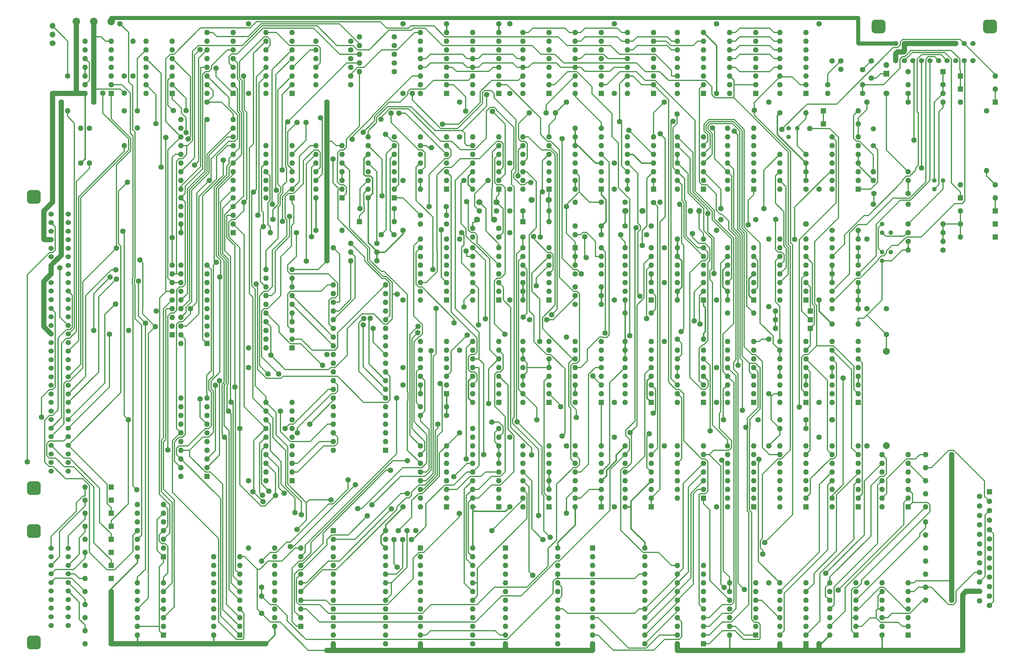
<source format=gtl>
G04 #@! TF.GenerationSoftware,KiCad,Pcbnew,5.1.10-88a1d61d58~90~ubuntu20.04.1*
G04 #@! TF.CreationDate,2021-07-24T14:54:54+02:00*
G04 #@! TF.ProjectId,mistrum,6d697374-7275-46d2-9e6b-696361645f70,rev?*
G04 #@! TF.SameCoordinates,PX2faf080PYdb58580*
G04 #@! TF.FileFunction,Copper,L1,Top*
G04 #@! TF.FilePolarity,Positive*
%FSLAX46Y46*%
G04 Gerber Fmt 4.6, Leading zero omitted, Abs format (unit mm)*
G04 Created by KiCad (PCBNEW 5.1.10-88a1d61d58~90~ubuntu20.04.1) date 2021-07-24 14:54:54*
%MOMM*%
%LPD*%
G01*
G04 APERTURE LIST*
G04 #@! TA.AperFunction,ComponentPad*
%ADD10C,1.600000*%
G04 #@! TD*
G04 #@! TA.AperFunction,ComponentPad*
%ADD11C,1.524000*%
G04 #@! TD*
G04 #@! TA.AperFunction,ComponentPad*
%ADD12R,1.600000X1.600000*%
G04 #@! TD*
G04 #@! TA.AperFunction,ComponentPad*
%ADD13O,1.600000X1.600000*%
G04 #@! TD*
G04 #@! TA.AperFunction,ComponentPad*
%ADD14C,1.320800*%
G04 #@! TD*
G04 #@! TA.AperFunction,ComponentPad*
%ADD15C,1.800000*%
G04 #@! TD*
G04 #@! TA.AperFunction,ComponentPad*
%ADD16C,2.000000*%
G04 #@! TD*
G04 #@! TA.AperFunction,ComponentPad*
%ADD17O,2.000000X2.000000*%
G04 #@! TD*
G04 #@! TA.AperFunction,ComponentPad*
%ADD18O,1.700000X1.700000*%
G04 #@! TD*
G04 #@! TA.AperFunction,ComponentPad*
%ADD19C,1.700000*%
G04 #@! TD*
G04 #@! TA.AperFunction,ComponentPad*
%ADD20C,2.200000*%
G04 #@! TD*
G04 #@! TA.AperFunction,ComponentPad*
%ADD21C,1.500000*%
G04 #@! TD*
G04 #@! TA.AperFunction,ComponentPad*
%ADD22C,1.620000*%
G04 #@! TD*
G04 #@! TA.AperFunction,ComponentPad*
%ADD23R,1.700000X1.700000*%
G04 #@! TD*
G04 #@! TA.AperFunction,ViaPad*
%ADD24C,1.600000*%
G04 #@! TD*
G04 #@! TA.AperFunction,Conductor*
%ADD25C,0.350000*%
G04 #@! TD*
G04 #@! TA.AperFunction,Conductor*
%ADD26C,1.500000*%
G04 #@! TD*
G04 #@! TA.AperFunction,Conductor*
%ADD27C,1.200000*%
G04 #@! TD*
G04 #@! TA.AperFunction,Conductor*
%ADD28C,0.400000*%
G04 #@! TD*
G04 APERTURE END LIST*
D10*
X129070000Y66170000D03*
X129070000Y90300000D03*
X129070000Y122685000D03*
X129070000Y162690000D03*
X129070000Y152530000D03*
X188760000Y62360000D03*
X188760000Y92840000D03*
X188760000Y109985000D03*
X188760000Y120145000D03*
X188760000Y162690000D03*
X67475000Y4575000D03*
X67475000Y32515000D03*
X67475000Y52200000D03*
X67475000Y85220000D03*
X67475000Y90935000D03*
X67475000Y165230000D03*
X67475000Y185550000D03*
G04 #@! TA.AperFunction,ComponentPad*
G36*
G01*
X285750920Y185739740D02*
X285750920Y183739740D01*
G75*
G02*
X284750920Y182739740I-1000000J0D01*
G01*
X282750920Y182739740D01*
G75*
G02*
X281750920Y183739740I0J1000000D01*
G01*
X281750920Y185739740D01*
G75*
G02*
X282750920Y186739740I1000000J0D01*
G01*
X284750920Y186739740D01*
G75*
G02*
X285750920Y185739740I0J-1000000D01*
G01*
G37*
G04 #@! TD.AperFunction*
G04 #@! TA.AperFunction,ComponentPad*
G36*
G01*
X253249080Y185739740D02*
X253249080Y183739740D01*
G75*
G02*
X252249080Y182739740I-1000000J0D01*
G01*
X250249080Y182739740D01*
G75*
G02*
X249249080Y183739740I0J1000000D01*
G01*
X249249080Y185739740D01*
G75*
G02*
X250249080Y186739740I1000000J0D01*
G01*
X252249080Y186739740D01*
G75*
G02*
X253249080Y185739740I0J-1000000D01*
G01*
G37*
G04 #@! TD.AperFunction*
D11*
X268749680Y179741020D03*
X271249040Y179741020D03*
X273748400Y179741020D03*
X276250300Y179741020D03*
X278749660Y179741020D03*
X266250320Y179741020D03*
X263750960Y179741020D03*
X261249060Y179741020D03*
X258749700Y179741020D03*
X256250340Y179741020D03*
X256250340Y174742300D03*
X258749700Y174742300D03*
X261249060Y174742300D03*
X263750960Y174742300D03*
X266250320Y174742300D03*
X278749660Y174742300D03*
X276250300Y174742300D03*
X273748400Y174742300D03*
X271249040Y174742300D03*
X268749680Y174742300D03*
X9910980Y54996900D03*
X9910980Y57498800D03*
X9910980Y59998160D03*
X9910980Y62497520D03*
X9910980Y64996880D03*
X9910980Y67498780D03*
X9910980Y69998140D03*
X14912240Y72497500D03*
X14912240Y74996860D03*
X14912240Y77496220D03*
X14912240Y79998120D03*
X14912240Y82497480D03*
X14912240Y84996840D03*
X14912240Y87496200D03*
X14912240Y89998100D03*
X14912240Y92497460D03*
X9910980Y72497500D03*
X9910980Y74996860D03*
X9910980Y77496220D03*
X9910980Y79998120D03*
X9910980Y82497480D03*
X9910980Y84996840D03*
X9910980Y87496200D03*
X9910980Y89998100D03*
X9910980Y92497460D03*
X14912240Y94999360D03*
X14912240Y97498720D03*
X14912240Y99998080D03*
X14912240Y102497440D03*
X14912240Y104999340D03*
X9910980Y94999360D03*
X9910980Y97498720D03*
X9910980Y99998080D03*
X9910980Y104999340D03*
X9910980Y102497440D03*
G04 #@! TA.AperFunction,ComponentPad*
G36*
G01*
X3912260Y136999280D02*
X5912260Y136999280D01*
G75*
G02*
X6912260Y135999280I0J-1000000D01*
G01*
X6912260Y133999280D01*
G75*
G02*
X5912260Y132999280I-1000000J0D01*
G01*
X3912260Y132999280D01*
G75*
G02*
X2912260Y133999280I0J1000000D01*
G01*
X2912260Y135999280D01*
G75*
G02*
X3912260Y136999280I1000000J0D01*
G01*
G37*
G04 #@! TD.AperFunction*
G04 #@! TA.AperFunction,ComponentPad*
G36*
G01*
X3912260Y52000720D02*
X5912260Y52000720D01*
G75*
G02*
X6912260Y51000720I0J-1000000D01*
G01*
X6912260Y49000720D01*
G75*
G02*
X5912260Y48000720I-1000000J0D01*
G01*
X3912260Y48000720D01*
G75*
G02*
X2912260Y49000720I0J1000000D01*
G01*
X2912260Y51000720D01*
G75*
G02*
X3912260Y52000720I1000000J0D01*
G01*
G37*
G04 #@! TD.AperFunction*
X9910980Y119998040D03*
X9910980Y122497400D03*
X9910980Y124996760D03*
X9910980Y127498660D03*
X9910980Y129998020D03*
X9910980Y117498680D03*
X9910980Y114999320D03*
X9910980Y112497420D03*
X9910980Y109998060D03*
X9910980Y107498700D03*
X14909700Y107498700D03*
X14909700Y109998060D03*
X14909700Y112497420D03*
X14909700Y114999320D03*
X14909700Y117498680D03*
X14909700Y129998020D03*
X14909700Y127498660D03*
X14909700Y124996760D03*
X14909700Y122497400D03*
X14909700Y119998040D03*
X14912240Y69998140D03*
X14912240Y67498780D03*
X14912240Y64996880D03*
X14912240Y62497520D03*
X14912240Y59998160D03*
X14912240Y57498800D03*
X14912240Y54996900D03*
X14909700Y22461680D03*
X14909700Y24961040D03*
X14909700Y27460400D03*
X14909700Y29962300D03*
X14909700Y32461660D03*
X14909700Y19962320D03*
X14909700Y17462960D03*
X14909700Y14961060D03*
X14909700Y12461700D03*
X14909700Y9962340D03*
X9910980Y9962340D03*
X9910980Y12461700D03*
X9910980Y14961060D03*
X9910980Y17462960D03*
X9910980Y19962320D03*
X9910980Y32461660D03*
X9910980Y29962300D03*
X9910980Y27460400D03*
X9910980Y24961040D03*
X9910980Y22461680D03*
G04 #@! TA.AperFunction,ComponentPad*
G36*
G01*
X3912260Y6961080D02*
X5912260Y6961080D01*
G75*
G02*
X6912260Y5961080I0J-1000000D01*
G01*
X6912260Y3961080D01*
G75*
G02*
X5912260Y2961080I-1000000J0D01*
G01*
X3912260Y2961080D01*
G75*
G02*
X2912260Y3961080I0J1000000D01*
G01*
X2912260Y5961080D01*
G75*
G02*
X3912260Y6961080I1000000J0D01*
G01*
G37*
G04 #@! TD.AperFunction*
G04 #@! TA.AperFunction,ComponentPad*
G36*
G01*
X3912260Y39462920D02*
X5912260Y39462920D01*
G75*
G02*
X6912260Y38462920I0J-1000000D01*
G01*
X6912260Y36462920D01*
G75*
G02*
X5912260Y35462920I-1000000J0D01*
G01*
X3912260Y35462920D01*
G75*
G02*
X2912260Y36462920I0J1000000D01*
G01*
X2912260Y38462920D01*
G75*
G02*
X3912260Y39462920I1000000J0D01*
G01*
G37*
G04 #@! TD.AperFunction*
D12*
X45250000Y94745000D03*
D13*
X45250000Y97285000D03*
X45250000Y99825000D03*
X45250000Y102365000D03*
X45250000Y104905000D03*
X45250000Y107445000D03*
X45250000Y109985000D03*
X45250000Y112525000D03*
X45250000Y115065000D03*
D14*
X270040000Y139830000D03*
X267500000Y139830000D03*
X267500000Y137290000D03*
X254800000Y118875000D03*
X252260000Y118875000D03*
X252260000Y116335000D03*
X254800000Y124590000D03*
X252260000Y124590000D03*
X252260000Y127130000D03*
D15*
X182370000Y130940000D03*
X177370000Y130940000D03*
X155065000Y134115000D03*
X150065000Y134115000D03*
X139825000Y133480000D03*
X134825000Y133480000D03*
D10*
X116250000Y37595000D03*
X113710000Y37595000D03*
X111170000Y37595000D03*
D12*
X283548000Y48965000D03*
D10*
X283548000Y46195000D03*
X283548000Y43425000D03*
X283548000Y40655000D03*
X283548000Y37885000D03*
X283548000Y35115000D03*
X283548000Y32345000D03*
X283548000Y29575000D03*
X283548000Y26805000D03*
X283548000Y24035000D03*
X283548000Y21265000D03*
X283548000Y18495000D03*
X283548000Y15725000D03*
X280708000Y47580000D03*
X280708000Y44810000D03*
X280708000Y42040000D03*
X280708000Y39270000D03*
X280708000Y36500000D03*
X280708000Y33730000D03*
X280708000Y30960000D03*
X280708000Y28190000D03*
X280708000Y25420000D03*
X280708000Y22650000D03*
X280708000Y19880000D03*
X280708000Y17110000D03*
X109920000Y35000000D03*
X112460000Y35000000D03*
X115000000Y35000000D03*
D16*
X253530000Y89919000D03*
D17*
X253530000Y62419000D03*
D10*
X205270000Y131575000D03*
X217770000Y131575000D03*
D18*
X198920000Y130940000D03*
X196380000Y130940000D03*
D15*
X134150000Y128400000D03*
X139150000Y128400000D03*
D10*
X31280000Y170310000D03*
X31280000Y165310000D03*
X35090000Y160150000D03*
X35090000Y155150000D03*
X240195000Y172215000D03*
X240195000Y174715000D03*
X237695000Y174715000D03*
X147565000Y123320000D03*
X152565000Y123320000D03*
X125180000Y132210000D03*
X120180000Y132210000D03*
X134785000Y130940000D03*
X139785000Y130940000D03*
X110020000Y131575000D03*
X100020000Y131575000D03*
X109960000Y123955000D03*
X106210000Y123955000D03*
D19*
X10325000Y179835000D03*
D18*
X10325000Y182375000D03*
X10325000Y184915000D03*
D20*
X17310000Y186185000D03*
X22390000Y186185000D03*
X27470000Y186185000D03*
D14*
X227495000Y155070000D03*
X224955000Y155070000D03*
X224955000Y152530000D03*
D19*
X230035000Y127130000D03*
D21*
X249720000Y149990000D03*
X249720000Y154890000D03*
D10*
X282740000Y160150000D03*
D13*
X282740000Y142650000D03*
D10*
X259880000Y136020000D03*
X249880000Y136020000D03*
X154470000Y99190000D03*
X149470000Y99190000D03*
X253530000Y102365000D03*
X253530000Y94865000D03*
X216065000Y69980000D03*
X206065000Y69980000D03*
D19*
X237655000Y69980000D03*
X253530000Y165230000D03*
D10*
X176060000Y123955000D03*
X183560000Y123955000D03*
X71285000Y13465000D03*
X71285000Y18465000D03*
D12*
X162725000Y120145000D03*
D13*
X170345000Y112525000D03*
X162725000Y117605000D03*
X170345000Y115065000D03*
X162725000Y115065000D03*
X170345000Y117605000D03*
X162725000Y112525000D03*
X170345000Y120145000D03*
D12*
X27470000Y165230000D03*
D13*
X19850000Y180470000D03*
X27470000Y167770000D03*
X19850000Y177930000D03*
X27470000Y170310000D03*
X19850000Y175390000D03*
X27470000Y172850000D03*
X19850000Y172850000D03*
X27470000Y175390000D03*
X19850000Y170310000D03*
X27470000Y177930000D03*
X19850000Y167770000D03*
X27470000Y180470000D03*
X19850000Y165230000D03*
X147485000Y137290000D03*
X155105000Y152530000D03*
X147485000Y139830000D03*
X155105000Y149990000D03*
X147485000Y142370000D03*
X155105000Y147450000D03*
X147485000Y144910000D03*
X155105000Y144910000D03*
X147485000Y147450000D03*
X155105000Y142370000D03*
X147485000Y149990000D03*
X155105000Y139830000D03*
X147485000Y152530000D03*
D12*
X155105000Y137290000D03*
X107480000Y61090000D03*
D13*
X92240000Y109350000D03*
X107480000Y63630000D03*
X92240000Y106810000D03*
X107480000Y66170000D03*
X92240000Y104270000D03*
X107480000Y68710000D03*
X92240000Y101730000D03*
X107480000Y71250000D03*
X92240000Y99190000D03*
X107480000Y73790000D03*
X92240000Y96650000D03*
X107480000Y76330000D03*
X92240000Y94110000D03*
X107480000Y78870000D03*
X92240000Y91570000D03*
X107480000Y81410000D03*
X92240000Y89030000D03*
X107480000Y83950000D03*
X92240000Y86490000D03*
X107480000Y86490000D03*
X92240000Y83950000D03*
X107480000Y89030000D03*
X92240000Y81410000D03*
X107480000Y91570000D03*
X92240000Y78870000D03*
X107480000Y94110000D03*
X92240000Y76330000D03*
X107480000Y96650000D03*
X92240000Y73790000D03*
X107480000Y99190000D03*
X92240000Y71250000D03*
X107480000Y101730000D03*
X92240000Y68710000D03*
X107480000Y104270000D03*
X92240000Y66170000D03*
X107480000Y106810000D03*
X92240000Y63630000D03*
X107480000Y109350000D03*
X92240000Y61090000D03*
X132880000Y137290000D03*
X140500000Y152530000D03*
X132880000Y139830000D03*
X140500000Y149990000D03*
X132880000Y142370000D03*
X140500000Y147450000D03*
X132880000Y144910000D03*
X140500000Y144910000D03*
X132880000Y147450000D03*
X140500000Y142370000D03*
X132880000Y149990000D03*
X140500000Y139830000D03*
X132880000Y152530000D03*
D12*
X140500000Y137290000D03*
D13*
X35090000Y29975000D03*
X42710000Y45215000D03*
X35090000Y32515000D03*
X42710000Y42675000D03*
X35090000Y35055000D03*
X42710000Y40135000D03*
X35090000Y37595000D03*
X42710000Y37595000D03*
X35090000Y40135000D03*
X42710000Y35055000D03*
X35090000Y42675000D03*
X42710000Y32515000D03*
X35090000Y45215000D03*
D12*
X42710000Y29975000D03*
D13*
X35090000Y7115000D03*
X42710000Y22355000D03*
X35090000Y9655000D03*
X42710000Y19815000D03*
X35090000Y12195000D03*
X42710000Y17275000D03*
X35090000Y14735000D03*
X42710000Y14735000D03*
X35090000Y17275000D03*
X42710000Y12195000D03*
X35090000Y19815000D03*
X42710000Y9655000D03*
X35090000Y22355000D03*
D12*
X42710000Y7115000D03*
D13*
X37630000Y165230000D03*
X45250000Y180470000D03*
X37630000Y167770000D03*
X45250000Y177930000D03*
X37630000Y170310000D03*
X45250000Y175390000D03*
X37630000Y172850000D03*
X45250000Y172850000D03*
X37630000Y175390000D03*
X45250000Y170310000D03*
X37630000Y177930000D03*
X45250000Y167770000D03*
X37630000Y180470000D03*
D12*
X45250000Y165230000D03*
X80175000Y134750000D03*
D13*
X72555000Y149990000D03*
X80175000Y137290000D03*
X72555000Y147450000D03*
X80175000Y139830000D03*
X72555000Y144910000D03*
X80175000Y142370000D03*
X72555000Y142370000D03*
X80175000Y144910000D03*
X72555000Y139830000D03*
X80175000Y147450000D03*
X72555000Y137290000D03*
X80175000Y149990000D03*
X72555000Y134750000D03*
D12*
X94780000Y134750000D03*
D13*
X87160000Y149990000D03*
X94780000Y137290000D03*
X87160000Y147450000D03*
X94780000Y139830000D03*
X87160000Y144910000D03*
X94780000Y142370000D03*
X87160000Y142370000D03*
X94780000Y144910000D03*
X87160000Y139830000D03*
X94780000Y147450000D03*
X87160000Y137290000D03*
X94780000Y149990000D03*
X87160000Y134750000D03*
X102400000Y134750000D03*
X110020000Y152530000D03*
X102400000Y137290000D03*
X110020000Y149990000D03*
X102400000Y139830000D03*
X110020000Y147450000D03*
X102400000Y142370000D03*
X110020000Y144910000D03*
X102400000Y144910000D03*
X110020000Y142370000D03*
X102400000Y147450000D03*
X110020000Y139830000D03*
X102400000Y149990000D03*
X110020000Y137290000D03*
X102400000Y152530000D03*
D12*
X110020000Y134750000D03*
D13*
X55410000Y165230000D03*
X63030000Y183010000D03*
X55410000Y167770000D03*
X63030000Y180470000D03*
X55410000Y170310000D03*
X63030000Y177930000D03*
X55410000Y172850000D03*
X63030000Y175390000D03*
X55410000Y175390000D03*
X63030000Y172850000D03*
X55410000Y177930000D03*
X63030000Y170310000D03*
X55410000Y180470000D03*
X63030000Y167770000D03*
X55410000Y183010000D03*
D12*
X63030000Y165230000D03*
X80175000Y52200000D03*
D13*
X72555000Y75060000D03*
X80175000Y54740000D03*
X72555000Y72520000D03*
X80175000Y57280000D03*
X72555000Y69980000D03*
X80175000Y59820000D03*
X72555000Y67440000D03*
X80175000Y62360000D03*
X72555000Y64900000D03*
X80175000Y64900000D03*
X72555000Y62360000D03*
X80175000Y67440000D03*
X72555000Y59820000D03*
X80175000Y69980000D03*
X72555000Y57280000D03*
X80175000Y72520000D03*
X72555000Y54740000D03*
X80175000Y75060000D03*
X72555000Y52200000D03*
D12*
X55410000Y53470000D03*
D13*
X47790000Y76330000D03*
X55410000Y56010000D03*
X47790000Y73790000D03*
X55410000Y58550000D03*
X47790000Y71250000D03*
X55410000Y61090000D03*
X47790000Y68710000D03*
X55410000Y63630000D03*
X47790000Y66170000D03*
X55410000Y66170000D03*
X47790000Y63630000D03*
X55410000Y68710000D03*
X47790000Y61090000D03*
X55410000Y71250000D03*
X47790000Y58550000D03*
X55410000Y73790000D03*
X47790000Y56010000D03*
X55410000Y76330000D03*
X47790000Y53470000D03*
X47790000Y92205000D03*
X55410000Y115065000D03*
X47790000Y94745000D03*
X55410000Y112525000D03*
X47790000Y97285000D03*
X55410000Y109985000D03*
X47790000Y99825000D03*
X55410000Y107445000D03*
X47790000Y102365000D03*
X55410000Y104905000D03*
X47790000Y104905000D03*
X55410000Y102365000D03*
X47790000Y107445000D03*
X55410000Y99825000D03*
X47790000Y109985000D03*
X55410000Y97285000D03*
X47790000Y112525000D03*
X55410000Y94745000D03*
X47790000Y115065000D03*
D12*
X55410000Y92205000D03*
D13*
X72555000Y90935000D03*
X80175000Y113795000D03*
X72555000Y93475000D03*
X80175000Y111255000D03*
X72555000Y96015000D03*
X80175000Y108715000D03*
X72555000Y98555000D03*
X80175000Y106175000D03*
X72555000Y101095000D03*
X80175000Y103635000D03*
X72555000Y103635000D03*
X80175000Y101095000D03*
X72555000Y106175000D03*
X80175000Y98555000D03*
X72555000Y108715000D03*
X80175000Y96015000D03*
X72555000Y111255000D03*
X80175000Y93475000D03*
X72555000Y113795000D03*
D12*
X80175000Y90935000D03*
X80175000Y165230000D03*
D13*
X72555000Y183010000D03*
X80175000Y167770000D03*
X72555000Y180470000D03*
X80175000Y170310000D03*
X72555000Y177930000D03*
X80175000Y172850000D03*
X72555000Y175390000D03*
X80175000Y175390000D03*
X72555000Y172850000D03*
X80175000Y177930000D03*
X72555000Y170310000D03*
X80175000Y180470000D03*
X72555000Y167770000D03*
X80175000Y183010000D03*
X72555000Y165230000D03*
D12*
X63030000Y124590000D03*
D13*
X47790000Y157610000D03*
X63030000Y127130000D03*
X47790000Y155070000D03*
X63030000Y129670000D03*
X47790000Y152530000D03*
X63030000Y132210000D03*
X47790000Y149990000D03*
X63030000Y134750000D03*
X47790000Y147450000D03*
X63030000Y137290000D03*
X47790000Y144910000D03*
X63030000Y139830000D03*
X47790000Y142370000D03*
X63030000Y142370000D03*
X47790000Y139830000D03*
X63030000Y144910000D03*
X47790000Y137290000D03*
X63030000Y147450000D03*
X47790000Y134750000D03*
X63030000Y149990000D03*
X47790000Y132210000D03*
X63030000Y152530000D03*
X47790000Y129670000D03*
X63030000Y155070000D03*
X47790000Y127130000D03*
X63030000Y157610000D03*
X47790000Y124590000D03*
X57315000Y7115000D03*
X64935000Y29975000D03*
X57315000Y9655000D03*
X64935000Y27435000D03*
X57315000Y12195000D03*
X64935000Y24895000D03*
X57315000Y14735000D03*
X64935000Y22355000D03*
X57315000Y17275000D03*
X64935000Y19815000D03*
X57315000Y19815000D03*
X64935000Y17275000D03*
X57315000Y22355000D03*
X64935000Y14735000D03*
X57315000Y24895000D03*
X64935000Y12195000D03*
X57315000Y27435000D03*
X64935000Y9655000D03*
X57315000Y29975000D03*
D12*
X64935000Y7115000D03*
X200190000Y4575000D03*
D13*
X192570000Y27435000D03*
X200190000Y7115000D03*
X192570000Y24895000D03*
X200190000Y9655000D03*
X192570000Y22355000D03*
X200190000Y12195000D03*
X192570000Y19815000D03*
X200190000Y14735000D03*
X192570000Y17275000D03*
X200190000Y17275000D03*
X192570000Y14735000D03*
X200190000Y19815000D03*
X192570000Y12195000D03*
X200190000Y22355000D03*
X192570000Y9655000D03*
X200190000Y24895000D03*
X192570000Y7115000D03*
X200190000Y27435000D03*
X192570000Y4575000D03*
D12*
X140500000Y44580000D03*
D13*
X132880000Y67440000D03*
X140500000Y47120000D03*
X132880000Y64900000D03*
X140500000Y49660000D03*
X132880000Y62360000D03*
X140500000Y52200000D03*
X132880000Y59820000D03*
X140500000Y54740000D03*
X132880000Y57280000D03*
X140500000Y57280000D03*
X132880000Y54740000D03*
X140500000Y59820000D03*
X132880000Y52200000D03*
X140500000Y62360000D03*
X132880000Y49660000D03*
X140500000Y64900000D03*
X132880000Y47120000D03*
X140500000Y67440000D03*
X132880000Y44580000D03*
D12*
X125260000Y137290000D03*
D13*
X117640000Y152530000D03*
X125260000Y139830000D03*
X117640000Y149990000D03*
X125260000Y142370000D03*
X117640000Y147450000D03*
X125260000Y144910000D03*
X117640000Y144910000D03*
X125260000Y147450000D03*
X117640000Y142370000D03*
X125260000Y149990000D03*
X117640000Y139830000D03*
X125260000Y152530000D03*
X117640000Y137290000D03*
D12*
X125260000Y165230000D03*
D13*
X117640000Y183010000D03*
X125260000Y167770000D03*
X117640000Y180470000D03*
X125260000Y170310000D03*
X117640000Y177930000D03*
X125260000Y172850000D03*
X117640000Y175390000D03*
X125260000Y175390000D03*
X117640000Y172850000D03*
X125260000Y177930000D03*
X117640000Y170310000D03*
X125260000Y180470000D03*
X117640000Y167770000D03*
X125260000Y183010000D03*
X117640000Y165230000D03*
D12*
X125260000Y44580000D03*
D13*
X117640000Y62360000D03*
X125260000Y47120000D03*
X117640000Y59820000D03*
X125260000Y49660000D03*
X117640000Y57280000D03*
X125260000Y52200000D03*
X117640000Y54740000D03*
X125260000Y54740000D03*
X117640000Y52200000D03*
X125260000Y57280000D03*
X117640000Y49660000D03*
X125260000Y59820000D03*
X117640000Y47120000D03*
X125260000Y62360000D03*
X117640000Y44580000D03*
X192570000Y104905000D03*
X200190000Y122685000D03*
X192570000Y107445000D03*
X200190000Y120145000D03*
X192570000Y109985000D03*
X200190000Y117605000D03*
X192570000Y112525000D03*
X200190000Y115065000D03*
X192570000Y115065000D03*
X200190000Y112525000D03*
X192570000Y117605000D03*
X200190000Y109985000D03*
X192570000Y120145000D03*
X200190000Y107445000D03*
X192570000Y122685000D03*
D12*
X200190000Y104905000D03*
X184950000Y44580000D03*
D13*
X177330000Y62360000D03*
X184950000Y47120000D03*
X177330000Y59820000D03*
X184950000Y49660000D03*
X177330000Y57280000D03*
X184950000Y52200000D03*
X177330000Y54740000D03*
X184950000Y54740000D03*
X177330000Y52200000D03*
X184950000Y57280000D03*
X177330000Y49660000D03*
X184950000Y59820000D03*
X177330000Y47120000D03*
X184950000Y62360000D03*
X177330000Y44580000D03*
D12*
X184950000Y75060000D03*
D13*
X177330000Y92840000D03*
X184950000Y77600000D03*
X177330000Y90300000D03*
X184950000Y80140000D03*
X177330000Y87760000D03*
X184950000Y82680000D03*
X177330000Y85220000D03*
X184950000Y85220000D03*
X177330000Y82680000D03*
X184950000Y87760000D03*
X177330000Y80140000D03*
X184950000Y90300000D03*
X177330000Y77600000D03*
X184950000Y92840000D03*
X177330000Y75060000D03*
X162725000Y44580000D03*
X170345000Y62360000D03*
X162725000Y47120000D03*
X170345000Y59820000D03*
X162725000Y49660000D03*
X170345000Y57280000D03*
X162725000Y52200000D03*
X170345000Y54740000D03*
X162725000Y54740000D03*
X170345000Y52200000D03*
X162725000Y57280000D03*
X170345000Y49660000D03*
X162725000Y59820000D03*
X170345000Y47120000D03*
X162725000Y62360000D03*
D12*
X170345000Y44580000D03*
X170345000Y75060000D03*
D13*
X162725000Y92840000D03*
X170345000Y77600000D03*
X162725000Y90300000D03*
X170345000Y80140000D03*
X162725000Y87760000D03*
X170345000Y82680000D03*
X162725000Y85220000D03*
X170345000Y85220000D03*
X162725000Y82680000D03*
X170345000Y87760000D03*
X162725000Y80140000D03*
X170345000Y90300000D03*
X162725000Y77600000D03*
X170345000Y92840000D03*
X162725000Y75060000D03*
X132880000Y165230000D03*
X140500000Y183010000D03*
X132880000Y167770000D03*
X140500000Y180470000D03*
X132880000Y170310000D03*
X140500000Y177930000D03*
X132880000Y172850000D03*
X140500000Y175390000D03*
X132880000Y175390000D03*
X140500000Y172850000D03*
X132880000Y177930000D03*
X140500000Y170310000D03*
X132880000Y180470000D03*
X140500000Y167770000D03*
X132880000Y183010000D03*
D12*
X140500000Y165230000D03*
D13*
X192570000Y137290000D03*
X200190000Y152530000D03*
X192570000Y139830000D03*
X200190000Y149990000D03*
X192570000Y142370000D03*
X200190000Y147450000D03*
X192570000Y144910000D03*
X200190000Y144910000D03*
X192570000Y147450000D03*
X200190000Y142370000D03*
X192570000Y149990000D03*
X200190000Y139830000D03*
X192570000Y152530000D03*
D12*
X200190000Y137290000D03*
D13*
X75095000Y9655000D03*
X82715000Y32515000D03*
X75095000Y12195000D03*
X82715000Y29975000D03*
X75095000Y14735000D03*
X82715000Y27435000D03*
X75095000Y17275000D03*
X82715000Y24895000D03*
X75095000Y19815000D03*
X82715000Y22355000D03*
X75095000Y22355000D03*
X82715000Y19815000D03*
X75095000Y24895000D03*
X82715000Y17275000D03*
X75095000Y27435000D03*
X82715000Y14735000D03*
X75095000Y29975000D03*
X82715000Y12195000D03*
X75095000Y32515000D03*
D12*
X82715000Y9655000D03*
D13*
X132880000Y75060000D03*
X140500000Y92840000D03*
X132880000Y77600000D03*
X140500000Y90300000D03*
X132880000Y80140000D03*
X140500000Y87760000D03*
X132880000Y82680000D03*
X140500000Y85220000D03*
X132880000Y85220000D03*
X140500000Y82680000D03*
X132880000Y87760000D03*
X140500000Y80140000D03*
X132880000Y90300000D03*
X140500000Y77600000D03*
X132880000Y92840000D03*
D12*
X140500000Y75060000D03*
D13*
X147485000Y75060000D03*
X155105000Y92840000D03*
X147485000Y77600000D03*
X155105000Y90300000D03*
X147485000Y80140000D03*
X155105000Y87760000D03*
X147485000Y82680000D03*
X155105000Y85220000D03*
X147485000Y85220000D03*
X155105000Y82680000D03*
X147485000Y87760000D03*
X155105000Y80140000D03*
X147485000Y90300000D03*
X155105000Y77600000D03*
X147485000Y92840000D03*
D12*
X155105000Y75060000D03*
D13*
X147485000Y44580000D03*
X155105000Y62360000D03*
X147485000Y47120000D03*
X155105000Y59820000D03*
X147485000Y49660000D03*
X155105000Y57280000D03*
X147485000Y52200000D03*
X155105000Y54740000D03*
X147485000Y54740000D03*
X155105000Y52200000D03*
X147485000Y57280000D03*
X155105000Y49660000D03*
X147485000Y59820000D03*
X155105000Y47120000D03*
X147485000Y62360000D03*
D12*
X155105000Y44580000D03*
D13*
X162725000Y137290000D03*
X170345000Y155070000D03*
X162725000Y139830000D03*
X170345000Y152530000D03*
X162725000Y142370000D03*
X170345000Y149990000D03*
X162725000Y144910000D03*
X170345000Y147450000D03*
X162725000Y147450000D03*
X170345000Y144910000D03*
X162725000Y149990000D03*
X170345000Y142370000D03*
X162725000Y152530000D03*
X170345000Y139830000D03*
X162725000Y155070000D03*
D12*
X170345000Y137290000D03*
X155105000Y165230000D03*
D13*
X147485000Y183010000D03*
X155105000Y167770000D03*
X147485000Y180470000D03*
X155105000Y170310000D03*
X147485000Y177930000D03*
X155105000Y172850000D03*
X147485000Y175390000D03*
X155105000Y175390000D03*
X147485000Y172850000D03*
X155105000Y177930000D03*
X147485000Y170310000D03*
X155105000Y180470000D03*
X147485000Y167770000D03*
X155105000Y183010000D03*
X147485000Y165230000D03*
D12*
X200190000Y75060000D03*
D13*
X192570000Y90300000D03*
X200190000Y77600000D03*
X192570000Y87760000D03*
X200190000Y80140000D03*
X192570000Y85220000D03*
X200190000Y82680000D03*
X192570000Y82680000D03*
X200190000Y85220000D03*
X192570000Y80140000D03*
X200190000Y87760000D03*
X192570000Y77600000D03*
X200190000Y90300000D03*
X192570000Y75060000D03*
D12*
X125260000Y77600000D03*
D13*
X117640000Y92840000D03*
X125260000Y80140000D03*
X117640000Y90300000D03*
X125260000Y82680000D03*
X117640000Y87760000D03*
X125260000Y85220000D03*
X117640000Y85220000D03*
X125260000Y87760000D03*
X117640000Y82680000D03*
X125260000Y90300000D03*
X117640000Y80140000D03*
X125260000Y92840000D03*
X117640000Y77600000D03*
D12*
X215430000Y7115000D03*
D13*
X207810000Y22355000D03*
X215430000Y9655000D03*
X207810000Y19815000D03*
X215430000Y12195000D03*
X207810000Y17275000D03*
X215430000Y14735000D03*
X207810000Y14735000D03*
X215430000Y17275000D03*
X207810000Y12195000D03*
X215430000Y19815000D03*
X207810000Y9655000D03*
X215430000Y22355000D03*
X207810000Y7115000D03*
D12*
X200190000Y47120000D03*
D13*
X192570000Y62360000D03*
X200190000Y49660000D03*
X192570000Y59820000D03*
X200190000Y52200000D03*
X192570000Y57280000D03*
X200190000Y54740000D03*
X192570000Y54740000D03*
X200190000Y57280000D03*
X192570000Y52200000D03*
X200190000Y59820000D03*
X192570000Y49660000D03*
X200190000Y62360000D03*
X192570000Y47120000D03*
D12*
X170345000Y165230000D03*
D13*
X162725000Y183010000D03*
X170345000Y167770000D03*
X162725000Y180470000D03*
X170345000Y170310000D03*
X162725000Y177930000D03*
X170345000Y172850000D03*
X162725000Y175390000D03*
X170345000Y175390000D03*
X162725000Y172850000D03*
X170345000Y177930000D03*
X162725000Y170310000D03*
X170345000Y180470000D03*
X162725000Y167770000D03*
X170345000Y183010000D03*
X162725000Y165230000D03*
D12*
X214795000Y104905000D03*
D13*
X207175000Y120145000D03*
X214795000Y107445000D03*
X207175000Y117605000D03*
X214795000Y109985000D03*
X207175000Y115065000D03*
X214795000Y112525000D03*
X207175000Y112525000D03*
X214795000Y115065000D03*
X207175000Y109985000D03*
X214795000Y117605000D03*
X207175000Y107445000D03*
X214795000Y120145000D03*
X207175000Y104905000D03*
D12*
X230035000Y4575000D03*
D13*
X222415000Y22355000D03*
X230035000Y7115000D03*
X222415000Y19815000D03*
X230035000Y9655000D03*
X222415000Y17275000D03*
X230035000Y12195000D03*
X222415000Y14735000D03*
X230035000Y14735000D03*
X222415000Y12195000D03*
X230035000Y17275000D03*
X222415000Y9655000D03*
X230035000Y19815000D03*
X222415000Y7115000D03*
X230035000Y22355000D03*
X222415000Y4575000D03*
X207175000Y44580000D03*
X214795000Y62360000D03*
X207175000Y47120000D03*
X214795000Y59820000D03*
X207175000Y49660000D03*
X214795000Y57280000D03*
X207175000Y52200000D03*
X214795000Y54740000D03*
X207175000Y54740000D03*
X214795000Y52200000D03*
X207175000Y57280000D03*
X214795000Y49660000D03*
X207175000Y59820000D03*
X214795000Y47120000D03*
X207175000Y62360000D03*
D12*
X214795000Y44580000D03*
X185585000Y165230000D03*
D13*
X177965000Y183010000D03*
X185585000Y167770000D03*
X177965000Y180470000D03*
X185585000Y170310000D03*
X177965000Y177930000D03*
X185585000Y172850000D03*
X177965000Y175390000D03*
X185585000Y175390000D03*
X177965000Y172850000D03*
X185585000Y177930000D03*
X177965000Y170310000D03*
X185585000Y180470000D03*
X177965000Y167770000D03*
X185585000Y183010000D03*
X177965000Y165230000D03*
X207175000Y75060000D03*
X214795000Y92840000D03*
X207175000Y77600000D03*
X214795000Y90300000D03*
X207175000Y80140000D03*
X214795000Y87760000D03*
X207175000Y82680000D03*
X214795000Y85220000D03*
X207175000Y85220000D03*
X214795000Y82680000D03*
X207175000Y87760000D03*
X214795000Y80140000D03*
X207175000Y90300000D03*
X214795000Y77600000D03*
X207175000Y92840000D03*
D12*
X214795000Y75060000D03*
X245275000Y44580000D03*
D13*
X237655000Y62360000D03*
X245275000Y47120000D03*
X237655000Y59820000D03*
X245275000Y49660000D03*
X237655000Y57280000D03*
X245275000Y52200000D03*
X237655000Y54740000D03*
X245275000Y54740000D03*
X237655000Y52200000D03*
X245275000Y57280000D03*
X237655000Y49660000D03*
X245275000Y59820000D03*
X237655000Y47120000D03*
X245275000Y62360000D03*
X237655000Y44580000D03*
X222415000Y44580000D03*
X230035000Y62360000D03*
X222415000Y47120000D03*
X230035000Y59820000D03*
X222415000Y49660000D03*
X230035000Y57280000D03*
X222415000Y52200000D03*
X230035000Y54740000D03*
X222415000Y54740000D03*
X230035000Y52200000D03*
X222415000Y57280000D03*
X230035000Y49660000D03*
X222415000Y59820000D03*
X230035000Y47120000D03*
X222415000Y62360000D03*
D12*
X230035000Y44580000D03*
D13*
X132880000Y32515000D03*
X117640000Y4575000D03*
X132880000Y29975000D03*
X117640000Y7115000D03*
X132880000Y27435000D03*
X117640000Y9655000D03*
X132880000Y24895000D03*
X117640000Y12195000D03*
X132880000Y22355000D03*
X117640000Y14735000D03*
X132880000Y19815000D03*
X117640000Y17275000D03*
X132880000Y17275000D03*
X117640000Y19815000D03*
X132880000Y14735000D03*
X117640000Y22355000D03*
X132880000Y12195000D03*
X117640000Y24895000D03*
X132880000Y9655000D03*
X117640000Y27435000D03*
X132880000Y7115000D03*
X117640000Y29975000D03*
X132880000Y4575000D03*
D12*
X117640000Y32515000D03*
D13*
X192570000Y165230000D03*
X200190000Y183010000D03*
X192570000Y167770000D03*
X200190000Y180470000D03*
X192570000Y170310000D03*
X200190000Y177930000D03*
X192570000Y172850000D03*
X200190000Y175390000D03*
X192570000Y175390000D03*
X200190000Y172850000D03*
X192570000Y177930000D03*
X200190000Y170310000D03*
X192570000Y180470000D03*
X200190000Y167770000D03*
X192570000Y183010000D03*
D12*
X200190000Y165230000D03*
X185585000Y137290000D03*
D13*
X177965000Y152530000D03*
X185585000Y139830000D03*
X177965000Y149990000D03*
X185585000Y142370000D03*
X177965000Y147450000D03*
X185585000Y144910000D03*
X177965000Y144910000D03*
X185585000Y147450000D03*
X177965000Y142370000D03*
X185585000Y149990000D03*
X177965000Y139830000D03*
X185585000Y152530000D03*
X177965000Y137290000D03*
X132880000Y104905000D03*
X140500000Y120145000D03*
X132880000Y107445000D03*
X140500000Y117605000D03*
X132880000Y109985000D03*
X140500000Y115065000D03*
X132880000Y112525000D03*
X140500000Y112525000D03*
X132880000Y115065000D03*
X140500000Y109985000D03*
X132880000Y117605000D03*
X140500000Y107445000D03*
X132880000Y120145000D03*
D12*
X140500000Y104905000D03*
X245275000Y75060000D03*
D13*
X237655000Y92840000D03*
X245275000Y77600000D03*
X237655000Y90300000D03*
X245275000Y80140000D03*
X237655000Y87760000D03*
X245275000Y82680000D03*
X237655000Y85220000D03*
X245275000Y85220000D03*
X237655000Y82680000D03*
X245275000Y87760000D03*
X237655000Y80140000D03*
X245275000Y90300000D03*
X237655000Y77600000D03*
X245275000Y92840000D03*
X237655000Y75060000D03*
X222415000Y75060000D03*
X230035000Y92840000D03*
X222415000Y77600000D03*
X230035000Y90300000D03*
X222415000Y80140000D03*
X230035000Y87760000D03*
X222415000Y82680000D03*
X230035000Y85220000D03*
X222415000Y85220000D03*
X230035000Y82680000D03*
X222415000Y87760000D03*
X230035000Y80140000D03*
X222415000Y90300000D03*
X230035000Y77600000D03*
X222415000Y92840000D03*
D12*
X230035000Y75060000D03*
X215430000Y165230000D03*
D13*
X207810000Y183010000D03*
X215430000Y167770000D03*
X207810000Y180470000D03*
X215430000Y170310000D03*
X207810000Y177930000D03*
X215430000Y172850000D03*
X207810000Y175390000D03*
X215430000Y175390000D03*
X207810000Y172850000D03*
X215430000Y177930000D03*
X207810000Y170310000D03*
X215430000Y180470000D03*
X207810000Y167770000D03*
X215430000Y183010000D03*
X207810000Y165230000D03*
X177330000Y104905000D03*
X184950000Y120145000D03*
X177330000Y107445000D03*
X184950000Y117605000D03*
X177330000Y109985000D03*
X184950000Y115065000D03*
X177330000Y112525000D03*
X184950000Y112525000D03*
X177330000Y115065000D03*
X184950000Y109985000D03*
X177330000Y117605000D03*
X184950000Y107445000D03*
X177330000Y120145000D03*
D12*
X184950000Y104905000D03*
X214795000Y137290000D03*
D13*
X207175000Y155070000D03*
X214795000Y139830000D03*
X207175000Y152530000D03*
X214795000Y142370000D03*
X207175000Y149990000D03*
X214795000Y144910000D03*
X207175000Y147450000D03*
X214795000Y147450000D03*
X207175000Y144910000D03*
X214795000Y149990000D03*
X207175000Y142370000D03*
X214795000Y152530000D03*
X207175000Y139830000D03*
X214795000Y155070000D03*
X207175000Y137290000D03*
D12*
X230035000Y104905000D03*
D13*
X222415000Y122685000D03*
X230035000Y107445000D03*
X222415000Y120145000D03*
X230035000Y109985000D03*
X222415000Y117605000D03*
X230035000Y112525000D03*
X222415000Y115065000D03*
X230035000Y115065000D03*
X222415000Y112525000D03*
X230035000Y117605000D03*
X222415000Y109985000D03*
X230035000Y120145000D03*
X222415000Y107445000D03*
X230035000Y122685000D03*
X222415000Y104905000D03*
X117640000Y104905000D03*
X125260000Y122685000D03*
X117640000Y107445000D03*
X125260000Y120145000D03*
X117640000Y109985000D03*
X125260000Y117605000D03*
X117640000Y112525000D03*
X125260000Y115065000D03*
X117640000Y115065000D03*
X125260000Y112525000D03*
X117640000Y117605000D03*
X125260000Y109985000D03*
X117640000Y120145000D03*
X125260000Y107445000D03*
X117640000Y122685000D03*
D12*
X125260000Y104905000D03*
X142405000Y32515000D03*
D13*
X157645000Y4575000D03*
X142405000Y29975000D03*
X157645000Y7115000D03*
X142405000Y27435000D03*
X157645000Y9655000D03*
X142405000Y24895000D03*
X157645000Y12195000D03*
X142405000Y22355000D03*
X157645000Y14735000D03*
X142405000Y19815000D03*
X157645000Y17275000D03*
X142405000Y17275000D03*
X157645000Y19815000D03*
X142405000Y14735000D03*
X157645000Y22355000D03*
X142405000Y12195000D03*
X157645000Y24895000D03*
X142405000Y9655000D03*
X157645000Y27435000D03*
X142405000Y7115000D03*
X157645000Y29975000D03*
X142405000Y4575000D03*
X157645000Y32515000D03*
D12*
X230035000Y165230000D03*
D13*
X222415000Y183010000D03*
X230035000Y167770000D03*
X222415000Y180470000D03*
X230035000Y170310000D03*
X222415000Y177930000D03*
X230035000Y172850000D03*
X222415000Y175390000D03*
X230035000Y175390000D03*
X222415000Y172850000D03*
X230035000Y177930000D03*
X222415000Y170310000D03*
X230035000Y180470000D03*
X222415000Y167770000D03*
X230035000Y183010000D03*
X222415000Y165230000D03*
D12*
X245275000Y137290000D03*
D13*
X237655000Y152530000D03*
X245275000Y139830000D03*
X237655000Y149990000D03*
X245275000Y142370000D03*
X237655000Y147450000D03*
X245275000Y144910000D03*
X237655000Y144910000D03*
X245275000Y147450000D03*
X237655000Y142370000D03*
X245275000Y149990000D03*
X237655000Y139830000D03*
X245275000Y152530000D03*
X237655000Y137290000D03*
X183045000Y32515000D03*
X167805000Y4575000D03*
X183045000Y29975000D03*
X167805000Y7115000D03*
X183045000Y27435000D03*
X167805000Y9655000D03*
X183045000Y24895000D03*
X167805000Y12195000D03*
X183045000Y22355000D03*
X167805000Y14735000D03*
X183045000Y19815000D03*
X167805000Y17275000D03*
X183045000Y17275000D03*
X167805000Y19815000D03*
X183045000Y14735000D03*
X167805000Y22355000D03*
X183045000Y12195000D03*
X167805000Y24895000D03*
X183045000Y9655000D03*
X167805000Y27435000D03*
X183045000Y7115000D03*
X167805000Y29975000D03*
X183045000Y4575000D03*
D12*
X167805000Y32515000D03*
D13*
X252260000Y44580000D03*
X259880000Y59820000D03*
X252260000Y47120000D03*
X259880000Y57280000D03*
X252260000Y49660000D03*
X259880000Y54740000D03*
X252260000Y52200000D03*
X259880000Y52200000D03*
X252260000Y54740000D03*
X259880000Y49660000D03*
X252260000Y57280000D03*
X259880000Y47120000D03*
X252260000Y59820000D03*
D12*
X259880000Y44580000D03*
D13*
X237020000Y7115000D03*
X244640000Y22355000D03*
X237020000Y9655000D03*
X244640000Y19815000D03*
X237020000Y12195000D03*
X244640000Y17275000D03*
X237020000Y14735000D03*
X244640000Y14735000D03*
X237020000Y17275000D03*
X244640000Y12195000D03*
X237020000Y19815000D03*
X244640000Y9655000D03*
X237020000Y22355000D03*
D12*
X244640000Y7115000D03*
D13*
X252260000Y7115000D03*
X259880000Y22355000D03*
X252260000Y9655000D03*
X259880000Y19815000D03*
X252260000Y12195000D03*
X259880000Y17275000D03*
X252260000Y14735000D03*
X259880000Y14735000D03*
X252260000Y17275000D03*
X259880000Y12195000D03*
X252260000Y19815000D03*
X259880000Y9655000D03*
X252260000Y22355000D03*
D12*
X259880000Y7115000D03*
D13*
X107480000Y37595000D03*
X92240000Y4575000D03*
X107480000Y35055000D03*
X92240000Y7115000D03*
X107480000Y32515000D03*
X92240000Y9655000D03*
X107480000Y29975000D03*
X92240000Y12195000D03*
X107480000Y27435000D03*
X92240000Y14735000D03*
X107480000Y24895000D03*
X92240000Y17275000D03*
X107480000Y22355000D03*
X92240000Y19815000D03*
X107480000Y19815000D03*
X92240000Y22355000D03*
X107480000Y17275000D03*
X92240000Y24895000D03*
X107480000Y14735000D03*
X92240000Y27435000D03*
X107480000Y12195000D03*
X92240000Y29975000D03*
X107480000Y9655000D03*
X92240000Y32515000D03*
X107480000Y7115000D03*
X92240000Y35055000D03*
X107480000Y4575000D03*
D12*
X92240000Y37595000D03*
D22*
X249085000Y174675000D03*
X246585000Y172175000D03*
X249085000Y169675000D03*
D23*
X253530000Y170945000D03*
D18*
X253530000Y173485000D03*
D12*
X155105000Y104905000D03*
D13*
X147485000Y120145000D03*
X155105000Y107445000D03*
X147485000Y117605000D03*
X155105000Y109985000D03*
X147485000Y115065000D03*
X155105000Y112525000D03*
X147485000Y112525000D03*
X155105000Y115065000D03*
X147485000Y109985000D03*
X155105000Y117605000D03*
X147485000Y107445000D03*
X155105000Y120145000D03*
X147485000Y104905000D03*
X155105000Y127765000D03*
D12*
X147485000Y127765000D03*
X99860000Y127765000D03*
D13*
X110020000Y127765000D03*
D12*
X27470000Y50295000D03*
D13*
X19850000Y50295000D03*
X19850000Y46485000D03*
D12*
X27470000Y46485000D03*
X27470000Y42675000D03*
D13*
X19850000Y42675000D03*
D12*
X27470000Y38865000D03*
D13*
X19850000Y38865000D03*
D12*
X27470000Y35055000D03*
D13*
X19850000Y35055000D03*
D12*
X27470000Y31245000D03*
D13*
X19850000Y31245000D03*
X19850000Y27435000D03*
D12*
X27470000Y27435000D03*
D13*
X19850000Y23625000D03*
D12*
X27470000Y23625000D03*
X275120000Y134750000D03*
D13*
X285280000Y134750000D03*
X275120000Y130940000D03*
D12*
X285280000Y130940000D03*
D13*
X275120000Y123320000D03*
D12*
X285280000Y123320000D03*
D13*
X275120000Y127130000D03*
D12*
X285280000Y127130000D03*
X270040000Y171580000D03*
D13*
X259880000Y171580000D03*
X275120000Y162690000D03*
D12*
X285280000Y162690000D03*
X275120000Y166500000D03*
D13*
X285280000Y166500000D03*
X285280000Y170310000D03*
D12*
X275120000Y170310000D03*
D13*
X221145000Y101730000D03*
D12*
X231305000Y101730000D03*
X231305000Y99190000D03*
D13*
X221145000Y99190000D03*
D12*
X231305000Y96650000D03*
D13*
X221145000Y96650000D03*
D10*
X147485000Y130940000D03*
D13*
X155105000Y130940000D03*
D10*
X170345000Y126495000D03*
D13*
X162725000Y126495000D03*
X187490000Y133480000D03*
D10*
X177330000Y133480000D03*
D13*
X73825000Y124590000D03*
D10*
X81445000Y124590000D03*
D13*
X117640000Y127130000D03*
D10*
X125260000Y127130000D03*
X27470000Y19815000D03*
D13*
X19850000Y19815000D03*
X19850000Y16005000D03*
D10*
X27470000Y16005000D03*
X27470000Y12195000D03*
D13*
X19850000Y12195000D03*
X19850000Y8385000D03*
D10*
X27470000Y8385000D03*
X27470000Y4575000D03*
D13*
X19850000Y4575000D03*
X31280000Y149990000D03*
D10*
X31280000Y160150000D03*
D13*
X99860000Y171580000D03*
D10*
X110020000Y171580000D03*
X33820000Y170310000D03*
D13*
X33820000Y180470000D03*
X99860000Y174120000D03*
D10*
X110020000Y174120000D03*
X97320000Y167770000D03*
D13*
X87160000Y167770000D03*
X99860000Y176660000D03*
D10*
X110020000Y176660000D03*
D13*
X99860000Y181740000D03*
D10*
X110020000Y181740000D03*
D13*
X87160000Y175390000D03*
D10*
X97320000Y175390000D03*
X110020000Y179200000D03*
D13*
X99860000Y179200000D03*
X87160000Y177930000D03*
D10*
X97320000Y177930000D03*
X97320000Y180470000D03*
D13*
X87160000Y180470000D03*
D10*
X97320000Y170310000D03*
D13*
X87160000Y170310000D03*
X87160000Y172850000D03*
D10*
X97320000Y172850000D03*
D13*
X117640000Y71250000D03*
D10*
X125260000Y71250000D03*
X18580000Y144910000D03*
D13*
X18580000Y155070000D03*
D10*
X184950000Y101095000D03*
D13*
X177330000Y101095000D03*
X21120000Y144910000D03*
D10*
X21120000Y155070000D03*
X117640000Y73790000D03*
D13*
X125260000Y73790000D03*
X162725000Y133480000D03*
D10*
X170345000Y133480000D03*
X22390000Y96015000D03*
D13*
X32550000Y96015000D03*
D10*
X140500000Y123320000D03*
D13*
X132880000Y123320000D03*
D10*
X140500000Y125860000D03*
D13*
X132880000Y125860000D03*
D10*
X230035000Y69980000D03*
D13*
X222415000Y69980000D03*
X222415000Y67440000D03*
D10*
X230035000Y67440000D03*
X236385000Y167770000D03*
D13*
X246545000Y167770000D03*
D10*
X246545000Y165230000D03*
D13*
X236385000Y165230000D03*
D10*
X259880000Y162690000D03*
D13*
X270040000Y162690000D03*
X270040000Y165230000D03*
D10*
X259880000Y165230000D03*
X270040000Y167770000D03*
D13*
X259880000Y167770000D03*
X275120000Y138560000D03*
D10*
X285280000Y138560000D03*
X259880000Y142370000D03*
D13*
X249720000Y142370000D03*
X222415000Y137290000D03*
D10*
X230035000Y137290000D03*
X230035000Y139830000D03*
D13*
X222415000Y139830000D03*
D10*
X230035000Y142370000D03*
D13*
X222415000Y142370000D03*
X222415000Y144910000D03*
D10*
X230035000Y144910000D03*
D13*
X184950000Y126495000D03*
D10*
X177330000Y126495000D03*
X245275000Y102365000D03*
D13*
X237655000Y102365000D03*
X237655000Y104905000D03*
D10*
X245275000Y104905000D03*
D13*
X245275000Y107445000D03*
D10*
X237655000Y107445000D03*
D13*
X245275000Y109985000D03*
D10*
X237655000Y109985000D03*
X237655000Y112525000D03*
D13*
X245275000Y112525000D03*
D10*
X245275000Y115065000D03*
D13*
X237655000Y115065000D03*
X237655000Y117605000D03*
D10*
X245275000Y117605000D03*
X259880000Y127130000D03*
D13*
X270040000Y127130000D03*
X270040000Y124590000D03*
D10*
X259880000Y124590000D03*
D13*
X259880000Y119510000D03*
D10*
X270040000Y119510000D03*
X245275000Y120145000D03*
D13*
X237655000Y120145000D03*
X245275000Y122685000D03*
D10*
X237655000Y122685000D03*
X237655000Y125225000D03*
D13*
X245275000Y125225000D03*
D10*
X117640000Y129670000D03*
D13*
X125260000Y129670000D03*
D10*
X149390000Y159515000D03*
D13*
X157010000Y159515000D03*
X162725000Y123955000D03*
D10*
X170345000Y123955000D03*
D13*
X94780000Y125225000D03*
D10*
X87160000Y125225000D03*
X104940000Y121415000D03*
D13*
X97320000Y121415000D03*
X259880000Y132845000D03*
D10*
X249720000Y132845000D03*
X249720000Y139830000D03*
D13*
X259880000Y139830000D03*
X222415000Y147450000D03*
D10*
X230035000Y147450000D03*
X222415000Y159515000D03*
D13*
X230035000Y159515000D03*
X200190000Y93475000D03*
D10*
X192570000Y93475000D03*
D13*
X205270000Y128400000D03*
D10*
X215430000Y128400000D03*
X259880000Y122050000D03*
D13*
X270040000Y122050000D03*
D10*
X237655000Y97920000D03*
D13*
X245275000Y97920000D03*
D10*
X14770000Y170310000D03*
D13*
X14770000Y160150000D03*
X264960000Y59820000D03*
D10*
X272580000Y59820000D03*
X272580000Y56010000D03*
D13*
X264960000Y56010000D03*
X264960000Y52200000D03*
D10*
X272580000Y52200000D03*
X272580000Y48390000D03*
D13*
X264960000Y48390000D03*
X264960000Y44580000D03*
D10*
X272580000Y44580000D03*
X272580000Y40135000D03*
D13*
X264960000Y40135000D03*
X264960000Y36325000D03*
D10*
X272580000Y36325000D03*
D13*
X264960000Y32515000D03*
D10*
X272580000Y32515000D03*
D13*
X264960000Y28705000D03*
D10*
X272580000Y28705000D03*
X272580000Y24895000D03*
D13*
X264960000Y24895000D03*
X264960000Y21085000D03*
D10*
X272580000Y21085000D03*
X272580000Y17275000D03*
D13*
X264960000Y17275000D03*
D10*
X170345000Y106175000D03*
D13*
X162725000Y106175000D03*
D10*
X104940000Y118875000D03*
D13*
X97320000Y118875000D03*
X97320000Y116335000D03*
D10*
X104940000Y116335000D03*
D13*
X170345000Y108715000D03*
D10*
X162725000Y108715000D03*
X162725000Y103635000D03*
D13*
X170345000Y103635000D03*
X71285000Y28705000D03*
D10*
X71285000Y21085000D03*
D13*
X214795000Y101095000D03*
D10*
X207175000Y101095000D03*
D12*
X235115000Y160150000D03*
D13*
X245275000Y160150000D03*
X245275000Y156340000D03*
D12*
X235115000Y156340000D03*
D10*
X90335000Y2670000D03*
X90335000Y89030000D03*
X90335000Y116335000D03*
X112560000Y80140000D03*
X112560000Y44580000D03*
X112560000Y85220000D03*
X112560000Y104905000D03*
X112560000Y125225000D03*
X112560000Y139830000D03*
X112560000Y165230000D03*
X112560000Y185550000D03*
X143675000Y64900000D03*
X143675000Y104905000D03*
X143675000Y44580000D03*
X143675000Y124590000D03*
X143675000Y130940000D03*
X143675000Y137290000D03*
X143675000Y144910000D03*
X143675000Y165230000D03*
X143675000Y185550000D03*
X160185000Y42675000D03*
X160185000Y62360000D03*
X160185000Y2670000D03*
X160185000Y94110000D03*
X160185000Y132210000D03*
X160185000Y162690000D03*
X174155000Y64900000D03*
X174155000Y75060000D03*
X174155000Y44580000D03*
X174155000Y104905000D03*
X174155000Y137290000D03*
X174155000Y144910000D03*
X174155000Y165230000D03*
X174155000Y185550000D03*
X204000000Y44580000D03*
X204000000Y75060000D03*
X204000000Y85220000D03*
X204000000Y104905000D03*
X204000000Y125205000D03*
X204000000Y165230000D03*
X204000000Y185550000D03*
X219240000Y22355000D03*
X219240000Y62360000D03*
X219240000Y77600000D03*
X219240000Y93520000D03*
X219240000Y103000000D03*
X219240000Y122685000D03*
X219240000Y162690000D03*
X233845000Y4575000D03*
X233845000Y64900000D03*
X233845000Y75060000D03*
X233845000Y104905000D03*
X233845000Y137290000D03*
X233845000Y185550000D03*
X247815000Y22355000D03*
X247815000Y62360000D03*
X247815000Y102365000D03*
X247815000Y122685000D03*
X247815000Y162690000D03*
D24*
X55410000Y162690000D03*
X12865000Y162690000D03*
X90335000Y162690000D03*
X22390000Y162690000D03*
X140500000Y185550000D03*
X125260000Y185550000D03*
X34879600Y49564800D03*
X149801700Y139168600D03*
X115227000Y165230000D03*
X58048400Y172570700D03*
X210267900Y85887500D03*
X49328400Y153791500D03*
X202797514Y155165000D03*
X111334990Y159476500D03*
X49291000Y160194988D03*
X109121800Y159458400D03*
X45551600Y160194990D03*
X41991300Y143679700D03*
X73478000Y49145100D03*
X32223500Y139301300D03*
X53346600Y177961500D03*
X64957300Y67440000D03*
X75398100Y47871300D03*
X66195600Y133459800D03*
X66109990Y170265400D03*
X45250000Y123149100D03*
X218014990Y34160600D03*
X214962800Y160317800D03*
X138617700Y159952098D03*
X30839800Y124999800D03*
X32437500Y69980000D03*
X81101900Y42829800D03*
X74450500Y132836400D03*
X68982300Y136395800D03*
X81646800Y37942800D03*
X91560010Y46604800D03*
X40370400Y97159000D03*
X209146800Y154184500D03*
X97752000Y151797800D03*
X35838100Y116627500D03*
X130848000Y160023000D03*
X212512900Y67710600D03*
X163138500Y70630700D03*
X35445600Y110449600D03*
X37443400Y98165800D03*
X100925800Y153836200D03*
X178695400Y94461300D03*
X124101600Y156213200D03*
X217487100Y30735600D03*
X58145000Y115895200D03*
X228099100Y73690100D03*
X82952300Y42230900D03*
X3036500Y57677300D03*
X71706800Y46045600D03*
X74628500Y128434300D03*
X68806087Y48913513D03*
X60456000Y64900000D03*
X7128200Y70721500D03*
X51783800Y144245100D03*
X59170000Y111607900D03*
X50569700Y102376400D03*
X56099200Y139814300D03*
X212133700Y20419000D03*
X154256100Y159486300D03*
X55406300Y157610000D03*
X40620100Y101730000D03*
X43386800Y152341800D03*
X175735600Y157007300D03*
X63507700Y79527500D03*
X123696000Y125381100D03*
X70247300Y129677300D03*
X62448900Y75137800D03*
X61662100Y72520000D03*
X75631500Y136906300D03*
X77321300Y142809300D03*
X43989700Y61138400D03*
X77928100Y48506000D03*
X71557900Y47948200D03*
X30010000Y185550000D03*
X153173600Y136484100D03*
X137376800Y139796700D03*
X146054200Y141161700D03*
X142292600Y94891500D03*
X76317400Y83349600D03*
X123390800Y80529300D03*
X165968400Y117295600D03*
X165532500Y123349700D03*
X60133100Y145732900D03*
X77396100Y127829700D03*
X130970400Y119238700D03*
X192492700Y159219900D03*
X88534990Y158118008D03*
X178403400Y154461300D03*
X107480000Y153235000D03*
X213256400Y126841300D03*
X196963900Y124317400D03*
X155923600Y100572800D03*
X158959990Y65203300D03*
X136054600Y59818100D03*
X49884500Y151907200D03*
X158959700Y152025000D03*
X164578400Y112568500D03*
X131102000Y133607000D03*
X81691400Y156747200D03*
X106113600Y157643700D03*
X152099900Y42040300D03*
X84275700Y156713800D03*
X191255010Y157087900D03*
X85875000Y123374100D03*
X137571200Y74675700D03*
X158498100Y73799900D03*
X130295010Y139830000D03*
X120882600Y149336400D03*
X231156700Y154941000D03*
X167944800Y82702900D03*
X150048500Y59738600D03*
X121280300Y113822900D03*
X113785010Y58001768D03*
X103535900Y45146300D03*
X120761000Y90070700D03*
X197457800Y98789500D03*
X193637500Y95646300D03*
X193270100Y132865500D03*
X130973400Y58524200D03*
X127398200Y53385700D03*
X113785010Y48436169D03*
X147617100Y99956500D03*
X183604600Y99493900D03*
X152403600Y92786500D03*
X206181100Y20984700D03*
X151399600Y109096100D03*
X134558700Y97600200D03*
X102139000Y41884500D03*
X187534990Y153395700D03*
X180574100Y126032900D03*
X185604400Y133367100D03*
X128965900Y42635700D03*
X211552700Y72756400D03*
X122755500Y68637500D03*
X185552400Y71869200D03*
X99374800Y44061100D03*
X240944900Y82135000D03*
X116985500Y97234700D03*
X116863700Y95380100D03*
X108888600Y55176700D03*
X109182900Y43958500D03*
X153340300Y34965900D03*
X150442800Y24552600D03*
X205484800Y58211400D03*
X138425200Y37595000D03*
X131240600Y94697300D03*
X199190900Y97905600D03*
X201491500Y130172600D03*
X203240022Y112644955D03*
X136587200Y99385600D03*
X79732800Y32980900D03*
X98662900Y50987000D03*
X178747500Y66183000D03*
X235862300Y25130700D03*
X239477800Y20268800D03*
X106431400Y135342200D03*
X171465800Y95234800D03*
X101086100Y99488700D03*
X100922200Y97638300D03*
X102963200Y99587500D03*
X69673600Y109591500D03*
X59081000Y81398900D03*
X57855600Y80007300D03*
X103862700Y96645000D03*
X81726300Y66170000D03*
X78205000Y67446300D03*
X85342600Y68710000D03*
X53379200Y76040300D03*
X76810800Y72527400D03*
X130375300Y102916100D03*
X89065000Y85855000D03*
X28969900Y120073000D03*
X92264800Y120145000D03*
X28819100Y113701800D03*
X12466800Y114297200D03*
X79470600Y129311700D03*
X150629900Y123421400D03*
X26932500Y94901500D03*
X155453200Y35670800D03*
X145864200Y69336300D03*
X96550100Y52441300D03*
X138446700Y69273600D03*
X263751000Y143399300D03*
X129664400Y124546900D03*
X221288500Y128447200D03*
X261604900Y151589500D03*
X136944000Y164849000D03*
X25050000Y165252300D03*
X78949600Y156933400D03*
X40524000Y156365600D03*
X110851600Y106636200D03*
X74041600Y88806600D03*
X92135010Y146092300D03*
X28699200Y103769300D03*
X182299200Y120851900D03*
X71798659Y126365641D03*
X29002200Y111049900D03*
X84351200Y116221100D03*
X73194000Y83346400D03*
X122251000Y102466600D03*
X151615000Y69922200D03*
X184342400Y65866500D03*
X202136700Y66711100D03*
X110655000Y76330000D03*
X216336500Y58423600D03*
X181615100Y105998300D03*
X127494900Y98197800D03*
X110890400Y26923300D03*
X27151800Y111577700D03*
X226789600Y122625700D03*
X223065700Y154696500D03*
D25*
X19850000Y167770000D02*
X21082400Y169002400D01*
X21082400Y169002400D02*
X21082400Y174157600D01*
X21082400Y174157600D02*
X19850000Y175390000D01*
X14770000Y170310000D02*
X14770000Y180470000D01*
X14770000Y180470000D02*
X10325000Y184915000D01*
X19850000Y170310000D02*
X19850000Y172850000D01*
X42710000Y45215000D02*
X43948900Y43976100D01*
X43948900Y43976100D02*
X43948900Y38833900D01*
X43948900Y38833900D02*
X42710000Y37595000D01*
X55410000Y115065000D02*
X56635300Y113839700D01*
X56635300Y113839700D02*
X56635300Y84257300D01*
X56635300Y84257300D02*
X55330300Y82952300D01*
X55330300Y82952300D02*
X55330300Y78084700D01*
X55330300Y78084700D02*
X55410000Y78005000D01*
X219990000Y76850000D02*
X220740000Y77600000D01*
X222415000Y67440000D02*
X219932600Y69922400D01*
X219932600Y69922400D02*
X219932600Y76792600D01*
X219932600Y76792600D02*
X219990000Y76850000D01*
X219240000Y77600000D02*
X219990000Y76850000D01*
X222415000Y77600000D02*
X220740000Y77600000D01*
X63030000Y157610000D02*
X63030000Y159285000D01*
X55410000Y76330000D02*
X55410000Y78005000D01*
X259880000Y22355000D02*
X261555000Y22355000D01*
X272580000Y22990000D02*
X262190000Y22990000D01*
X262190000Y22990000D02*
X261555000Y22355000D01*
D26*
X272580000Y22990000D02*
X272580000Y21085000D01*
X272580000Y24895000D02*
X272580000Y22990000D01*
D25*
X147485000Y87760000D02*
X147485000Y90300000D01*
X148717400Y85220000D02*
X148717400Y86527600D01*
X148717400Y86527600D02*
X147485000Y87760000D01*
X147485000Y82680000D02*
X147485000Y80140000D01*
X148717400Y85220000D02*
X148717400Y83912400D01*
X148717400Y83912400D02*
X147485000Y82680000D01*
X94780000Y149990000D02*
X93105000Y149990000D01*
X90335000Y151256200D02*
X91838800Y151256200D01*
X91838800Y151256200D02*
X93105000Y149990000D01*
X188760000Y162690000D02*
X185585000Y159515000D01*
X185585000Y159515000D02*
X185585000Y152530000D01*
X140500000Y67440000D02*
X139275000Y66215000D01*
X139275000Y66215000D02*
X139275000Y63585000D01*
X139275000Y63585000D02*
X140500000Y62360000D01*
X140500000Y62360000D02*
X140500000Y59820000D01*
X177370000Y130940000D02*
X177330000Y130900000D01*
X177330000Y130900000D02*
X177330000Y126495000D01*
X163950400Y136479700D02*
X163950400Y141144600D01*
X163950400Y141144600D02*
X162725000Y142370000D01*
X160185000Y132210000D02*
X160185000Y132714300D01*
X160185000Y132714300D02*
X163950400Y136479700D01*
X170345000Y133480000D02*
X166950100Y133480000D01*
X166950100Y133480000D02*
X163950400Y136479700D01*
X162725000Y121820000D02*
X160185000Y124360000D01*
X160185000Y124360000D02*
X160185000Y132210000D01*
X162725000Y120145000D02*
X162725000Y121820000D01*
X148717400Y85220000D02*
X155105000Y85220000D01*
X155105000Y87760000D02*
X155105000Y85220000D01*
X170345000Y75060000D02*
X170345000Y73385000D01*
X170345000Y62360000D02*
X170345000Y73385000D01*
X111170000Y37595000D02*
X115100000Y41525000D01*
X115100000Y41525000D02*
X115100000Y46374600D01*
X115100000Y46374600D02*
X117115400Y48390000D01*
X117115400Y48390000D02*
X118132600Y48390000D01*
X118132600Y48390000D02*
X123162300Y53419700D01*
X123162300Y53419700D02*
X123162300Y60262300D01*
X123162300Y60262300D02*
X125260000Y62360000D01*
X42710000Y22355000D02*
X42710000Y24030000D01*
X42710000Y24030000D02*
X43935400Y25255400D01*
X43935400Y25255400D02*
X43935400Y33030200D01*
X43935400Y33030200D02*
X43180600Y33785000D01*
X43180600Y33785000D02*
X42214900Y33785000D01*
X42214900Y33785000D02*
X41430100Y34569800D01*
X41430100Y34569800D02*
X41430100Y36315100D01*
X41430100Y36315100D02*
X42710000Y37595000D01*
X258750000Y178891800D02*
X258749700Y178892100D01*
X258749700Y178892100D02*
X258749700Y179741000D01*
D26*
X258750000Y178891800D02*
X258750000Y179741000D01*
X258750000Y179741000D02*
X261249100Y179741000D01*
X256250000Y174742300D02*
X256250000Y176840300D01*
X256250000Y176840300D02*
X256705000Y177295000D01*
X256705000Y177295000D02*
X258610000Y177295000D01*
D27*
X258610000Y177295000D02*
X258750000Y177434700D01*
D26*
X258750000Y177434700D02*
X258750000Y178891800D01*
D25*
X157010000Y159515000D02*
X157010000Y157840000D01*
X157010000Y157840000D02*
X155105000Y155935000D01*
X155105000Y155935000D02*
X155105000Y152530000D01*
X117640000Y129670000D02*
X112560000Y134750000D01*
X112560000Y134750000D02*
X110020000Y134750000D01*
X90335000Y2670000D02*
X84958600Y2670000D01*
X84958600Y2670000D02*
X76703600Y10925000D01*
X76703600Y10925000D02*
X73825000Y10925000D01*
X73825000Y10925000D02*
X71285000Y13465000D01*
D26*
X92240000Y2670000D02*
X90335000Y2670000D01*
D25*
X245275000Y156340000D02*
X245275000Y158015000D01*
X247815000Y162690000D02*
X247815000Y160555000D01*
X247815000Y160555000D02*
X245275000Y158015000D01*
X160185000Y42675000D02*
X160185000Y47120000D01*
X160185000Y47120000D02*
X162725000Y49660000D01*
X214795000Y92840000D02*
X216470000Y92840000D01*
X219240000Y93520000D02*
X217150000Y93520000D01*
X217150000Y93520000D02*
X216470000Y92840000D01*
X80175000Y113795000D02*
X81850000Y113795000D01*
X90335000Y116335000D02*
X87795000Y113795000D01*
X87795000Y113795000D02*
X81850000Y113795000D01*
X10642600Y115730600D02*
X10642300Y115730600D01*
X10642300Y115730600D02*
X9911000Y114999300D01*
D27*
X10642600Y115730600D02*
X9911000Y114999000D01*
D26*
X9911000Y114999000D02*
X9911000Y112497400D01*
X12865000Y162690000D02*
X12865000Y117953000D01*
X12865000Y117953000D02*
X10642600Y115730600D01*
D25*
X155105000Y52200000D02*
X155105000Y54740000D01*
X155105000Y49660000D02*
X155105000Y52200000D01*
X200190000Y122685000D02*
X200190000Y124360000D01*
X198920000Y129215000D02*
X198920000Y125630000D01*
X198920000Y125630000D02*
X200190000Y124360000D01*
X70038700Y26371700D02*
X70873200Y26371700D01*
X70873200Y26371700D02*
X73206500Y28705000D01*
X73206500Y28705000D02*
X77230000Y28705000D01*
X77230000Y28705000D02*
X81040000Y32515000D01*
X70038700Y26371700D02*
X70038700Y14711300D01*
X70038700Y14711300D02*
X71285000Y13465000D01*
X82715000Y32515000D02*
X81040000Y32515000D01*
X198920000Y130940000D02*
X198920000Y129215000D01*
X270040000Y139830000D02*
X270040000Y137290000D01*
X270040000Y137290000D02*
X259880000Y127130000D01*
X256250300Y174742300D02*
X256250000Y174742300D01*
X162725000Y77600000D02*
X162725000Y80140000D01*
X22390000Y166500000D02*
X30090000Y166500000D01*
X30090000Y166500000D02*
X31280000Y165310000D01*
D26*
X22390000Y166500000D02*
X22390000Y162944000D01*
X22390000Y181686300D02*
X22390000Y166500000D01*
D25*
X27470000Y180470000D02*
X25795000Y180470000D01*
X22390000Y181686300D02*
X24578700Y181686300D01*
X24578700Y181686300D02*
X25795000Y180470000D01*
D26*
X22390000Y186185000D02*
X22390000Y181686300D01*
D25*
X273748000Y179741000D02*
X273748400Y179741000D01*
D26*
X271249000Y179741000D02*
X273748000Y179741000D01*
D27*
X9910800Y94999200D02*
X9911000Y94999000D01*
X9911000Y112497400D02*
X9911000Y112497000D01*
D26*
X9911000Y112497000D02*
X7785000Y110371000D01*
X7785000Y110371000D02*
X7785000Y97125000D01*
X7785000Y97125000D02*
X9910800Y94999200D01*
D25*
X9911000Y94999400D02*
X9910800Y94999200D01*
D26*
X272580000Y56010000D02*
X272580000Y52200000D01*
X272580000Y59820000D02*
X272580000Y56010000D01*
X272580000Y48390000D02*
X272580000Y44580000D01*
X272580000Y52200000D02*
X272580000Y48390000D01*
X272580000Y40135000D02*
X272580000Y36325000D01*
X272580000Y44580000D02*
X272580000Y40135000D01*
X268749700Y179741000D02*
X271249000Y179741000D01*
X266250300Y179741000D02*
X268749700Y179741000D01*
X272580000Y36325000D02*
X272580000Y32515000D01*
X263751000Y179741000D02*
X266250300Y179741000D01*
X272580000Y32515000D02*
X272580000Y28705000D01*
X272580000Y28705000D02*
X272580000Y24895000D01*
X261249100Y179741000D02*
X263751000Y179741000D01*
X272580000Y21085000D02*
X272580000Y17275000D01*
D25*
X245275000Y152530000D02*
X245275000Y156340000D01*
X162725000Y117605000D02*
X162725000Y115065000D01*
X162725000Y120145000D02*
X162725000Y117605000D01*
X140500000Y57280000D02*
X140500000Y59820000D01*
D26*
X160185000Y2670000D02*
X142405000Y2670000D01*
X167805000Y4575000D02*
X167805000Y2670000D01*
X167805000Y2670000D02*
X160185000Y2670000D01*
X92240000Y4575000D02*
X92240000Y2670000D01*
X142405000Y2670000D02*
X117640000Y2670000D01*
X142405000Y4575000D02*
X142405000Y2670000D01*
X117640000Y2670000D02*
X92240000Y2670000D01*
X117640000Y4575000D02*
X117640000Y2670000D01*
D25*
X222415000Y65535000D02*
X220039999Y63159999D01*
X222415000Y67440000D02*
X222415000Y65535000D01*
X220039999Y63159999D02*
X219240000Y62360000D01*
X125260000Y62360000D02*
X129070000Y66170000D01*
D27*
X22390000Y162944000D02*
X22390000Y162690000D01*
D25*
X55410000Y167770000D02*
X57188000Y165992000D01*
X57188000Y164468000D02*
X55410000Y162690000D01*
X57188000Y165992000D02*
X57188000Y164468000D01*
X63030000Y159285558D02*
X63030000Y159285000D01*
X59625558Y162690000D02*
X63030000Y159285558D01*
X55410000Y162690000D02*
X59625558Y162690000D01*
X157264000Y159642000D02*
X157264000Y159769000D01*
X157137000Y159515000D02*
X157264000Y159642000D01*
X157264000Y159769000D02*
X160185000Y162690000D01*
X157010000Y159515000D02*
X157137000Y159515000D01*
X66308400Y30102000D02*
X70038700Y26371700D01*
X65062000Y30102000D02*
X66308400Y30102000D01*
X64935000Y29975000D02*
X65062000Y30102000D01*
X170345000Y156745000D02*
X170345000Y155070000D01*
X162725000Y165230000D02*
X162725000Y165103000D01*
X162852000Y164238000D02*
X170345000Y156745000D01*
X162725000Y165103000D02*
X162852000Y164976000D01*
X162852000Y164976000D02*
X162852000Y164238000D01*
D26*
X90335000Y162690000D02*
X90335000Y151256200D01*
X90335000Y117466370D02*
X90335000Y116335000D01*
X90335000Y151256200D02*
X90335000Y117466370D01*
D25*
X136739900Y131565100D02*
X134825000Y133480000D01*
X136739900Y125048100D02*
X136739900Y131565100D01*
X140500000Y121288000D02*
X136739900Y125048100D01*
X140500000Y120145000D02*
X140500000Y121288000D01*
D28*
X192570000Y120145000D02*
X192570000Y117605000D01*
X192570000Y122685000D02*
X192570000Y120145000D01*
X192570000Y117605000D02*
X193795300Y116379700D01*
X157645000Y32515000D02*
X157645000Y34190000D01*
X162725000Y44580000D02*
X162725000Y39270000D01*
X162725000Y39270000D02*
X157645000Y34190000D01*
D26*
X70015000Y4575000D02*
X72555000Y4575000D01*
X67475000Y4575000D02*
X70015000Y4575000D01*
D25*
X102400000Y134750000D02*
X102400000Y133912500D01*
X112560000Y125225000D02*
X112560000Y124821700D01*
D28*
X204000000Y165230000D02*
X204000000Y179200000D01*
X204000000Y179200000D02*
X200190000Y183010000D01*
X162725000Y137290000D02*
X162725000Y139830000D01*
D25*
X132880000Y44580000D02*
X133717500Y44580000D01*
D28*
X170345000Y103635000D02*
X170345000Y106175000D01*
X177330000Y94515000D02*
X177330000Y99420000D01*
X87160000Y125225000D02*
X87160000Y133075000D01*
X35090000Y28300000D02*
X27470000Y20680000D01*
X27470000Y20680000D02*
X27470000Y19815000D01*
X162725000Y149990000D02*
X162725000Y152530000D01*
D25*
X9910600Y122497000D02*
X9911000Y122497400D01*
D27*
X9910600Y122497000D02*
X9911000Y122497000D01*
D26*
X17310000Y165230000D02*
X10325000Y165230000D01*
X10325000Y165230000D02*
X10325000Y133480000D01*
X10325000Y133480000D02*
X7785000Y130940000D01*
X7785000Y130940000D02*
X7785000Y122685000D01*
D27*
X7785000Y122685000D02*
X7972600Y122497000D01*
D26*
X7972600Y122497000D02*
X9910600Y122497000D01*
D28*
X177965000Y147450000D02*
X179640000Y147450000D01*
X179640000Y147450000D02*
X182180000Y144910000D01*
X182180000Y144910000D02*
X185585000Y144910000D01*
X35090000Y29975000D02*
X35090000Y28300000D01*
D26*
X27470000Y19815000D02*
X27470000Y16005000D01*
D28*
X107480000Y37595000D02*
X107480000Y39270000D01*
D25*
X112560000Y44580000D02*
X112560000Y44350000D01*
D28*
X112560000Y44350000D02*
X107480000Y39270000D01*
X179005000Y44580000D02*
X179005000Y46255000D01*
X179005000Y46255000D02*
X184950000Y52200000D01*
X183045000Y34190000D02*
X179005000Y38230000D01*
X179005000Y38230000D02*
X179005000Y44580000D01*
X87160000Y134750000D02*
X87160000Y133075000D01*
X230035000Y142370000D02*
X230035000Y144910000D01*
X192570000Y107445000D02*
X192570000Y104905000D01*
X35090000Y7115000D02*
X35090000Y5440000D01*
D26*
X36207600Y4575000D02*
X57315000Y4575000D01*
D28*
X233845000Y104905000D02*
X233845000Y101730000D01*
X233845000Y101730000D02*
X237655000Y97920000D01*
X177330000Y101095000D02*
X177330000Y99420000D01*
D25*
X177330000Y90300000D02*
X177330000Y87760000D01*
D28*
X183045000Y32515000D02*
X183045000Y34190000D01*
X177330000Y44580000D02*
X179005000Y44580000D01*
X125260000Y77600000D02*
X125260000Y73790000D01*
X104940000Y116335000D02*
X104940000Y118875000D01*
X177330000Y92840000D02*
X177330000Y94515000D01*
D27*
X19805400Y165230000D02*
X19850000Y165230000D01*
D26*
X17310000Y165230000D02*
X19805400Y165230000D01*
X27470000Y12195000D02*
X27470000Y8385000D01*
X27470000Y16005000D02*
X27470000Y12195000D01*
D28*
X230035000Y139830000D02*
X230035000Y142370000D01*
X177330000Y92840000D02*
X177330000Y90300000D01*
D26*
X27470000Y8385000D02*
X27470000Y4575000D01*
D28*
X170345000Y108715000D02*
X170345000Y106175000D01*
X162725000Y152530000D02*
X162725000Y155070000D01*
X147485000Y107445000D02*
X147485000Y104905000D01*
X147485000Y109985000D02*
X147485000Y107445000D01*
D26*
X17310000Y186185000D02*
X17310000Y165230000D01*
X57315000Y4575000D02*
X67475000Y4575000D01*
D28*
X170345000Y123955000D02*
X170345000Y126495000D01*
X177965000Y137290000D02*
X177965000Y139830000D01*
X125260000Y73790000D02*
X125260000Y71250000D01*
X117640000Y77600000D02*
X117640000Y80140000D01*
X207175000Y107445000D02*
X207175000Y104905000D01*
X147485000Y127765000D02*
X147485000Y130940000D01*
D25*
X117640000Y139830000D02*
X117640000Y137290000D01*
D28*
X177330000Y101095000D02*
X177330000Y104905000D01*
X47790000Y127130000D02*
X47790000Y124590000D01*
D26*
X192570000Y4575000D02*
X192570000Y2670000D01*
X192570000Y2670000D02*
X207810000Y2670000D01*
X207810000Y2670000D02*
X222415000Y2670000D01*
D28*
X207810000Y7115000D02*
X207810000Y2670000D01*
D26*
X222415000Y2670000D02*
X230035000Y2670000D01*
X222415000Y4575000D02*
X222415000Y2670000D01*
X230035000Y2670000D02*
X233845000Y2670000D01*
X233845000Y2670000D02*
X252260000Y2670000D01*
D28*
X252260000Y7115000D02*
X252260000Y2670000D01*
X57315000Y7115000D02*
X57315000Y4575000D01*
X259880000Y165230000D02*
X259880000Y162690000D01*
X140500000Y183010000D02*
X140500000Y185550000D01*
X125260000Y183010000D02*
X125260000Y185550000D01*
D26*
X233845000Y4575000D02*
X233845000Y2670000D01*
D28*
X35090000Y5440000D02*
X35090000Y4575000D01*
D26*
X35090000Y4575000D02*
X36207600Y4575000D01*
X27470000Y4575000D02*
X35090000Y4575000D01*
D25*
X234480000Y4575000D02*
X233845000Y4575000D01*
D28*
X237020000Y7115000D02*
X234480000Y4575000D01*
X75095000Y7115000D02*
X72555000Y4575000D01*
X75095000Y9655000D02*
X75095000Y7115000D01*
X168670000Y144910000D02*
X163590000Y149990000D01*
D25*
X163590000Y149990000D02*
X162725000Y149990000D01*
D28*
X170345000Y144910000D02*
X168670000Y144910000D01*
D26*
X230035000Y4575000D02*
X230035000Y2670000D01*
D25*
X132880000Y43342400D02*
X132880000Y44580000D01*
D28*
X132880000Y32515000D02*
X132880000Y43342400D01*
X193840000Y108715000D02*
X192570000Y107445000D01*
X193840000Y116335000D02*
X193840000Y108715000D01*
X193795300Y116379700D02*
X193840000Y116335000D01*
X205778000Y108842000D02*
X207175000Y107445000D01*
X207175000Y115065000D02*
X205778000Y113668000D01*
X205778000Y113668000D02*
X205778000Y108842000D01*
X213398000Y106302000D02*
X213398000Y111128000D01*
X214795000Y104905000D02*
X213398000Y106302000D01*
X213398000Y111128000D02*
X214795000Y112525000D01*
X131610000Y81410000D02*
X132880000Y82680000D01*
X131610000Y76330000D02*
X131610000Y81410000D01*
X132880000Y75060000D02*
X131610000Y76330000D01*
X101149999Y146199999D02*
X102400000Y147450000D01*
X101149999Y141588001D02*
X101149999Y146199999D01*
X102996301Y141119999D02*
X101618001Y141119999D01*
X103625400Y140490900D02*
X102996301Y141119999D01*
X103625400Y140454602D02*
X103625400Y140490900D01*
X103650001Y136689999D02*
X103650001Y140430001D01*
X101618001Y141119999D02*
X101149999Y141588001D01*
X103625400Y136665398D02*
X103650001Y136689999D01*
X103650001Y140430001D02*
X103625400Y140454602D01*
X103625400Y135975400D02*
X103625400Y136665398D01*
X102400000Y134750000D02*
X103625400Y135975400D01*
X102400000Y121669000D02*
X102400000Y134750000D01*
X104940000Y119129000D02*
X102400000Y121669000D01*
X104940000Y118875000D02*
X104940000Y119129000D01*
X107226000Y118875000D02*
X104940000Y118875000D01*
X112560000Y124209000D02*
X107226000Y118875000D01*
X112560000Y124821700D02*
X112560000Y124209000D01*
X133717500Y43342400D02*
X132880000Y43342400D01*
X133749900Y43310000D02*
X133717500Y43342400D01*
X142405000Y43310000D02*
X133749900Y43310000D01*
X143675000Y44580000D02*
X142405000Y43310000D01*
X171869000Y53724000D02*
X170345000Y52200000D01*
X171869000Y55248000D02*
X171869000Y53724000D01*
X174716000Y58095000D02*
X171869000Y55248000D01*
X174716000Y59746000D02*
X174716000Y58095000D01*
X177330000Y62360000D02*
X174716000Y59746000D01*
X171742000Y127892000D02*
X170345000Y126495000D01*
X171742000Y134218000D02*
X171742000Y127892000D01*
X170345000Y135615000D02*
X171742000Y134218000D01*
X170345000Y137290000D02*
X170345000Y135615000D01*
X183680000Y76330000D02*
X183680000Y81410000D01*
X184950000Y75060000D02*
X183680000Y76330000D01*
X183680000Y81410000D02*
X184950000Y82680000D01*
X19850000Y146180000D02*
X18580000Y144910000D01*
X19850000Y165185400D02*
X19850000Y146180000D01*
X19805400Y165230000D02*
X19850000Y165185400D01*
X106083000Y36198000D02*
X107480000Y37595000D01*
X106083000Y33912000D02*
X106083000Y36198000D01*
X107480000Y32515000D02*
X106083000Y33912000D01*
X200190000Y103230000D02*
X200190000Y104905000D01*
X200698000Y102722000D02*
X200190000Y103230000D01*
X200698000Y95658000D02*
X200698000Y102722000D01*
X200190000Y95150000D02*
X200698000Y95658000D01*
X200190000Y93475000D02*
X200190000Y95150000D01*
X221653000Y153292000D02*
X230035000Y144910000D01*
X221653000Y158753000D02*
X221653000Y153292000D01*
X222415000Y159515000D02*
X221653000Y158753000D01*
D26*
X276709000Y19880000D02*
X280708000Y19880000D01*
X275755000Y18926000D02*
X276709000Y19880000D01*
X275755000Y2670000D02*
X275755000Y18926000D01*
X252260000Y2670000D02*
X275755000Y2670000D01*
D28*
X131545012Y138624988D02*
X132880000Y137290000D01*
X131545012Y141035012D02*
X131545012Y138624988D01*
X132880000Y142370000D02*
X131545012Y141035012D01*
D25*
X47790000Y94745000D02*
X49052400Y93482600D01*
X49052400Y93482600D02*
X49052400Y65682700D01*
X49052400Y65682700D02*
X48269700Y64900000D01*
X48269700Y64900000D02*
X47311000Y64900000D01*
X47311000Y64900000D02*
X45938200Y63527200D01*
X45938200Y63527200D02*
X45938200Y57861800D01*
X45938200Y57861800D02*
X47790000Y56010000D01*
X27470000Y167770000D02*
X30586400Y167770000D01*
X30586400Y167770000D02*
X33096000Y165260400D01*
X33096000Y165260400D02*
X33096000Y153511500D01*
X33096000Y153511500D02*
X33784800Y152822700D01*
X33784800Y152822700D02*
X33784800Y111370600D01*
X33784800Y111370600D02*
X33620000Y111205800D01*
X33620000Y111205800D02*
X33620000Y109323200D01*
X33620000Y109323200D02*
X33784800Y109158400D01*
X33784800Y109158400D02*
X33784800Y50659600D01*
X33784800Y50659600D02*
X34879600Y49564800D01*
X115227000Y163294500D02*
X115227000Y165230000D01*
X145502200Y142342500D02*
X145502200Y157612600D01*
X138294001Y166074001D02*
X136355999Y166074001D01*
X144828900Y141669200D02*
X145502200Y142342500D01*
X149801700Y139168600D02*
X148670330Y139168600D01*
X146913100Y138560000D02*
X144828900Y140644200D01*
X145502200Y157612600D02*
X139157500Y163957300D01*
X144828900Y140644200D02*
X144828900Y141669200D01*
X139157500Y163957300D02*
X139157500Y165210502D01*
X135718999Y162232454D02*
X128450445Y154963900D01*
X123557600Y154963900D02*
X115227000Y163294500D01*
X148061730Y138560000D02*
X146913100Y138560000D01*
X136355999Y166074001D02*
X135718999Y165437001D01*
X128450445Y154963900D02*
X123557600Y154963900D01*
X135718999Y165437001D02*
X135718999Y162232454D01*
X148670330Y139168600D02*
X148061730Y138560000D01*
X139157500Y165210502D02*
X138294001Y166074001D01*
X63030000Y165230000D02*
X58048400Y170211600D01*
X58048400Y170211600D02*
X58048400Y172570700D01*
X207175000Y142370000D02*
X208405700Y141139300D01*
X208405700Y141139300D02*
X208405700Y125570300D01*
X208405700Y125570300D02*
X210267900Y123708100D01*
X210267900Y123708100D02*
X210267900Y85887500D01*
X45250000Y163555000D02*
X47957000Y160848000D01*
X47957000Y160848000D02*
X47957000Y159428100D01*
X47957000Y159428100D02*
X49328400Y158056700D01*
X49328400Y158056700D02*
X49328400Y153791500D01*
X45250000Y165230000D02*
X45250000Y163555000D01*
X207175000Y142370000D02*
X203409990Y146135010D01*
X203409990Y154552524D02*
X202797514Y155165000D01*
X203409990Y146135010D02*
X203409990Y154552524D01*
X113233500Y159476500D02*
X112466360Y159476500D01*
X125260000Y147450000D02*
X113233500Y159476500D01*
X112466360Y159476500D02*
X111334990Y159476500D01*
X49291000Y161326358D02*
X49291000Y160194988D01*
X49291000Y163729000D02*
X49291000Y161326358D01*
X45250000Y167770000D02*
X49291000Y163729000D01*
X35090000Y160150000D02*
X35090000Y175390000D01*
X35090000Y175390000D02*
X37630000Y177930000D01*
X109121800Y159458400D02*
X109121800Y156764700D01*
X109121800Y156764700D02*
X117166500Y148720000D01*
X117166500Y148720000D02*
X118173600Y148720000D01*
X118173600Y148720000D02*
X118954600Y147939000D01*
X118954600Y147939000D02*
X118954600Y143684600D01*
X118954600Y143684600D02*
X117640000Y142370000D01*
X44751601Y160994989D02*
X45551600Y160194990D01*
X43993600Y169053600D02*
X43993600Y161752990D01*
X45250000Y170310000D02*
X43993600Y169053600D01*
X43993600Y161752990D02*
X44751601Y160994989D01*
X37630000Y175390000D02*
X41991300Y171028700D01*
X41991300Y171028700D02*
X41991300Y143679700D01*
X80175000Y101095000D02*
X80175000Y98555000D01*
X94275100Y138560000D02*
X95255300Y138560000D01*
X96042100Y137773200D02*
X96042100Y136012100D01*
X95266400Y148720000D02*
X94237100Y148720000D01*
X96042100Y136012100D02*
X94780000Y134750000D01*
X93461500Y145500796D02*
X93461500Y139373600D01*
X93465002Y145504298D02*
X93461500Y145500796D01*
X93461500Y139373600D02*
X94275100Y138560000D01*
X93465002Y147947902D02*
X93465002Y145504298D01*
X99860000Y171580000D02*
X99860000Y155666100D01*
X94237100Y148720000D02*
X93465002Y147947902D01*
X96049500Y149503100D02*
X95266400Y148720000D01*
X96049500Y151855600D02*
X96049500Y149503100D01*
X99860000Y155666100D02*
X96049500Y151855600D01*
X95255300Y138560000D02*
X96042100Y137773200D01*
X245275000Y112525000D02*
X250542500Y117792500D01*
X250542500Y117792500D02*
X250542500Y127007500D01*
X250542500Y127007500D02*
X257605400Y134070400D01*
X257605400Y134070400D02*
X260512500Y134070400D01*
X260512500Y134070400D02*
X266250300Y139808200D01*
X266250300Y139808200D02*
X266250300Y174742300D01*
X273390900Y133057400D02*
X275631100Y133057400D01*
X259343100Y123320000D02*
X263653500Y123320000D01*
X256843800Y120820700D02*
X259343100Y123320000D01*
X255157900Y120820700D02*
X256843800Y120820700D01*
X244737800Y111255000D02*
X245791100Y111255000D01*
X263653500Y123320000D02*
X273390900Y133057400D01*
X245791100Y111255000D02*
X251169500Y116633400D01*
X238387800Y104905000D02*
X244737800Y111255000D01*
X252723800Y117789200D02*
X253530000Y118595400D01*
X237655000Y104905000D02*
X238387800Y104905000D01*
X276414300Y133840600D02*
X276414300Y174578300D01*
X251169500Y116830200D02*
X252128500Y117789200D01*
X275631100Y133057400D02*
X276414300Y133840600D01*
X251169500Y116633400D02*
X251169500Y116830200D01*
X253530000Y119192800D02*
X255157900Y120820700D01*
X276414300Y174578300D02*
X276250300Y174742300D01*
X252128500Y117789200D02*
X252723800Y117789200D01*
X253530000Y118595400D02*
X253530000Y119192800D01*
X53346600Y177961500D02*
X51780500Y176395400D01*
X51780500Y176395400D02*
X51780500Y146360500D01*
X51780500Y146360500D02*
X47790000Y142370000D01*
X72555000Y62360000D02*
X71329600Y61134600D01*
X71329600Y61134600D02*
X71329600Y51293500D01*
X71329600Y51293500D02*
X73478000Y49145100D01*
X14912200Y62497500D02*
X30292100Y77877400D01*
X30292100Y77877400D02*
X30292100Y120684000D01*
X30292100Y120684000D02*
X29611700Y121364400D01*
X29611700Y121364400D02*
X29611700Y136689500D01*
X29611700Y136689500D02*
X32223500Y139301300D01*
X27470000Y44350000D02*
X27393300Y44350000D01*
X27393300Y44350000D02*
X26244600Y45498700D01*
X26244600Y45498700D02*
X26244600Y51165100D01*
X26244600Y51165100D02*
X14912200Y62497500D01*
X27470000Y42675000D02*
X27470000Y44350000D01*
X66195600Y133459800D02*
X66195600Y131028800D01*
X66195600Y131028800D02*
X63566800Y128400000D01*
X63566800Y128400000D02*
X62557700Y128400000D01*
X62557700Y128400000D02*
X61790700Y127633000D01*
X61790700Y127633000D02*
X61790700Y123364600D01*
X61790700Y123364600D02*
X64957300Y120198000D01*
X64957300Y120198000D02*
X64957300Y67440000D01*
X75398100Y47871300D02*
X72323100Y44796300D01*
X72323100Y44796300D02*
X71143400Y44796300D01*
X71143400Y44796300D02*
X64957400Y50982300D01*
X64957400Y50982300D02*
X64957400Y67440000D01*
X64957400Y67440000D02*
X64957300Y67440000D01*
X27470000Y29110000D02*
X27365300Y29110000D01*
X27365300Y29110000D02*
X22402800Y34072500D01*
X22402800Y34072500D02*
X22402800Y50368400D01*
X22402800Y50368400D02*
X16523400Y56247800D01*
X16523400Y56247800D02*
X13785200Y56247800D01*
X13785200Y56247800D02*
X11284500Y58748500D01*
X11284500Y58748500D02*
X9462800Y58748500D01*
X9462800Y58748500D02*
X8710500Y59500800D01*
X8710500Y59500800D02*
X8710500Y62991200D01*
X8710500Y62991200D02*
X9466500Y63747200D01*
X9466500Y63747200D02*
X13662500Y63747200D01*
X13662500Y63747200D02*
X14912200Y64996900D01*
X72555000Y57280000D02*
X75398100Y54436900D01*
X75398100Y54436900D02*
X75398100Y47871300D01*
X27470000Y27435000D02*
X27470000Y29110000D01*
X66249990Y170125400D02*
X66109990Y170265400D01*
X66249990Y160427810D02*
X66249990Y170125400D01*
X66995599Y159682201D02*
X66249990Y160427810D01*
X66195600Y133459800D02*
X66995599Y134259799D01*
X66995599Y134259799D02*
X66995599Y159682201D01*
X92240000Y94110000D02*
X80175000Y106175000D01*
X45250000Y123149100D02*
X45250000Y146585000D01*
X45250000Y146585000D02*
X46115000Y147450000D01*
X222415000Y170002100D02*
X226127900Y170002100D01*
X226127900Y170002100D02*
X228360000Y167770000D01*
X222415000Y170310000D02*
X222415000Y170002100D01*
X45250000Y115065000D02*
X45250000Y123149100D01*
X47790000Y147450000D02*
X46115000Y147450000D01*
X230035000Y167770000D02*
X228360000Y167770000D01*
X226150900Y42296510D02*
X226150900Y121087200D01*
X214962800Y158882000D02*
X214962800Y160317800D01*
X225564300Y148280500D02*
X214962800Y158882000D01*
X225564300Y121673800D02*
X225564300Y148280500D01*
X214962800Y162549900D02*
X214962800Y160317800D01*
X218014990Y34160600D02*
X226150900Y42296510D01*
X222415000Y170002100D02*
X214962800Y162549900D01*
X226150900Y121087200D02*
X225564300Y121673800D01*
X142332700Y141662700D02*
X142332700Y156237098D01*
X140500000Y139830000D02*
X142332700Y141662700D01*
X142332700Y156237098D02*
X138617700Y159952098D01*
X72555000Y69980000D02*
X73845600Y68689400D01*
X73845600Y68689400D02*
X73845600Y60952000D01*
X73845600Y60952000D02*
X77004700Y57792900D01*
X77004700Y57792900D02*
X77004700Y51162200D01*
X77004700Y51162200D02*
X81101900Y47065000D01*
X81101900Y47065000D02*
X81101900Y42829800D01*
X32437500Y69980000D02*
X31300700Y71116800D01*
X31300700Y71116800D02*
X31300700Y124538900D01*
X31300700Y124538900D02*
X30839800Y124999800D01*
X27470000Y38865000D02*
X27470000Y40540000D01*
X27470000Y40540000D02*
X27574700Y40540000D01*
X27574700Y40540000D02*
X32437500Y45402800D01*
X32437500Y45402800D02*
X32437500Y69980000D01*
X80175000Y177930000D02*
X74406200Y172161200D01*
X74406200Y172161200D02*
X74406200Y132880700D01*
X74406200Y132880700D02*
X74450500Y132836400D01*
X68982300Y136395800D02*
X68448300Y135861800D01*
X68448300Y135861800D02*
X68448300Y109036200D01*
X68448300Y109036200D02*
X69448400Y108036100D01*
X69448400Y108036100D02*
X69448400Y79841500D01*
X69448400Y79841500D02*
X69448500Y79841500D01*
X69448500Y79841500D02*
X72555000Y76735000D01*
X84390000Y45761200D02*
X84390000Y40686000D01*
X84390000Y40686000D02*
X81646800Y37942800D01*
X68982300Y136395800D02*
X69770900Y137184400D01*
X69770900Y137184400D02*
X69770900Y170065900D01*
X69770900Y170065900D02*
X72555000Y172850000D01*
X72555000Y75060000D02*
X72555000Y76735000D01*
X84390000Y45761200D02*
X78949600Y51201600D01*
X78949600Y51201600D02*
X78949600Y62175500D01*
X78949600Y62175500D02*
X75585400Y65539700D01*
X75585400Y65539700D02*
X75585400Y72029600D01*
X75585400Y72029600D02*
X72555000Y75060000D01*
X90428640Y46604800D02*
X91560010Y46604800D01*
X85233600Y46604800D02*
X90428640Y46604800D01*
X84390000Y45761200D02*
X85233600Y46604800D01*
X201865000Y4575000D02*
X205675000Y8385000D01*
X205675000Y8385000D02*
X209389800Y8385000D01*
X209389800Y8385000D02*
X211903300Y5871500D01*
X211903300Y5871500D02*
X216418200Y5871500D01*
X216418200Y5871500D02*
X216677700Y6131000D01*
X216677700Y6131000D02*
X216677700Y10257500D01*
X216677700Y10257500D02*
X216054900Y10880300D01*
X216054900Y10880300D02*
X214985800Y10880300D01*
X214985800Y10880300D02*
X214204600Y11661500D01*
X214204600Y11661500D02*
X214204600Y42906800D01*
X214204600Y42906800D02*
X213531600Y43579800D01*
X213531600Y43579800D02*
X213531600Y66996400D01*
X213531600Y66996400D02*
X213738200Y67203000D01*
X213738200Y67203000D02*
X213738200Y70151700D01*
X213738200Y70151700D02*
X216669800Y73083300D01*
X216669800Y73083300D02*
X216669800Y85161700D01*
X216669800Y85161700D02*
X215341500Y86490000D01*
X215341500Y86490000D02*
X213569600Y86490000D01*
X200190000Y4575000D02*
X201865000Y4575000D01*
X213569600Y86490000D02*
X211468500Y88591100D01*
X211468500Y88591100D02*
X211468500Y124205500D01*
X211468500Y124205500D02*
X210206600Y125467400D01*
X210206600Y125467400D02*
X210206600Y153124700D01*
X210206600Y153124700D02*
X209146800Y154184500D01*
X49465000Y97285000D02*
X53049400Y100869400D01*
X53049400Y100869400D02*
X53049400Y135031600D01*
X53049400Y135031600D02*
X58211500Y140193700D01*
X58211500Y140193700D02*
X58211500Y146846500D01*
X58211500Y146846500D02*
X61355000Y149990000D01*
X63030000Y149990000D02*
X61355000Y149990000D01*
X47790000Y97285000D02*
X49465000Y97285000D01*
X40370400Y97159000D02*
X36649300Y100880100D01*
X36649300Y100880100D02*
X36649300Y102587000D01*
X36649300Y102587000D02*
X36721700Y102659400D01*
X36721700Y102659400D02*
X36721700Y115743900D01*
X36721700Y115743900D02*
X35838100Y116627500D01*
X35090000Y14735000D02*
X38315400Y17960400D01*
X38315400Y17960400D02*
X38315400Y95104000D01*
X38315400Y95104000D02*
X40370400Y97159000D01*
X117640000Y170310000D02*
X115299700Y170310000D01*
X115299700Y170310000D02*
X103687700Y158698000D01*
X103687700Y158698000D02*
X103687700Y158407500D01*
X103687700Y158407500D02*
X97752000Y152471800D01*
X97752000Y152471800D02*
X97752000Y151797800D01*
X213569600Y86490000D02*
X213569600Y83905400D01*
X213569600Y83905400D02*
X214795000Y82680000D01*
X130848000Y164214000D02*
X130848000Y160023000D01*
X127292000Y167770000D02*
X130848000Y164214000D01*
X125260000Y167770000D02*
X127292000Y167770000D01*
X61355000Y152530000D02*
X55992700Y147167700D01*
X55992700Y147167700D02*
X55992700Y142027600D01*
X55992700Y142027600D02*
X50899700Y136934600D01*
X50899700Y136934600D02*
X50899700Y104439200D01*
X50899700Y104439200D02*
X49280900Y102820400D01*
X49280900Y102820400D02*
X49280900Y101315900D01*
X49280900Y101315900D02*
X47790000Y99825000D01*
X212931300Y67710600D02*
X212931300Y43331000D01*
X212931300Y43331000D02*
X213390900Y42871400D01*
X213390900Y42871400D02*
X213390900Y16037400D01*
X213390900Y16037400D02*
X208278500Y10925000D01*
X208278500Y10925000D02*
X205675000Y10925000D01*
X205675000Y10925000D02*
X201865000Y7115000D01*
X214795000Y85220000D02*
X216062500Y83952500D01*
X216062500Y83952500D02*
X216062500Y73490100D01*
X216062500Y73490100D02*
X212931300Y70358900D01*
X212931300Y70358900D02*
X212931300Y67710600D01*
X212512900Y67710600D02*
X212931300Y67710600D01*
X140500000Y167770000D02*
X142905400Y167770000D01*
X142905400Y167770000D02*
X152660300Y158015100D01*
X152660300Y158015100D02*
X152660300Y153230400D01*
X152660300Y153230400D02*
X154630700Y151260000D01*
X154630700Y151260000D02*
X155671800Y151260000D01*
X155671800Y151260000D02*
X158150300Y148781500D01*
X158150300Y148781500D02*
X158150300Y111556800D01*
X158150300Y111556800D02*
X162217500Y107489600D01*
X162217500Y107489600D02*
X163192300Y107489600D01*
X163192300Y107489600D02*
X163995000Y106686900D01*
X163995000Y106686900D02*
X163995000Y87255200D01*
X163995000Y87255200D02*
X163229800Y86490000D01*
X163229800Y86490000D02*
X162255600Y86490000D01*
X162255600Y86490000D02*
X161492600Y85727000D01*
X161492600Y85727000D02*
X161492600Y74435000D01*
X161492600Y74435000D02*
X163138500Y72789100D01*
X163138500Y72789100D02*
X163138500Y70630700D01*
X200190000Y7115000D02*
X201865000Y7115000D01*
X37443400Y98165800D02*
X35445600Y100163600D01*
X35445600Y100163600D02*
X35445600Y110449600D01*
X35090000Y22355000D02*
X35090000Y24030000D01*
X35090000Y24030000D02*
X37443400Y26383400D01*
X37443400Y26383400D02*
X37443400Y98165800D01*
X63030000Y152530000D02*
X61355000Y152530000D01*
X104288000Y158399900D02*
X104288000Y157198400D01*
X104288000Y157198400D02*
X100925800Y153836200D01*
X118910000Y166455400D02*
X114639396Y166455400D01*
X131565400Y168995400D02*
X121450000Y168995400D01*
X114001998Y165818002D02*
X114001998Y164920098D01*
X132880000Y170310000D02*
X131565400Y168995400D01*
X121450000Y168995400D02*
X118910000Y166455400D01*
X114639396Y166455400D02*
X114001998Y165818002D01*
X108514900Y162626800D02*
X104288000Y158399900D01*
X111708700Y162626800D02*
X108514900Y162626800D01*
X114001998Y164920098D02*
X111708700Y162626800D01*
X45250000Y102365000D02*
X43575000Y102365000D01*
X43575000Y102365000D02*
X43389300Y102179300D01*
X43389300Y102179300D02*
X43389300Y64141400D01*
X43389300Y64141400D02*
X42727100Y63479200D01*
X42727100Y63479200D02*
X42727100Y49690100D01*
X42727100Y49690100D02*
X45837400Y46579800D01*
X45837400Y46579800D02*
X45837400Y15322400D01*
X45837400Y15322400D02*
X42710000Y12195000D01*
X207175000Y85220000D02*
X209685600Y82709400D01*
X209685600Y82709400D02*
X209685600Y14871600D01*
X209685600Y14871600D02*
X208279100Y13465100D01*
X208279100Y13465100D02*
X205675100Y13465100D01*
X205675100Y13465100D02*
X201865000Y9655000D01*
X200190000Y9655000D02*
X201865000Y9655000D01*
X63030000Y155070000D02*
X55392400Y147432400D01*
X55392400Y147432400D02*
X55392400Y142276300D01*
X55392400Y142276300D02*
X50299400Y137183300D01*
X50299400Y137183300D02*
X50299400Y104874400D01*
X50299400Y104874400D02*
X47790000Y102365000D01*
X178695400Y134400600D02*
X178695400Y94461300D01*
X156780000Y167770000D02*
X160557200Y171547200D01*
X155105000Y167770000D02*
X156780000Y167770000D01*
X167708100Y167129400D02*
X167708100Y165116500D01*
X173530200Y152571900D02*
X175385500Y150716600D01*
X175385500Y137710500D02*
X178695400Y134400600D01*
X160557200Y171547200D02*
X163290300Y171547200D01*
X167708100Y165116500D02*
X173530200Y159294400D01*
X175385500Y150716600D02*
X175385500Y137710500D01*
X163290300Y171547200D02*
X167708100Y167129400D01*
X173530200Y159294400D02*
X173530200Y152571900D01*
X146170400Y168995400D02*
X146685001Y169510001D01*
X128851202Y156213200D02*
X135118988Y162480986D01*
X146685001Y169510001D02*
X147485000Y170310000D01*
X124101600Y156213200D02*
X128851202Y156213200D01*
X135118988Y165685533D02*
X138428855Y168995400D01*
X138428855Y168995400D02*
X146170400Y168995400D01*
X135118988Y162480986D02*
X135118988Y165685533D01*
X209035400Y163960300D02*
X203517800Y163960300D01*
X203517800Y163960300D02*
X202616000Y164862100D01*
X202616000Y164862100D02*
X202616000Y167145800D01*
X202616000Y167145800D02*
X200766500Y168995300D01*
X200766500Y168995300D02*
X189987200Y168995300D01*
X189987200Y168995300D02*
X187402500Y171580000D01*
X187402500Y171580000D02*
X183228200Y171580000D01*
X183228200Y171580000D02*
X180732800Y174075400D01*
X180732800Y174075400D02*
X159444100Y174075400D01*
X159444100Y174075400D02*
X156859500Y176660000D01*
X156859500Y176660000D02*
X152748200Y176660000D01*
X152748200Y176660000D02*
X150208200Y179200000D01*
X150208200Y179200000D02*
X124051800Y179200000D01*
X124051800Y179200000D02*
X118965400Y184286400D01*
X118965400Y184286400D02*
X115639100Y184286400D01*
X115639100Y184286400D02*
X115000200Y183647500D01*
X115000200Y183647500D02*
X108414700Y183647500D01*
X108414700Y183647500D02*
X102697200Y177930000D01*
X102697200Y177930000D02*
X99306400Y177930000D01*
X99306400Y177930000D02*
X98036400Y179200000D01*
X98036400Y179200000D02*
X93267700Y179200000D01*
X93267700Y179200000D02*
X87583900Y184883800D01*
X87583900Y184883800D02*
X71381100Y184883800D01*
X71381100Y184883800D02*
X65697300Y179200000D01*
X65697300Y179200000D02*
X52852300Y179200000D01*
X52852300Y179200000D02*
X51154100Y177501800D01*
X51154100Y177501800D02*
X51154100Y151435700D01*
X51154100Y151435700D02*
X49708400Y149990000D01*
X49708400Y149990000D02*
X49465000Y149990000D01*
X46520000Y112525000D02*
X46520000Y145394200D01*
X46520000Y145394200D02*
X47305800Y146180000D01*
X47305800Y146180000D02*
X48258900Y146180000D01*
X48258900Y146180000D02*
X49465000Y147386100D01*
X49465000Y147386100D02*
X49465000Y149990000D01*
X209035400Y167770000D02*
X209035400Y163960300D01*
X209035400Y167770000D02*
X213755000Y167770000D01*
X209035400Y167770000D02*
X209035400Y169084600D01*
X209035400Y169084600D02*
X207810000Y170310000D01*
X215430000Y167770000D02*
X213755000Y167770000D01*
X47790000Y149990000D02*
X49465000Y149990000D01*
X46520000Y112525000D02*
X46925000Y112525000D01*
X45250000Y112525000D02*
X46520000Y112525000D01*
X47790000Y112525000D02*
X46925000Y112525000D01*
X217487100Y31866970D02*
X217487100Y30735600D01*
X225522300Y120480200D02*
X225522300Y61174900D01*
X225522300Y61174900D02*
X222897400Y58550000D01*
X217398000Y54060800D02*
X217398000Y35356614D01*
X222897400Y58550000D02*
X221887200Y58550000D01*
X221887200Y58550000D02*
X217398000Y54060800D01*
X217398000Y35356614D02*
X216789988Y34748602D01*
X216789988Y34748602D02*
X216789988Y32564082D01*
X224874000Y148121700D02*
X224874000Y121128500D01*
X209035400Y163960300D02*
X224874000Y148121700D01*
X224874000Y121128500D02*
X225522300Y120480200D01*
X216789988Y32564082D02*
X217487100Y31866970D01*
X21075400Y31289600D02*
X26155400Y26209600D01*
X21075400Y50846600D02*
X21075400Y31289600D01*
X14160900Y52719500D02*
X19202500Y52719500D01*
X10569000Y56311400D02*
X14160900Y52719500D01*
X9372600Y56311400D02*
X10569000Y56311400D01*
X8060000Y57624000D02*
X9372600Y56311400D01*
X19202500Y52719500D02*
X21075400Y50846600D01*
X16141900Y106266500D02*
X16141900Y96972100D01*
X16141900Y96972100D02*
X15418900Y96249100D01*
X33775400Y31534900D02*
X33775400Y36280400D01*
X26155400Y26209600D02*
X28450100Y26209600D01*
X11990600Y72867700D02*
X10370700Y71247800D01*
X14909700Y107498700D02*
X16141900Y106266500D01*
X28450100Y26209600D02*
X33775400Y31534900D01*
X11990600Y93836300D02*
X11990600Y72867700D01*
X33775400Y36280400D02*
X35090000Y37595000D01*
X14403400Y96249100D02*
X11990600Y93836300D01*
X15418900Y96249100D02*
X14403400Y96249100D01*
X9444100Y71247800D02*
X8060000Y69863700D01*
X10370700Y71247800D02*
X9444100Y71247800D01*
X8060000Y69863700D02*
X8060000Y57624000D01*
X63030000Y147450000D02*
X64855600Y149275600D01*
X64855600Y149275600D02*
X64855600Y159275200D01*
X64855600Y159275200D02*
X64255300Y159875500D01*
X64255300Y159875500D02*
X64255300Y166544700D01*
X64255300Y166544700D02*
X63030000Y167770000D01*
X58145000Y115895200D02*
X57503000Y116537200D01*
X57503000Y116537200D02*
X57503000Y137787200D01*
X57503000Y137787200D02*
X61204300Y141488500D01*
X61204300Y141488500D02*
X61204300Y143988800D01*
X61204300Y143988800D02*
X61804600Y144589100D01*
X61804600Y144589100D02*
X61804600Y146224600D01*
X61804600Y146224600D02*
X63030000Y147450000D01*
X58145000Y115895200D02*
X57260700Y115010900D01*
X57260700Y115010900D02*
X57260700Y82765700D01*
X57260700Y82765700D02*
X55951300Y81456300D01*
X55951300Y81456300D02*
X55951300Y78734800D01*
X55951300Y78734800D02*
X56649900Y78036200D01*
X56649900Y78036200D02*
X56649900Y68196500D01*
X56649900Y68196500D02*
X55893400Y67440000D01*
X55893400Y67440000D02*
X54882300Y67440000D01*
X54882300Y67440000D02*
X49802300Y62360000D01*
X49802300Y62360000D02*
X47245800Y62360000D01*
X47245800Y62360000D02*
X46538500Y61652700D01*
X46538500Y61652700D02*
X46538500Y59801500D01*
X46538500Y59801500D02*
X47790000Y58550000D01*
X47790000Y58550000D02*
X59360700Y46979300D01*
X59360700Y46979300D02*
X59360700Y12689300D01*
X59360700Y12689300D02*
X64935000Y7115000D01*
X228099100Y73690100D02*
X228099100Y122487100D01*
X228099100Y122487100D02*
X238895200Y133283200D01*
X238895200Y133283200D02*
X238895200Y151289800D01*
X238895200Y151289800D02*
X237655000Y152530000D01*
X72555000Y72520000D02*
X68779700Y76295300D01*
X68779700Y76295300D02*
X68779700Y105706000D01*
X68779700Y105706000D02*
X67748000Y106737700D01*
X67748000Y106737700D02*
X67748000Y149250900D01*
X67748000Y149250900D02*
X68992700Y150495600D01*
X68992700Y150495600D02*
X68992700Y176907700D01*
X68992700Y176907700D02*
X72555000Y180470000D01*
X72555000Y72520000D02*
X74595100Y70479900D01*
X74595100Y70479900D02*
X74595100Y64754200D01*
X74595100Y64754200D02*
X78349200Y61000100D01*
X78349200Y61000100D02*
X78349200Y50666800D01*
X78349200Y50666800D02*
X82952300Y46063700D01*
X82952300Y46063700D02*
X82952300Y42230900D01*
X9911000Y127498700D02*
X11120800Y126288900D01*
X11120800Y126288900D02*
X11120800Y119481000D01*
X11120800Y119481000D02*
X10388100Y118748300D01*
X10388100Y118748300D02*
X9474700Y118748300D01*
X9474700Y118748300D02*
X3036500Y112310100D01*
X3036500Y112310100D02*
X3036500Y57677300D01*
X69010200Y48763000D02*
X71706800Y46066400D01*
X71706800Y46066400D02*
X71706800Y46045600D01*
X72555000Y67440000D02*
X69010200Y63895200D01*
X69010200Y63895200D02*
X69010200Y48763000D01*
X72555000Y67440000D02*
X66249700Y73745300D01*
X66249700Y73745300D02*
X66249700Y123910300D01*
X66249700Y123910300D02*
X63030000Y127130000D01*
X80175000Y170310000D02*
X76096000Y166231000D01*
X76096000Y166231000D02*
X76096000Y138663000D01*
X76096000Y138663000D02*
X76892300Y137866700D01*
X76892300Y137866700D02*
X76892300Y136373300D01*
X76892300Y136373300D02*
X76176700Y135657700D01*
X76176700Y135657700D02*
X76176700Y132829600D01*
X76176700Y132829600D02*
X74628500Y131281400D01*
X74628500Y131281400D02*
X74628500Y128434300D01*
X125260000Y49660000D02*
X128339200Y49660000D01*
X128339200Y49660000D02*
X132104600Y53425400D01*
X132104600Y53425400D02*
X135304500Y53425400D01*
X135304500Y53425400D02*
X136619100Y54740000D01*
X136619100Y54740000D02*
X140500000Y54740000D01*
X68956600Y48763000D02*
X68806087Y48913513D01*
X69010200Y48763000D02*
X68956600Y48763000D01*
X60456000Y64900000D02*
X59836500Y65519500D01*
X59836500Y65519500D02*
X59836500Y80340700D01*
X59836500Y80340700D02*
X60395300Y80899500D01*
X60395300Y80899500D02*
X60395300Y116311400D01*
X60395300Y116311400D02*
X58764500Y117942200D01*
X58764500Y117942200D02*
X58764500Y137350700D01*
X58764500Y137350700D02*
X63030000Y141616200D01*
X63030000Y141616200D02*
X63030000Y142370000D01*
X55410000Y177930000D02*
X52954900Y175474900D01*
X52954900Y175474900D02*
X52954900Y145416200D01*
X52954900Y145416200D02*
X51783800Y144245100D01*
X64935000Y12195000D02*
X61056300Y16073700D01*
X61056300Y16073700D02*
X61056300Y64299700D01*
X61056300Y64299700D02*
X60456000Y64900000D01*
X9911000Y102497400D02*
X11115400Y101293000D01*
X11115400Y101293000D02*
X11115400Y79499600D01*
X11115400Y79499600D02*
X10362900Y78747100D01*
X10362900Y78747100D02*
X9417200Y78747100D01*
X9417200Y78747100D02*
X7128200Y76458100D01*
X7128200Y76458100D02*
X7128200Y70721500D01*
X59170000Y111607900D02*
X59370400Y111808300D01*
X59370400Y111808300D02*
X59370400Y116487300D01*
X59370400Y116487300D02*
X58103800Y117753900D01*
X58103800Y117753900D02*
X58103800Y137539000D01*
X58103800Y137539000D02*
X61804600Y141239800D01*
X61804600Y141239800D02*
X61804600Y143684600D01*
X61804600Y143684600D02*
X63030000Y144910000D01*
X50330000Y61090000D02*
X54140000Y64900000D01*
X54140000Y64900000D02*
X55881600Y64900000D01*
X55881600Y64900000D02*
X57250200Y66268600D01*
X57250200Y66268600D02*
X57250200Y78316600D01*
X57250200Y78316600D02*
X56551600Y79015200D01*
X56551600Y79015200D02*
X56551600Y81207600D01*
X56551600Y81207600D02*
X59170000Y83826000D01*
X59170000Y83826000D02*
X59170000Y111607900D01*
X50330000Y61090000D02*
X50330000Y59309900D01*
X50330000Y59309900D02*
X54944500Y54695400D01*
X54944500Y54695400D02*
X56424100Y54695400D01*
X56424100Y54695400D02*
X59996200Y51123300D01*
X59996200Y51123300D02*
X59996200Y14593800D01*
X59996200Y14593800D02*
X64935000Y9655000D01*
X50330000Y61090000D02*
X49465000Y61090000D01*
X47790000Y61090000D02*
X49465000Y61090000D01*
X64284977Y174135023D02*
X63829999Y174590001D01*
X65455900Y147335900D02*
X65455900Y159523900D01*
X64284977Y169428866D02*
X64284977Y174135023D01*
X63030000Y144910000D02*
X65455900Y147335900D01*
X65455900Y159523900D02*
X64864600Y160115200D01*
X63829999Y174590001D02*
X63030000Y175390000D01*
X64864600Y168849244D02*
X64284977Y169428866D01*
X64864600Y160115200D02*
X64864600Y168849244D01*
X64935000Y14735000D02*
X66165900Y13504100D01*
X66165900Y13504100D02*
X66165900Y6140600D01*
X66165900Y6140600D02*
X65914900Y5889600D01*
X65914900Y5889600D02*
X63922000Y5889600D01*
X63922000Y5889600D02*
X58760300Y11051300D01*
X58760300Y11051300D02*
X58760300Y35354800D01*
X58760300Y35354800D02*
X45337900Y48777200D01*
X45337900Y48777200D02*
X45337900Y63827500D01*
X45337900Y63827500D02*
X47735200Y66224800D01*
X47735200Y66224800D02*
X46538200Y67421800D01*
X46538200Y67421800D02*
X46538200Y97771700D01*
X46538200Y97771700D02*
X47321500Y98555000D01*
X47321500Y98555000D02*
X48294800Y98555000D01*
X48294800Y98555000D02*
X50569700Y100829900D01*
X50569700Y100829900D02*
X50569700Y102376400D01*
X50569700Y102376400D02*
X52449000Y104255700D01*
X52449000Y104255700D02*
X52449000Y136164100D01*
X52449000Y136164100D02*
X56099200Y139814300D01*
X56099200Y139814300D02*
X56593100Y140308200D01*
X56593100Y140308200D02*
X56593100Y146097300D01*
X56593100Y146097300D02*
X61755800Y151260000D01*
X61755800Y151260000D02*
X63552400Y151260000D01*
X63552400Y151260000D02*
X64255300Y151962900D01*
X64255300Y151962900D02*
X64255300Y158908800D01*
X64255300Y158908800D02*
X61804600Y161359500D01*
X61804600Y161359500D02*
X61804600Y163915400D01*
X61804600Y163915400D02*
X55410000Y170310000D01*
X47735200Y66224800D02*
X47790000Y66170000D01*
X192570000Y170310000D02*
X190895000Y170310000D01*
X190895000Y170310000D02*
X190895000Y171880300D01*
X190895000Y171880300D02*
X186115300Y176660000D01*
X186115300Y176660000D02*
X175608200Y176660000D01*
X175608200Y176660000D02*
X173068200Y179200000D01*
X173068200Y179200000D02*
X160368200Y179200000D01*
X160368200Y179200000D02*
X157828200Y181740000D01*
X157828200Y181740000D02*
X124784100Y181740000D01*
X124784100Y181740000D02*
X121637300Y184886800D01*
X121637300Y184886800D02*
X114810400Y184886800D01*
X114810400Y184886800D02*
X114171500Y184247900D01*
X114171500Y184247900D02*
X107814300Y184247900D01*
X107814300Y184247900D02*
X105947000Y186115200D01*
X105947000Y186115200D02*
X69837000Y186115200D01*
X69837000Y186115200D02*
X68019200Y184297400D01*
X68019200Y184297400D02*
X53467600Y184297400D01*
X53467600Y184297400D02*
X45830200Y176660000D01*
X45830200Y176660000D02*
X44701600Y176660000D01*
X44701600Y176660000D02*
X43349400Y175307800D01*
X43349400Y175307800D02*
X43349400Y156970600D01*
X43349400Y156970600D02*
X47790000Y152530000D01*
X47790000Y152530000D02*
X43987200Y148727200D01*
X43987200Y148727200D02*
X43987200Y111247800D01*
X43987200Y111247800D02*
X45250000Y109985000D01*
X45250000Y109985000D02*
X46115000Y109985000D01*
X47790000Y109985000D02*
X46115000Y109985000D01*
X200190000Y167770000D02*
X198964600Y166544600D01*
X198964600Y166544600D02*
X198964600Y139282500D01*
X198964600Y139282500D02*
X199731700Y138515400D01*
X199731700Y138515400D02*
X201205000Y138515400D01*
X201205000Y138515400D02*
X203917600Y135802800D01*
X203917600Y135802800D02*
X203917600Y131077200D01*
X203917600Y131077200D02*
X205007300Y129987500D01*
X205007300Y129987500D02*
X205488200Y129987500D01*
X205488200Y129987500D02*
X207543000Y127932700D01*
X207543000Y127932700D02*
X207543000Y125584000D01*
X207543000Y125584000D02*
X209667600Y123459400D01*
X209667600Y123459400D02*
X209667600Y87348700D01*
X209667600Y87348700D02*
X209022100Y86703200D01*
X209022100Y86703200D02*
X209022100Y84662100D01*
X209022100Y84662100D02*
X210286000Y83398200D01*
X210286000Y83398200D02*
X210286000Y22266700D01*
X210286000Y22266700D02*
X212133700Y20419000D01*
X45250000Y104905000D02*
X42727100Y102382100D01*
X42727100Y102382100D02*
X42727100Y64628200D01*
X42727100Y64628200D02*
X42126800Y64027900D01*
X42126800Y64027900D02*
X42126800Y48930800D01*
X42126800Y48930800D02*
X45224100Y45833500D01*
X45224100Y45833500D02*
X45224100Y22329100D01*
X45224100Y22329100D02*
X42710000Y19815000D01*
X207175000Y82680000D02*
X209050100Y80804900D01*
X209050100Y80804900D02*
X209050100Y16776900D01*
X209050100Y16776900D02*
X208278300Y16005100D01*
X208278300Y16005100D02*
X205675100Y16005100D01*
X205675100Y16005100D02*
X201865000Y12195000D01*
X200190000Y12195000D02*
X201865000Y12195000D01*
X172020000Y167770000D02*
X175830000Y171580000D01*
X175830000Y171580000D02*
X180600300Y171580000D01*
X180600300Y171580000D02*
X183140300Y169040000D01*
X183140300Y169040000D02*
X186051500Y169040000D01*
X186051500Y169040000D02*
X197764000Y157327500D01*
X197764000Y157327500D02*
X197764000Y136664400D01*
X197764000Y136664400D02*
X203317200Y131111200D01*
X203317200Y131111200D02*
X203317200Y128610300D01*
X203317200Y128610300D02*
X209007900Y122919600D01*
X209007900Y122919600D02*
X209007900Y98045000D01*
X209007900Y98045000D02*
X205888000Y94925100D01*
X205888000Y94925100D02*
X205888000Y83967000D01*
X205888000Y83967000D02*
X207175000Y82680000D01*
X47790000Y104905000D02*
X49699100Y106814100D01*
X49699100Y106814100D02*
X49699100Y137432000D01*
X49699100Y137432000D02*
X54792100Y142525000D01*
X54792100Y142525000D02*
X54792100Y156995800D01*
X54792100Y156995800D02*
X55406300Y157610000D01*
X170345000Y167770000D02*
X172020000Y167770000D01*
X154256100Y159486300D02*
X154256100Y161841100D01*
X154256100Y161841100D02*
X162725000Y170310000D01*
X41597900Y101730000D02*
X40620100Y101730000D01*
X43575000Y107445000D02*
X41597900Y105467900D01*
X41597900Y105467900D02*
X41597900Y101730000D01*
X41597900Y101730000D02*
X41597900Y64348000D01*
X41597900Y64348000D02*
X41526500Y64276600D01*
X41526500Y64276600D02*
X41526500Y48184500D01*
X41526500Y48184500D02*
X44563500Y45147500D01*
X44563500Y45147500D02*
X44563500Y36908500D01*
X44563500Y36908500D02*
X42710000Y35055000D01*
X43575000Y107445000D02*
X43386800Y107633200D01*
X43386800Y107633200D02*
X43386800Y152341800D01*
X45250000Y107445000D02*
X43575000Y107445000D01*
X177965000Y170310000D02*
X179640000Y170310000D01*
X179640000Y170310000D02*
X182180000Y167770000D01*
X182180000Y167770000D02*
X185585000Y167770000D01*
X175735600Y157007300D02*
X175735600Y168080600D01*
X175735600Y168080600D02*
X177965000Y170310000D01*
X177965000Y142370000D02*
X176335900Y143999100D01*
X176335900Y143999100D02*
X176335900Y156407000D01*
X176335900Y156407000D02*
X175735600Y157007300D01*
X200190000Y14735000D02*
X198950800Y15974200D01*
X198950800Y15974200D02*
X198950800Y48119300D01*
X198950800Y48119300D02*
X199176900Y48345400D01*
X199176900Y48345400D02*
X200663300Y48345400D01*
X200663300Y48345400D02*
X201467400Y49149500D01*
X201467400Y49149500D02*
X201467400Y57756100D01*
X201467400Y57756100D02*
X200673500Y58550000D01*
X200673500Y58550000D02*
X199719400Y58550000D01*
X199719400Y58550000D02*
X194395700Y63873700D01*
X194395700Y63873700D02*
X194395700Y77527800D01*
X194395700Y77527800D02*
X193053500Y78870000D01*
X193053500Y78870000D02*
X192099400Y78870000D01*
X192099400Y78870000D02*
X189985400Y80984000D01*
X189985400Y80984000D02*
X189985400Y163369600D01*
X189985400Y163369600D02*
X185585000Y167770000D01*
X268749700Y174742300D02*
X267560700Y175931300D01*
X267560700Y175931300D02*
X265742000Y175931300D01*
X265742000Y175931300D02*
X265000800Y175190100D01*
X265000800Y175190100D02*
X265000800Y139407800D01*
X265000800Y139407800D02*
X260263800Y134670800D01*
X260263800Y134670800D02*
X255481100Y134670800D01*
X255481100Y134670800D02*
X247774700Y126964400D01*
X247774700Y126964400D02*
X245268500Y126964400D01*
X245268500Y126964400D02*
X242779000Y124474900D01*
X242779000Y124474900D02*
X242779000Y112569000D01*
X242779000Y112569000D02*
X237655000Y107445000D01*
X63507700Y79527500D02*
X63709500Y79325700D01*
X63709500Y79325700D02*
X63709500Y26120500D01*
X63709500Y26120500D02*
X64935000Y24895000D01*
X61355000Y129670000D02*
X61189700Y129504700D01*
X61189700Y129504700D02*
X61189700Y123116500D01*
X61189700Y123116500D02*
X63507700Y120798500D01*
X63507700Y120798500D02*
X63507700Y79527500D01*
X63030000Y129670000D02*
X61355000Y129670000D01*
X125260000Y109985000D02*
X123696000Y111549000D01*
X123696000Y111549000D02*
X123696000Y125381100D01*
X70247300Y129677300D02*
X70521900Y129951900D01*
X70521900Y129951900D02*
X70521900Y168276900D01*
X70521900Y168276900D02*
X72555000Y170310000D01*
X63030000Y132210000D02*
X60588800Y129768800D01*
X60588800Y129768800D02*
X60588800Y119332700D01*
X60588800Y119332700D02*
X62282400Y117639100D01*
X62282400Y117639100D02*
X62282400Y75304300D01*
X62282400Y75304300D02*
X62448900Y75137800D01*
X62448900Y75137800D02*
X63015400Y74571300D01*
X63015400Y74571300D02*
X63015400Y24274600D01*
X63015400Y24274600D02*
X64935000Y22355000D01*
X64884988Y169677398D02*
X64884988Y174543388D01*
X73354999Y178729999D02*
X72555000Y177930000D01*
X72081600Y181740000D02*
X73025800Y181740000D01*
X73816900Y179191900D02*
X73354999Y178729999D01*
X73025800Y181740000D02*
X73816900Y180948900D01*
X66056200Y135236200D02*
X66056200Y159772600D01*
X64884988Y174543388D02*
X72081600Y181740000D01*
X63030000Y132210000D02*
X66056200Y135236200D01*
X73816900Y180948900D02*
X73816900Y179191900D01*
X65649400Y168912986D02*
X64884988Y169677398D01*
X66056200Y159772600D02*
X65649400Y160179400D01*
X65649400Y160179400D02*
X65649400Y168912986D01*
X61662100Y72520000D02*
X61223500Y72958600D01*
X61223500Y72958600D02*
X61223500Y80029700D01*
X61223500Y80029700D02*
X61595900Y80402100D01*
X61595900Y80402100D02*
X61595900Y116808800D01*
X61595900Y116808800D02*
X59965200Y118439500D01*
X59965200Y118439500D02*
X59965200Y131685200D01*
X59965200Y131685200D02*
X63030000Y134750000D01*
X61662100Y72520000D02*
X62415000Y71767100D01*
X62415000Y71767100D02*
X62415000Y22335000D01*
X62415000Y22335000D02*
X64935000Y19815000D01*
X80175000Y175390000D02*
X75495700Y170710700D01*
X75495700Y170710700D02*
X75495700Y137042100D01*
X75495700Y137042100D02*
X75631500Y136906300D01*
X107480000Y109350000D02*
X93499400Y95369400D01*
X93499400Y95369400D02*
X93499400Y91074300D01*
X93499400Y91074300D02*
X92733100Y90308000D01*
X92733100Y90308000D02*
X86093200Y90308000D01*
X86093200Y90308000D02*
X82926200Y93475000D01*
X82926200Y93475000D02*
X80175000Y93475000D01*
X92240000Y109350000D02*
X90565000Y109350000D01*
X90565000Y109350000D02*
X88660000Y107445000D01*
X88660000Y107445000D02*
X79707900Y107445000D01*
X79707900Y107445000D02*
X78913400Y106650500D01*
X78913400Y106650500D02*
X78913400Y97276600D01*
X78913400Y97276600D02*
X80175000Y96015000D01*
X64935000Y17275000D02*
X61814600Y20395400D01*
X61814600Y20395400D02*
X61814600Y66830400D01*
X61814600Y66830400D02*
X60436800Y68208200D01*
X60436800Y68208200D02*
X60436800Y80092000D01*
X60436800Y80092000D02*
X60995600Y80650800D01*
X60995600Y80650800D02*
X60995600Y116560100D01*
X60995600Y116560100D02*
X59364800Y118190900D01*
X59364800Y118190900D02*
X59364800Y133624800D01*
X59364800Y133624800D02*
X63030000Y137290000D01*
X80175000Y167770000D02*
X77321300Y164916300D01*
X77321300Y164916300D02*
X77321300Y142809300D01*
X63030000Y177930000D02*
X61355000Y177930000D01*
X61355000Y177930000D02*
X56729200Y173304200D01*
X56729200Y173304200D02*
X56729200Y172388900D01*
X56729200Y172388900D02*
X55920300Y171580000D01*
X55920300Y171580000D02*
X54941800Y171580000D01*
X54941800Y171580000D02*
X54155700Y170793900D01*
X54155700Y170793900D02*
X54155700Y143162000D01*
X54155700Y143162000D02*
X49098700Y138105000D01*
X49098700Y138105000D02*
X49098700Y136058700D01*
X49098700Y136058700D02*
X47790000Y134750000D01*
X43989700Y61138400D02*
X43989700Y100301700D01*
X43989700Y100301700D02*
X44827600Y101139600D01*
X44827600Y101139600D02*
X45779600Y101139600D01*
X45779600Y101139600D02*
X46564600Y101924600D01*
X46564600Y101924600D02*
X46564600Y107953900D01*
X46564600Y107953900D02*
X47325700Y108715000D01*
X47325700Y108715000D02*
X48276200Y108715000D01*
X48276200Y108715000D02*
X49047300Y109486100D01*
X49047300Y109486100D02*
X49047300Y133492700D01*
X49047300Y133492700D02*
X47790000Y134750000D01*
X72555000Y59820000D02*
X76323200Y56051800D01*
X76323200Y56051800D02*
X76323200Y50110900D01*
X76323200Y50110900D02*
X77928100Y48506000D01*
X27470000Y35055000D02*
X27470000Y36730000D01*
X27470000Y36730000D02*
X27365300Y36730000D01*
X27365300Y36730000D02*
X24111600Y39983700D01*
X24111600Y39983700D02*
X24111600Y50008000D01*
X24111600Y50008000D02*
X15371100Y58748500D01*
X15371100Y58748500D02*
X13660000Y58748500D01*
X13660000Y58748500D02*
X9911000Y62497500D01*
X53735000Y172850000D02*
X53555300Y172670300D01*
X53555300Y172670300D02*
X53555300Y143835200D01*
X53555300Y143835200D02*
X47790000Y138069900D01*
X47790000Y138069900D02*
X47790000Y137290000D01*
X55410000Y172850000D02*
X53735000Y172850000D01*
X72555000Y64900000D02*
X70706600Y63051600D01*
X70706600Y63051600D02*
X70706600Y48799500D01*
X70706600Y48799500D02*
X71557900Y47948200D01*
X271249000Y174742300D02*
X269459600Y176531700D01*
X269459600Y176531700D02*
X263855500Y176531700D01*
X263855500Y176531700D02*
X262539100Y175215300D01*
X262539100Y175215300D02*
X262539100Y159811100D01*
X262539100Y159811100D02*
X262839700Y159510500D01*
X262839700Y159510500D02*
X262839700Y144220800D01*
X262839700Y144220800D02*
X262085500Y143466600D01*
X262085500Y143466600D02*
X262085500Y142808900D01*
X262085500Y142808900D02*
X260376600Y141100000D01*
X260376600Y141100000D02*
X259396800Y141100000D01*
X259396800Y141100000D02*
X258271500Y139974700D01*
X258271500Y139974700D02*
X258271500Y139599500D01*
X258271500Y139599500D02*
X248249200Y129577200D01*
X248249200Y129577200D02*
X247032200Y129577200D01*
X247032200Y129577200D02*
X241332600Y123877600D01*
X241332600Y123877600D02*
X241332600Y121282600D01*
X241332600Y121282600D02*
X237655000Y117605000D01*
X113858900Y61061100D02*
X116840001Y58079999D01*
X96958400Y126007600D02*
X102861700Y120104300D01*
X96958400Y142731600D02*
X96958400Y126007600D01*
X102861700Y116617200D02*
X106298900Y113180000D01*
X113858900Y75355471D02*
X113858900Y61061100D01*
X106298900Y113180000D02*
X107172100Y113180000D01*
X113858900Y78066953D02*
X114014955Y77910897D01*
X113858900Y106493200D02*
X113858900Y78066953D01*
X116840001Y58079999D02*
X117640000Y57280000D01*
X94780000Y144910000D02*
X96958400Y142731600D01*
X102861700Y120104300D02*
X102861700Y116617200D01*
X107172100Y113180000D02*
X113858900Y106493200D01*
X114014955Y75511526D02*
X113858900Y75355471D01*
X114014955Y77910897D02*
X114014955Y75511526D01*
X117640000Y183010000D02*
X115965000Y183010000D01*
X97320000Y170310000D02*
X97320000Y170786300D01*
X97320000Y170786300D02*
X99383700Y172850000D01*
X99383700Y172850000D02*
X101171400Y172850000D01*
X101171400Y172850000D02*
X106251400Y177930000D01*
X106251400Y177930000D02*
X110885000Y177930000D01*
X110885000Y177930000D02*
X115965000Y183010000D01*
X222415000Y183010000D02*
X220740000Y183010000D01*
X207810000Y183010000D02*
X209485000Y183010000D01*
X209485000Y183010000D02*
X210757000Y184282000D01*
X210757000Y184282000D02*
X219468000Y184282000D01*
X219468000Y184282000D02*
X220740000Y183010000D01*
X162725000Y183010000D02*
X161050000Y183010000D01*
X147485000Y183010000D02*
X149160000Y183010000D01*
X149160000Y183010000D02*
X150385300Y184235300D01*
X150385300Y184235300D02*
X159824700Y184235300D01*
X159824700Y184235300D02*
X161050000Y183010000D01*
X176290000Y183010000D02*
X175059600Y184240400D01*
X175059600Y184240400D02*
X165630400Y184240400D01*
X165630400Y184240400D02*
X164400000Y183010000D01*
X177965000Y183010000D02*
X176290000Y183010000D01*
X162725000Y183010000D02*
X164400000Y183010000D01*
X177965000Y180470000D02*
X176290000Y180470000D01*
X162725000Y180470000D02*
X164400000Y180470000D01*
X164400000Y180470000D02*
X165632300Y181702300D01*
X165632300Y181702300D02*
X175057700Y181702300D01*
X175057700Y181702300D02*
X176290000Y180470000D01*
X222415000Y180470000D02*
X220740000Y180470000D01*
X207810000Y180470000D02*
X209485000Y180470000D01*
X209485000Y180470000D02*
X210717300Y181702300D01*
X210717300Y181702300D02*
X219507700Y181702300D01*
X219507700Y181702300D02*
X220740000Y180470000D01*
X192570000Y180470000D02*
X190895000Y180470000D01*
X177965000Y180470000D02*
X179640000Y180470000D01*
X179640000Y180470000D02*
X180872300Y181702300D01*
X180872300Y181702300D02*
X189662700Y181702300D01*
X189662700Y181702300D02*
X190895000Y180470000D01*
X222415000Y177930000D02*
X220740000Y177930000D01*
X207810000Y177930000D02*
X209485000Y177930000D01*
X209485000Y177930000D02*
X210717300Y179162300D01*
X210717300Y179162300D02*
X219507700Y179162300D01*
X219507700Y179162300D02*
X220740000Y177930000D01*
X192570000Y177930000D02*
X190895000Y177930000D01*
X177965000Y177930000D02*
X179640000Y177930000D01*
X179640000Y177930000D02*
X180909900Y179199900D01*
X180909900Y179199900D02*
X189625100Y179199900D01*
X189625100Y179199900D02*
X190895000Y177930000D01*
X138825000Y172850000D02*
X137592700Y171617700D01*
X137592700Y171617700D02*
X128167300Y171617700D01*
X128167300Y171617700D02*
X126935000Y172850000D01*
X140500000Y172850000D02*
X138825000Y172850000D01*
X125260000Y172850000D02*
X126935000Y172850000D01*
X132880000Y175390000D02*
X131205000Y175390000D01*
X117640000Y175390000D02*
X119315000Y175390000D01*
X119315000Y175390000D02*
X120547300Y176622300D01*
X120547300Y176622300D02*
X129972700Y176622300D01*
X129972700Y176622300D02*
X131205000Y175390000D01*
X162725000Y175390000D02*
X164400000Y175390000D01*
X164400000Y175390000D02*
X165639600Y176629600D01*
X165639600Y176629600D02*
X171045100Y176629600D01*
X171045100Y176629600D02*
X172284700Y175390000D01*
X172284700Y175390000D02*
X177965000Y175390000D01*
X222415000Y175390000D02*
X220740000Y175390000D01*
X207810000Y175390000D02*
X209485000Y175390000D01*
X209485000Y175390000D02*
X210754900Y176659900D01*
X210754900Y176659900D02*
X219470100Y176659900D01*
X219470100Y176659900D02*
X220740000Y175390000D01*
X147485000Y175390000D02*
X145810000Y175390000D01*
X132880000Y175390000D02*
X134555000Y175390000D01*
X134555000Y175390000D02*
X135787300Y176622300D01*
X135787300Y176622300D02*
X144577700Y176622300D01*
X144577700Y176622300D02*
X145810000Y175390000D01*
X162725000Y172850000D02*
X164400000Y172850000D01*
X164400000Y172850000D02*
X165644000Y171606000D01*
X165644000Y171606000D02*
X172859700Y171606000D01*
X172859700Y171606000D02*
X174103700Y172850000D01*
X174103700Y172850000D02*
X177965000Y172850000D01*
X149160000Y172850000D02*
X150404000Y174094000D01*
X150404000Y174094000D02*
X157306000Y174094000D01*
X157306000Y174094000D02*
X158550000Y172850000D01*
X158550000Y172850000D02*
X162725000Y172850000D01*
X132880000Y172850000D02*
X131205000Y172850000D01*
X117640000Y172850000D02*
X119315000Y172850000D01*
X119315000Y172850000D02*
X120547300Y174082300D01*
X120547300Y174082300D02*
X129972700Y174082300D01*
X129972700Y174082300D02*
X131205000Y172850000D01*
X222415000Y172850000D02*
X220740000Y172850000D01*
X207810000Y172850000D02*
X209485000Y172850000D01*
X209485000Y172850000D02*
X210754900Y171580100D01*
X210754900Y171580100D02*
X219470100Y171580100D01*
X219470100Y171580100D02*
X220740000Y172850000D01*
X147485000Y172850000D02*
X145810000Y172850000D01*
X132880000Y172850000D02*
X134555000Y172850000D01*
X134555000Y172850000D02*
X135824900Y174119900D01*
X135824900Y174119900D02*
X144540100Y174119900D01*
X144540100Y174119900D02*
X145810000Y172850000D01*
X147485000Y172850000D02*
X149160000Y172850000D01*
X200190000Y180470000D02*
X198515000Y180470000D01*
X185585000Y180470000D02*
X189324700Y180470000D01*
X189324700Y180470000D02*
X190594600Y179200100D01*
X190594600Y179200100D02*
X197245100Y179200100D01*
X197245100Y179200100D02*
X198515000Y180470000D01*
X285280000Y162690000D02*
X285280000Y166500000D01*
X270040000Y162690000D02*
X270040000Y161015000D01*
X270040000Y161015000D02*
X268855600Y159830600D01*
X268855600Y159830600D02*
X268855600Y138645600D01*
X268855600Y138645600D02*
X267500000Y137290000D01*
X33696400Y154613500D02*
X33696400Y167389900D01*
X34412600Y109379600D02*
X34220300Y109571900D01*
X32505400Y183054600D02*
X30010000Y185550000D01*
X36322400Y97554000D02*
X34412600Y99463800D01*
X34412600Y99463800D02*
X34412600Y109379600D01*
X34220300Y109571900D02*
X34220300Y110957100D01*
X33696400Y167389900D02*
X32505400Y168580900D01*
X36322400Y36287400D02*
X36322400Y97554000D01*
X34220300Y110957100D02*
X34412600Y111149400D01*
X35090000Y35055000D02*
X36322400Y36287400D01*
X32505400Y168580900D02*
X32505400Y183054600D01*
X34412600Y111149400D02*
X34412600Y153897300D01*
X34412600Y153897300D02*
X33696400Y154613500D01*
X236385000Y167770000D02*
X236385000Y170905000D01*
X236385000Y170905000D02*
X240195000Y174715000D01*
X153173600Y136484100D02*
X153173600Y145518600D01*
X153173600Y145518600D02*
X155105000Y147450000D01*
X152565000Y123320000D02*
X152565000Y135875500D01*
X152565000Y135875500D02*
X153173600Y136484100D01*
X134785000Y130940000D02*
X133453600Y132271400D01*
X133453600Y132271400D02*
X133453600Y135873500D01*
X133453600Y135873500D02*
X137376800Y139796700D01*
X149390000Y159515000D02*
X146249400Y156374400D01*
X146249400Y156374400D02*
X146249400Y151975100D01*
X146249400Y151975100D02*
X146964500Y151260000D01*
X146964500Y151260000D02*
X148055700Y151260000D01*
X148055700Y151260000D02*
X148799600Y150516100D01*
X148799600Y150516100D02*
X148799600Y146224600D01*
X148799600Y146224600D02*
X147485000Y144910000D01*
X185585000Y137290000D02*
X185585000Y139830000D01*
X146054200Y141161700D02*
X146170400Y141277900D01*
X146170400Y141277900D02*
X146170400Y148675400D01*
X146170400Y148675400D02*
X147485000Y149990000D01*
X125260000Y129670000D02*
X125260000Y131345000D01*
X125260000Y131345000D02*
X125180000Y131425000D01*
X125180000Y131425000D02*
X125180000Y132210000D01*
X155105000Y130940000D02*
X155105000Y132615000D01*
X155105000Y132615000D02*
X155065000Y132655000D01*
X155065000Y132655000D02*
X155065000Y134115000D01*
X155105000Y130940000D02*
X155105000Y127765000D01*
X155105000Y137290000D02*
X155105000Y135615000D01*
X155065000Y134115000D02*
X155065000Y135575000D01*
X155065000Y135575000D02*
X155105000Y135615000D01*
X140500000Y149990000D02*
X138674300Y148164300D01*
X138674300Y148164300D02*
X138674300Y137630400D01*
X138674300Y137630400D02*
X138492700Y137448800D01*
X138492700Y137448800D02*
X138492700Y129057300D01*
X138492700Y129057300D02*
X139150000Y128400000D01*
X140500000Y147450000D02*
X139274600Y146224600D01*
X139274600Y146224600D02*
X139274600Y139233800D01*
X139274600Y139233800D02*
X139993000Y138515400D01*
X139993000Y138515400D02*
X141533000Y138515400D01*
X141533000Y138515400D02*
X142330800Y137717600D01*
X142330800Y137717600D02*
X142330800Y112560600D01*
X142330800Y112560600D02*
X141025200Y111255000D01*
X141025200Y111255000D02*
X140014000Y111255000D01*
X140014000Y111255000D02*
X139249600Y110490600D01*
X139249600Y110490600D02*
X139249600Y97934500D01*
X139249600Y97934500D02*
X142292600Y94891500D01*
X80175000Y133075000D02*
X80749100Y132500900D01*
X80749100Y132500900D02*
X80749100Y127240300D01*
X80749100Y127240300D02*
X80071000Y126562200D01*
X80071000Y126562200D02*
X80071000Y120686700D01*
X80071000Y120686700D02*
X76914200Y117529900D01*
X76914200Y117529900D02*
X76914200Y106160300D01*
X76914200Y106160300D02*
X73118900Y102365000D01*
X73118900Y102365000D02*
X72016500Y102365000D01*
X72016500Y102365000D02*
X71322200Y101670700D01*
X71322200Y101670700D02*
X71322200Y88344800D01*
X71322200Y88344800D02*
X76317400Y83349600D01*
X80175000Y134750000D02*
X80175000Y133075000D01*
X117640000Y49660000D02*
X118528400Y49660000D01*
X118528400Y49660000D02*
X122562000Y53693600D01*
X122562000Y53693600D02*
X122562000Y65143200D01*
X122562000Y65143200D02*
X123981400Y66562600D01*
X123981400Y66562600D02*
X123981400Y79938700D01*
X123981400Y79938700D02*
X123390800Y80529300D01*
X222415000Y82680000D02*
X222415000Y85220000D01*
X140500000Y137290000D02*
X140500000Y135615000D01*
X140500000Y135615000D02*
X139825000Y134940000D01*
X139825000Y134940000D02*
X139825000Y133480000D01*
X139825000Y133480000D02*
X141725000Y131580000D01*
X141725000Y131580000D02*
X141725000Y124545000D01*
X141725000Y124545000D02*
X140500000Y123320000D01*
X165532500Y123349700D02*
X165532500Y117731500D01*
X165532500Y117731500D02*
X165968400Y117295600D01*
X55410000Y92205000D02*
X54177600Y93437400D01*
X54177600Y93437400D02*
X54177600Y135310800D01*
X54177600Y135310800D02*
X60133100Y141266300D01*
X60133100Y141266300D02*
X60133100Y145732900D01*
X80175000Y137290000D02*
X82323200Y139438200D01*
X82323200Y139438200D02*
X82323200Y146828200D01*
X82323200Y146828200D02*
X85485000Y149990000D01*
X132880000Y117605000D02*
X131205000Y117605000D01*
X131205000Y117605000D02*
X131205000Y119004100D01*
X131205000Y119004100D02*
X130970400Y119238700D01*
X87160000Y149990000D02*
X85485000Y149990000D01*
X79597300Y137290000D02*
X80175000Y137290000D01*
X77396100Y135088800D02*
X79597300Y137290000D01*
X77396100Y127829700D02*
X77396100Y135088800D01*
X72555000Y142370000D02*
X73780500Y141144500D01*
X73780500Y141144500D02*
X73780500Y133899200D01*
X73780500Y133899200D02*
X73225200Y133343900D01*
X73225200Y133343900D02*
X73225200Y126864800D01*
X73225200Y126864800D02*
X73825000Y126265000D01*
X73825000Y124590000D02*
X73825000Y126265000D01*
X94780000Y142370000D02*
X94780000Y139830000D01*
X198515000Y120145000D02*
X195095700Y123564300D01*
X195095700Y123564300D02*
X195095700Y133621800D01*
X195095700Y133621800D02*
X194651900Y134065600D01*
X194651900Y134065600D02*
X194651900Y140288100D01*
X194651900Y140288100D02*
X192570000Y142370000D01*
X200190000Y120145000D02*
X201418000Y118917000D01*
X201418000Y118917000D02*
X201418000Y117090000D01*
X201418000Y117090000D02*
X200663000Y116335000D01*
X200663000Y116335000D02*
X199707600Y116335000D01*
X199707600Y116335000D02*
X196232500Y112859900D01*
X196232500Y112859900D02*
X196232500Y82286900D01*
X196232500Y82286900D02*
X199649400Y78870000D01*
X199649400Y78870000D02*
X200722500Y78870000D01*
X200722500Y78870000D02*
X201504600Y79652100D01*
X201504600Y79652100D02*
X201504600Y81365400D01*
X201504600Y81365400D02*
X200190000Y82680000D01*
X200190000Y120145000D02*
X198515000Y120145000D01*
X192570000Y142370000D02*
X191300900Y143639100D01*
X191300900Y143639100D02*
X191300900Y155209900D01*
X191300900Y155209900D02*
X192492700Y156401700D01*
X192492700Y156401700D02*
X192492700Y159219900D01*
X89011485Y157641513D02*
X88534990Y158118008D01*
X89011485Y141681485D02*
X89011485Y157641513D01*
X87160000Y139830000D02*
X89011485Y141681485D01*
X200190000Y117605000D02*
X194495400Y123299600D01*
X194495400Y123299600D02*
X194495400Y133373100D01*
X194495400Y133373100D02*
X193884600Y133983900D01*
X193884600Y133983900D02*
X193884600Y138515400D01*
X193884600Y138515400D02*
X192570000Y139830000D01*
X110020000Y137290000D02*
X111290000Y138560000D01*
X111290000Y138560000D02*
X111290000Y150478900D01*
X111290000Y150478900D02*
X110553500Y151215400D01*
X110553500Y151215400D02*
X109499600Y151215400D01*
X109499600Y151215400D02*
X107480000Y153235000D01*
X185414700Y147450000D02*
X178403400Y154461300D01*
X185585000Y147450000D02*
X185414700Y147450000D01*
X102400000Y144910000D02*
X104940000Y142370000D01*
X104940000Y142370000D02*
X104940000Y121415000D01*
X110020000Y147450000D02*
X108793000Y146223000D01*
X108793000Y146223000D02*
X108793000Y125122000D01*
X108793000Y125122000D02*
X109960000Y123955000D01*
X102400000Y139830000D02*
X100020000Y137450000D01*
X100020000Y137450000D02*
X100020000Y131575000D01*
X106210000Y123955000D02*
X107656700Y125401700D01*
X107656700Y125401700D02*
X107656700Y147626700D01*
X107656700Y147626700D02*
X110020000Y149990000D01*
X125260000Y149990000D02*
X126487500Y148762500D01*
X126487500Y148762500D02*
X126487500Y146931600D01*
X126487500Y146931600D02*
X125735900Y146180000D01*
X125735900Y146180000D02*
X124789000Y146180000D01*
X124789000Y146180000D02*
X120180000Y141571000D01*
X120180000Y141571000D02*
X120180000Y132210000D01*
X200190000Y142370000D02*
X205270000Y137290000D01*
X205270000Y137290000D02*
X205270000Y131575000D01*
X214795000Y135615000D02*
X213256400Y134076400D01*
X213256400Y134076400D02*
X213256400Y126841300D01*
X214795000Y137290000D02*
X214795000Y135615000D01*
X222415000Y139830000D02*
X224273700Y137971300D01*
X224273700Y137971300D02*
X224273700Y120879800D01*
X224273700Y120879800D02*
X224918500Y120235000D01*
X224918500Y120235000D02*
X224918500Y112488500D01*
X224918500Y112488500D02*
X222415000Y109985000D01*
X222415000Y142370000D02*
X221183300Y141138300D01*
X221183300Y141138300D02*
X221183300Y133159100D01*
X221183300Y133159100D02*
X223673400Y130669000D01*
X223673400Y130669000D02*
X223673400Y120631100D01*
X223673400Y120631100D02*
X224318100Y119986400D01*
X224318100Y119986400D02*
X224318100Y114428100D01*
X224318100Y114428100D02*
X222415000Y112525000D01*
X245275000Y137290000D02*
X248949800Y137290000D01*
X248949800Y137290000D02*
X250973700Y139313900D01*
X250973700Y139313900D02*
X250973700Y148736300D01*
X250973700Y148736300D02*
X249720000Y149990000D01*
X249880000Y136020000D02*
X249880000Y133005000D01*
X249880000Y133005000D02*
X249720000Y132845000D01*
X259880000Y139830000D02*
X259880000Y136020000D01*
X249720000Y139830000D02*
X245275000Y144275000D01*
X245275000Y144275000D02*
X245275000Y144910000D01*
X245275000Y144910000D02*
X245275000Y147450000D01*
X110020000Y127765000D02*
X110020000Y131575000D01*
X132880000Y127535000D02*
X133285000Y127535000D01*
X133285000Y127535000D02*
X134150000Y128400000D01*
X132880000Y125860000D02*
X132880000Y127535000D01*
X259880000Y124590000D02*
X259744700Y124590000D01*
X259744700Y124590000D02*
X258655800Y123501100D01*
X258655800Y123501100D02*
X253348900Y123501100D01*
X253348900Y123501100D02*
X252260000Y124590000D01*
X259880000Y119510000D02*
X258205000Y119510000D01*
X258205000Y119510000D02*
X255030000Y116335000D01*
X255030000Y116335000D02*
X252260000Y116335000D01*
X259880000Y119510000D02*
X259880000Y122050000D01*
X247877500Y100517500D02*
X253530000Y94865000D01*
X245275000Y99595000D02*
X246955000Y99595000D01*
X246955000Y99595000D02*
X247877500Y100517500D01*
X252260000Y116335000D02*
X252260000Y104900000D01*
X252260000Y104900000D02*
X247877500Y100517500D01*
X245275000Y97920000D02*
X245275000Y99595000D01*
X253530000Y89665000D02*
X253530000Y94865000D01*
X252260000Y118875000D02*
X251169300Y119965700D01*
X251169300Y119965700D02*
X251169300Y126039300D01*
X251169300Y126039300D02*
X252260000Y127130000D01*
X222415000Y147450000D02*
X217770000Y142805000D01*
X217770000Y142805000D02*
X217770000Y131575000D01*
X230035000Y147450000D02*
X227495000Y149990000D01*
X227495000Y149990000D02*
X227495000Y155070000D01*
X230035000Y159515000D02*
X230035000Y157840000D01*
X227495000Y155070000D02*
X227495000Y155300000D01*
X227495000Y155300000D02*
X230035000Y157840000D01*
X80175000Y108715000D02*
X80175000Y111255000D01*
X177330000Y120145000D02*
X177330000Y121820000D01*
X177330000Y121820000D02*
X176060000Y123090000D01*
X176060000Y123090000D02*
X176060000Y123955000D01*
X202018300Y116431000D02*
X202018300Y120074700D01*
X199981400Y91887500D02*
X200335700Y91887500D01*
X200190000Y80140000D02*
X198953200Y81376800D01*
X198953200Y90859300D02*
X199981400Y91887500D01*
X201415001Y110363439D02*
X201415001Y115827701D01*
X202018300Y120074700D02*
X200678000Y121415000D01*
X198734930Y121415000D02*
X196963900Y123186030D01*
X198953200Y81376800D02*
X198953200Y90859300D01*
X200678000Y121415000D02*
X198734930Y121415000D01*
X196963900Y123186030D02*
X196963900Y124317400D01*
X201415001Y115827701D02*
X202018300Y116431000D01*
X201486000Y93037800D02*
X201486000Y110292440D01*
X201486000Y110292440D02*
X201415001Y110363439D01*
X200335700Y91887500D02*
X201486000Y93037800D01*
X155105000Y149990000D02*
X155148000Y149990000D01*
X155148000Y149990000D02*
X157549900Y147588100D01*
X157549900Y147588100D02*
X157549900Y102199100D01*
X157549900Y102199100D02*
X155923600Y100572800D01*
X150716100Y92712200D02*
X154428800Y88999500D01*
X147485000Y142370000D02*
X148616370Y142370000D01*
X150716100Y100405300D02*
X150716100Y92712200D01*
X159759989Y84841211D02*
X159759989Y66003299D01*
X154428800Y88999500D02*
X155601700Y88999500D01*
X155601700Y88999500D02*
X159759989Y84841211D01*
X151441600Y125965900D02*
X149384800Y123909100D01*
X148616370Y142370000D02*
X151441600Y139544770D01*
X149384800Y101736600D02*
X150716100Y100405300D01*
X159759989Y66003299D02*
X158959990Y65203300D01*
X149384800Y123909100D02*
X149384800Y101736600D01*
X151441600Y139544770D02*
X151441600Y125965900D01*
X162108800Y87633900D02*
X160892300Y86417400D01*
X160892300Y86417400D02*
X160892300Y73886000D01*
X160892300Y73886000D02*
X161492600Y73285700D01*
X161492600Y73285700D02*
X161492600Y58512400D01*
X161492600Y58512400D02*
X162725000Y57280000D01*
X162108800Y87633900D02*
X153244600Y96498100D01*
X153244600Y96498100D02*
X153244600Y99734000D01*
X153244600Y99734000D02*
X156949500Y103438900D01*
X156949500Y103438900D02*
X156949500Y147339400D01*
X156949500Y147339400D02*
X155568900Y148720000D01*
X155568900Y148720000D02*
X152970000Y148720000D01*
X152970000Y148720000D02*
X149160000Y152530000D01*
X162725000Y87760000D02*
X162598900Y87633900D01*
X162598900Y87633900D02*
X162108800Y87633900D01*
X147485000Y152530000D02*
X149160000Y152530000D01*
X134555000Y87760000D02*
X136054600Y86260400D01*
X136054600Y86260400D02*
X136054600Y59818100D01*
X132880000Y144910000D02*
X127796300Y139826300D01*
X127796300Y139826300D02*
X127796300Y102445200D01*
X127796300Y102445200D02*
X134721800Y95519700D01*
X134721800Y95519700D02*
X134721800Y87926800D01*
X134721800Y87926800D02*
X134555000Y87760000D01*
X132880000Y87760000D02*
X134555000Y87760000D01*
X168670000Y49660000D02*
X166940000Y49660000D01*
X166940000Y49660000D02*
X164400000Y47120000D01*
X162725000Y47120000D02*
X164400000Y47120000D01*
X170345000Y49660000D02*
X168670000Y49660000D01*
X164578400Y112568500D02*
X163351900Y113795000D01*
X163351900Y113795000D02*
X162257800Y113795000D01*
X162257800Y113795000D02*
X158959700Y117093100D01*
X158959700Y117093100D02*
X158959700Y152025000D01*
X45250000Y175390000D02*
X50553800Y170086200D01*
X50553800Y170086200D02*
X50553800Y152576500D01*
X50553800Y152576500D02*
X49884500Y151907200D01*
X134105300Y121519500D02*
X134105300Y123917100D01*
X131647999Y133061001D02*
X131102000Y133607000D01*
X131647999Y125359201D02*
X131647999Y133061001D01*
X132372500Y124634700D02*
X131647999Y125359201D01*
X133387700Y124634700D02*
X132372500Y124634700D01*
X134105300Y123917100D02*
X133387700Y124634700D01*
X140500000Y115124800D02*
X134105300Y121519500D01*
X140500000Y115065000D02*
X140500000Y115124800D01*
X81691400Y156747200D02*
X78949600Y154005400D01*
X78949600Y154005400D02*
X78949600Y144285000D01*
X78949600Y144285000D02*
X80175000Y143059600D01*
X80175000Y143059600D02*
X80175000Y142370000D01*
X108658600Y160728000D02*
X106113600Y158183000D01*
X126784000Y151260000D02*
X123597300Y151260000D01*
X129279400Y148764600D02*
X126784000Y151260000D01*
X133430500Y148764600D02*
X129279400Y148764600D01*
X114129300Y160728000D02*
X108658600Y160728000D01*
X152099900Y42040300D02*
X152099900Y61351800D01*
X123597300Y151260000D02*
X114129300Y160728000D01*
X144900400Y143341600D02*
X144900400Y155330400D01*
X144601000Y68850700D02*
X144601000Y70297300D01*
X144601000Y70297300D02*
X144960700Y70657000D01*
X136861600Y152195700D02*
X133430500Y148764600D01*
X144960700Y70657000D02*
X144960700Y137842200D01*
X138029699Y161177099D02*
X136861600Y160009000D01*
X144960700Y137842200D02*
X144228600Y138574300D01*
X139842701Y160540099D02*
X139205701Y161177099D01*
X106113600Y158183000D02*
X106113600Y157643700D01*
X136861600Y160009000D02*
X136861600Y152195700D01*
X144228600Y138574300D02*
X144228600Y142669800D01*
X144228600Y142669800D02*
X144900400Y143341600D01*
X139205701Y161177099D02*
X138029699Y161177099D01*
X144900400Y155330400D02*
X139842701Y160388099D01*
X152099900Y61351800D02*
X144601000Y68850700D01*
X139842701Y160388099D02*
X139842701Y160540099D01*
X80175000Y147450000D02*
X84275700Y151550700D01*
X84275700Y151550700D02*
X84275700Y156713800D01*
X192570000Y80140000D02*
X190700500Y82009500D01*
X190700500Y82009500D02*
X190700500Y156533390D01*
X190700500Y156533390D02*
X191255010Y157087900D01*
X87160000Y144910000D02*
X85875000Y143625000D01*
X85875000Y143625000D02*
X85875000Y123374100D01*
X57085000Y183010000D02*
X58310300Y181784700D01*
X58310300Y181784700D02*
X67432900Y181784700D01*
X67432900Y181784700D02*
X71132300Y185484100D01*
X71132300Y185484100D02*
X94038900Y185484100D01*
X94038900Y185484100D02*
X99860000Y179663000D01*
X99860000Y179663000D02*
X99860000Y179200000D01*
X55410000Y183010000D02*
X57085000Y183010000D01*
X99860000Y176660000D02*
X94131100Y176660000D01*
X94131100Y176660000D02*
X86507700Y184283400D01*
X86507700Y184283400D02*
X71749800Y184283400D01*
X71749800Y184283400D02*
X64171000Y176704600D01*
X64171000Y176704600D02*
X62591300Y176704600D01*
X62591300Y176704600D02*
X61804600Y175917900D01*
X61804600Y175917900D02*
X61804600Y174075400D01*
X61804600Y174075400D02*
X63030000Y172850000D01*
X87160000Y172850000D02*
X88403100Y174093100D01*
X88403100Y174093100D02*
X88403100Y178480900D01*
X88403100Y178480900D02*
X87728600Y179155400D01*
X87728600Y179155400D02*
X79458400Y179155400D01*
X79458400Y179155400D02*
X75603800Y183010000D01*
X75603800Y183010000D02*
X72555000Y183010000D01*
X80405000Y172850000D02*
X80175000Y172850000D01*
X85485000Y177930000D02*
X80405000Y172850000D01*
X87160000Y177930000D02*
X85485000Y177930000D01*
X137571200Y74675700D02*
X137571200Y84831200D01*
X137571200Y84831200D02*
X140500000Y87760000D01*
X155105000Y77600000D02*
X158498100Y74206900D01*
X158498100Y74206900D02*
X158498100Y73799900D01*
X133090000Y121377200D02*
X130934500Y123532700D01*
X133398500Y121377200D02*
X133090000Y121377200D01*
X130934500Y125740500D02*
X129495011Y127179989D01*
X137879100Y116896600D02*
X133398500Y121377200D01*
X129495011Y139030001D02*
X130295010Y139830000D01*
X129495011Y127179989D02*
X129495011Y139030001D01*
X137879100Y90380900D02*
X137879100Y116896600D01*
X140500000Y87760000D02*
X137879100Y90380900D01*
X130934500Y123532700D02*
X130934500Y125740500D01*
X120882600Y149336400D02*
X119968600Y149336400D01*
X119968600Y149336400D02*
X119315000Y149990000D01*
X233187500Y91570000D02*
X233187500Y103322300D01*
X233187500Y103322300D02*
X232604000Y103905800D01*
X232604000Y103905800D02*
X232604000Y121906900D01*
X232604000Y121906900D02*
X239533800Y128836700D01*
X239533800Y128836700D02*
X239533800Y152427200D01*
X239533800Y152427200D02*
X237020000Y154941000D01*
X237020000Y154941000D02*
X231156700Y154941000D01*
X230035000Y77600000D02*
X228772200Y78862800D01*
X228772200Y78862800D02*
X228772200Y88252300D01*
X228772200Y88252300D02*
X229549900Y89030000D01*
X229549900Y89030000D02*
X230647500Y89030000D01*
X230647500Y89030000D02*
X233187500Y91570000D01*
X245275000Y77600000D02*
X244049600Y78825400D01*
X244049600Y78825400D02*
X244049600Y85648800D01*
X244049600Y85648800D02*
X238128400Y91570000D01*
X238128400Y91570000D02*
X233187500Y91570000D01*
X117640000Y149990000D02*
X119315000Y149990000D01*
X125260000Y142370000D02*
X126574600Y141055400D01*
X126574600Y141055400D02*
X126574600Y101366100D01*
X126574600Y101366100D02*
X134121400Y93819300D01*
X134121400Y93819300D02*
X134121400Y89793100D01*
X134121400Y89793100D02*
X133358300Y89030000D01*
X133358300Y89030000D02*
X132397600Y89030000D01*
X132397600Y89030000D02*
X131618400Y88250800D01*
X131618400Y88250800D02*
X131618400Y84647300D01*
X131618400Y84647300D02*
X132315700Y83950000D01*
X132315700Y83950000D02*
X133417800Y83950000D01*
X133417800Y83950000D02*
X134111700Y83256100D01*
X134111700Y83256100D02*
X134111700Y81371700D01*
X134111700Y81371700D02*
X132880000Y80140000D01*
X170345000Y80140000D02*
X167944800Y82540200D01*
X167944800Y82540200D02*
X167944800Y82702900D01*
X117640000Y144910000D02*
X116407600Y143677600D01*
X116407600Y143677600D02*
X116407600Y133970200D01*
X116407600Y133970200D02*
X121280300Y129097500D01*
X121280300Y129097500D02*
X121280300Y113822900D01*
X140500000Y109985000D02*
X141814600Y108670400D01*
X141814600Y108670400D02*
X141814600Y104898700D01*
X141814600Y104898700D02*
X143970800Y102742500D01*
X143970800Y102742500D02*
X143970800Y67782900D01*
X143970800Y67782900D02*
X150048500Y61705200D01*
X150048500Y61705200D02*
X150048500Y59738600D01*
X81565000Y9655000D02*
X80193600Y11026400D01*
X80193600Y11026400D02*
X80193600Y26692500D01*
X80193600Y26692500D02*
X82206100Y28705000D01*
X109567768Y58001768D02*
X112653640Y58001768D01*
X85701900Y31163800D02*
X85701900Y34135900D01*
X112653640Y58001768D02*
X113785010Y58001768D01*
X82206100Y28705000D02*
X83243100Y28705000D01*
X85701900Y34135900D02*
X109567768Y58001768D01*
X83243100Y28705000D02*
X85701900Y31163800D01*
X82715000Y9655000D02*
X81565000Y9655000D01*
X200190000Y109985000D02*
X197457800Y107252800D01*
X197457800Y107252800D02*
X197457800Y98789500D01*
X120761000Y90070700D02*
X120761000Y55316700D01*
X120761000Y55316700D02*
X118914300Y53470000D01*
X118914300Y53470000D02*
X111859600Y53470000D01*
X111859600Y53470000D02*
X103535900Y45146300D01*
X222415000Y87760000D02*
X222415000Y90300000D01*
X200349967Y156250060D02*
X200349967Y154183035D01*
X212031000Y154731200D02*
X209146600Y157615600D01*
X216728100Y121492900D02*
X212031000Y126190000D01*
X212031000Y126190000D02*
X212031000Y154731200D01*
X216728100Y98166200D02*
X216728100Y121492900D01*
X200989999Y150789999D02*
X200190000Y149990000D01*
X220487900Y94406400D02*
X216728100Y98166200D01*
X200349967Y154183035D02*
X201415001Y153118001D01*
X201415001Y151215001D02*
X200989999Y150789999D01*
X201715507Y157615600D02*
X200349967Y156250060D01*
X222415000Y90300000D02*
X220487900Y92227100D01*
X209146600Y157615600D02*
X201715507Y157615600D01*
X220487900Y92227100D02*
X220487900Y94406400D01*
X201415001Y153118001D02*
X201415001Y151215001D01*
X215257900Y89030000D02*
X214308200Y89030000D01*
X212068800Y91269400D02*
X212068800Y124454200D01*
X200989999Y145709999D02*
X200190000Y144910000D01*
X212068800Y124454200D02*
X210806900Y125716100D01*
X210806900Y125716100D02*
X210806900Y154257300D01*
X201549989Y155752996D02*
X201549989Y154680099D01*
X201549989Y154680099D02*
X202705300Y153524788D01*
X202705300Y153524788D02*
X202705300Y147425300D01*
X202186993Y156390000D02*
X201549989Y155752996D01*
X214308200Y89030000D02*
X212068800Y91269400D01*
X202705300Y147425300D02*
X200989999Y145709999D01*
X217358800Y86929100D02*
X215257900Y89030000D01*
X210806900Y154257300D02*
X208674200Y156390000D01*
X219388900Y59820000D02*
X217358800Y61850100D01*
X217358800Y61850100D02*
X217358800Y86929100D01*
X222415000Y59820000D02*
X219388900Y59820000D01*
X208674200Y156390000D02*
X202186993Y156390000D01*
X192570000Y152530000D02*
X197163700Y147936300D01*
X197163700Y147936300D02*
X197163700Y136415700D01*
X197163700Y136415700D02*
X202716900Y130862500D01*
X202716900Y130862500D02*
X202716900Y128361600D01*
X202716900Y128361600D02*
X208400300Y122678200D01*
X208400300Y122678200D02*
X208400300Y111210300D01*
X208400300Y111210300D02*
X207175000Y109985000D01*
X193270100Y132865500D02*
X193796800Y132338800D01*
X193796800Y132338800D02*
X193796800Y121516900D01*
X193796800Y121516900D02*
X194465011Y120848689D01*
X194465011Y120848689D02*
X194465011Y96473811D01*
X194465011Y96473811D02*
X194437499Y96446299D01*
X194437499Y96446299D02*
X193637500Y95646300D01*
X132880000Y49660000D02*
X134555000Y49660000D01*
X134555000Y49660000D02*
X138365000Y53470000D01*
X138365000Y53470000D02*
X141017300Y53470000D01*
X141017300Y53470000D02*
X142370200Y54822900D01*
X142370200Y54822900D02*
X142370200Y70857700D01*
X142370200Y70857700D02*
X139271500Y73956400D01*
X139271500Y73956400D02*
X139271500Y83196400D01*
X139271500Y83196400D02*
X140025100Y83950000D01*
X140025100Y83950000D02*
X140981600Y83950000D01*
X140981600Y83950000D02*
X141762500Y84730900D01*
X141762500Y84730900D02*
X141762500Y89037500D01*
X141762500Y89037500D02*
X140500000Y90300000D01*
X132880000Y27435000D02*
X131037900Y29277100D01*
X131037900Y29277100D02*
X131037900Y47817900D01*
X131037900Y47817900D02*
X132880000Y49660000D01*
X132880000Y54740000D02*
X131205000Y54740000D01*
X131205000Y54740000D02*
X127395000Y50930000D01*
X127395000Y50930000D02*
X124745400Y50930000D01*
X124745400Y50930000D02*
X119283600Y45468200D01*
X119283600Y45468200D02*
X119283600Y38861900D01*
X119283600Y38861900D02*
X115421700Y35000000D01*
X115421700Y35000000D02*
X115000000Y35000000D01*
X134555000Y85220000D02*
X134712100Y85062900D01*
X134712100Y85062900D02*
X134712100Y56572100D01*
X134712100Y56572100D02*
X132880000Y54740000D01*
X132880000Y85220000D02*
X134555000Y85220000D01*
X140500000Y82680000D02*
X143184600Y79995400D01*
X143184600Y79995400D02*
X143184600Y67123400D01*
X143184600Y67123400D02*
X144901600Y65406400D01*
X144901600Y65406400D02*
X144901600Y54814100D01*
X144901600Y54814100D02*
X141017500Y50930000D01*
X141017500Y50930000D02*
X138365000Y50930000D01*
X138365000Y50930000D02*
X134555000Y47120000D01*
X132880000Y47120000D02*
X134555000Y47120000D01*
X132880000Y29975000D02*
X131646400Y31208600D01*
X131646400Y31208600D02*
X131646400Y45886400D01*
X131646400Y45886400D02*
X132880000Y47120000D01*
X132880000Y92840000D02*
X130973400Y90933400D01*
X130973400Y90933400D02*
X130973400Y58524200D01*
X132880000Y19815000D02*
X130437500Y22257500D01*
X130437500Y22257500D02*
X130437500Y49757500D01*
X130437500Y49757500D02*
X132880000Y52200000D01*
X131205000Y57280000D02*
X131205000Y57192500D01*
X131205000Y57192500D02*
X127398200Y53385700D01*
X132880000Y57280000D02*
X131205000Y57280000D01*
X92240000Y35055000D02*
X98546700Y35055000D01*
X98546700Y35055000D02*
X111927869Y48436169D01*
X111927869Y48436169D02*
X112653640Y48436169D01*
X112653640Y48436169D02*
X113785010Y48436169D01*
X153708000Y48517000D02*
X153708000Y81283000D01*
X153708000Y81283000D02*
X155105000Y82680000D01*
X155105000Y47120000D02*
X153708000Y48517000D01*
X162725000Y85220000D02*
X164400000Y85220000D01*
X164400000Y85220000D02*
X166331100Y87151100D01*
X166331100Y87151100D02*
X166331100Y90564800D01*
X166331100Y90564800D02*
X169849800Y94083500D01*
X169849800Y94083500D02*
X170884300Y94083500D01*
X170884300Y94083500D02*
X170958300Y94009500D01*
X170958300Y94009500D02*
X171973400Y94009500D01*
X171973400Y94009500D02*
X172691100Y94727200D01*
X172691100Y94727200D02*
X172691100Y145103900D01*
X172691100Y145103900D02*
X170345000Y147450000D01*
X119315000Y54740000D02*
X120135100Y55560100D01*
X120135100Y55560100D02*
X120135100Y67079900D01*
X120135100Y67079900D02*
X117640000Y69575000D01*
X117640000Y54740000D02*
X119315000Y54740000D01*
X117640000Y71250000D02*
X117640000Y69575000D01*
X117640000Y71250000D02*
X118872400Y72482400D01*
X118872400Y72482400D02*
X118872400Y81447600D01*
X118872400Y81447600D02*
X117640000Y82680000D01*
X147485000Y115065000D02*
X148713800Y113836200D01*
X148713800Y113836200D02*
X148713800Y101053200D01*
X148713800Y101053200D02*
X147617100Y99956500D01*
X184950000Y115065000D02*
X183604600Y113719600D01*
X183604600Y113719600D02*
X183604600Y99493900D01*
X155105000Y117605000D02*
X150174300Y112674300D01*
X150174300Y112674300D02*
X150174300Y107486900D01*
X150174300Y107486900D02*
X152403600Y105257600D01*
X152403600Y105257600D02*
X152403600Y92786500D01*
X214795000Y117605000D02*
X216020000Y116380000D01*
X216020000Y116380000D02*
X216020000Y108670000D01*
X216020000Y108670000D02*
X214795000Y107445000D01*
X201865000Y59820000D02*
X205256200Y56428800D01*
X205256200Y56428800D02*
X205256200Y21909600D01*
X205256200Y21909600D02*
X206181100Y20984700D01*
X200190000Y59820000D02*
X201865000Y59820000D01*
X208406100Y61851100D02*
X207645000Y61090000D01*
X208406100Y63818000D02*
X208406100Y61851100D01*
X203135000Y61090000D02*
X201865000Y59820000D01*
X204818400Y67405700D02*
X208406100Y63818000D01*
X207645000Y61090000D02*
X203135000Y61090000D01*
X204818400Y71891800D02*
X204818400Y67405700D01*
X205152989Y72226389D02*
X204818400Y71891800D01*
X205152989Y74399987D02*
X205152989Y72226389D01*
X207175000Y117605000D02*
X205152989Y115582989D01*
X205225001Y74471999D02*
X205152989Y74399987D01*
X205152989Y75720013D02*
X205225001Y75648001D01*
X205225001Y104316999D02*
X205152989Y104244987D01*
X205152989Y85880013D02*
X205225001Y85808001D01*
X205152989Y115582989D02*
X205152989Y105565013D01*
X205225001Y85808001D02*
X205225001Y84631999D01*
X205152989Y105565013D02*
X205225001Y105493001D01*
X205225001Y84631999D02*
X205152989Y84559987D01*
X205225001Y105493001D02*
X205225001Y104316999D01*
X205152989Y84559987D02*
X205152989Y75720013D01*
X205152989Y104244987D02*
X205152989Y85880013D01*
X205225001Y75648001D02*
X205225001Y74471999D01*
X151399600Y109096100D02*
X151399600Y111359600D01*
X151399600Y111359600D02*
X155105000Y115065000D01*
X132880000Y109985000D02*
X134558700Y108306300D01*
X134558700Y108306300D02*
X134558700Y97600200D01*
X82715000Y12195000D02*
X80855900Y14054100D01*
X80855900Y14054100D02*
X80855900Y24819800D01*
X80855900Y24819800D02*
X82201100Y26165000D01*
X82201100Y26165000D02*
X83204800Y26165000D01*
X83204800Y26165000D02*
X90408700Y33368900D01*
X90408700Y33368900D02*
X90408700Y34956700D01*
X90408700Y34956700D02*
X91821600Y36369600D01*
X91821600Y36369600D02*
X96624100Y36369600D01*
X96624100Y36369600D02*
X102139000Y41884500D01*
X184950000Y47120000D02*
X184950000Y44580000D01*
X188969989Y129160789D02*
X188969989Y151960701D01*
X184950000Y47120000D02*
X187490000Y49660000D01*
X187490000Y127680800D02*
X188969989Y129160789D01*
X188969989Y151960701D02*
X188334989Y152595701D01*
X188334989Y152595701D02*
X187534990Y153395700D01*
X187490000Y49660000D02*
X187490000Y127680800D01*
X180574100Y126032900D02*
X180167500Y125626300D01*
X180167500Y125626300D02*
X180167500Y69536000D01*
X180167500Y69536000D02*
X177519000Y66887500D01*
X177519000Y66887500D02*
X177519000Y65387400D01*
X177519000Y65387400D02*
X178591700Y64314700D01*
X178591700Y64314700D02*
X178591700Y61081700D01*
X178591700Y61081700D02*
X177330000Y59820000D01*
X82715000Y14735000D02*
X84390000Y14735000D01*
X177330000Y59820000D02*
X172929600Y55419600D01*
X172929600Y55419600D02*
X172929600Y43503000D01*
X172929600Y43503000D02*
X158131600Y28705000D01*
X158131600Y28705000D02*
X157182200Y28705000D01*
X157182200Y28705000D02*
X147022200Y18545000D01*
X147022200Y18545000D02*
X141318200Y18545000D01*
X141318200Y18545000D02*
X133698200Y10925000D01*
X133698200Y10925000D02*
X88200000Y10925000D01*
X88200000Y10925000D02*
X84390000Y14735000D01*
X184950000Y59820000D02*
X186800300Y61670300D01*
X186800300Y61670300D02*
X186800300Y132171200D01*
X186800300Y132171200D02*
X185604400Y133367100D01*
X82715000Y17275000D02*
X90096900Y17275000D01*
X90096900Y17275000D02*
X91367000Y16004900D01*
X91367000Y16004900D02*
X107954600Y16004900D01*
X107954600Y16004900D02*
X115495500Y23545800D01*
X115495500Y23545800D02*
X115495500Y29583200D01*
X115495500Y29583200D02*
X117201900Y31289600D01*
X117201900Y31289600D02*
X118639700Y31289600D01*
X118639700Y31289600D02*
X128965900Y41615800D01*
X128965900Y41615800D02*
X128965900Y42635700D01*
X211552700Y72756400D02*
X211552700Y87326800D01*
X211552700Y87326800D02*
X210868200Y88011300D01*
X210868200Y88011300D02*
X210868200Y123956800D01*
X210868200Y123956800D02*
X209006100Y125818900D01*
X209006100Y125818900D02*
X209006100Y143078900D01*
X209006100Y143078900D02*
X207175000Y144910000D01*
X184950000Y80140000D02*
X186199900Y78890100D01*
X186199900Y78890100D02*
X186199900Y72516700D01*
X186199900Y72516700D02*
X185552400Y71869200D01*
X118949400Y50930000D02*
X121961700Y53942300D01*
X113447067Y47211167D02*
X114373012Y47211167D01*
X121961700Y66712330D02*
X122755500Y67506130D01*
X115010012Y47848167D02*
X115010012Y48774112D01*
X82715000Y19815000D02*
X89065000Y26165000D01*
X117165900Y50930000D02*
X118949400Y50930000D01*
X115010012Y48774112D02*
X117165900Y50930000D01*
X93122300Y26165000D02*
X110782100Y43824800D01*
X110782100Y43824800D02*
X110782100Y44546200D01*
X122755500Y67506130D02*
X122755500Y68637500D01*
X110782100Y44546200D02*
X113447067Y47211167D01*
X121961700Y53942300D02*
X121961700Y66712330D01*
X114373012Y47211167D02*
X115010012Y47848167D01*
X89065000Y26165000D02*
X93122300Y26165000D01*
X230035000Y117605000D02*
X231929700Y115710300D01*
X231929700Y115710300D02*
X231929700Y103731000D01*
X231929700Y103731000D02*
X232530000Y103130700D01*
X232530000Y103130700D02*
X232530000Y97875000D01*
X232530000Y97875000D02*
X231305000Y96650000D01*
X231305000Y96650000D02*
X231305000Y91570000D01*
X231305000Y91570000D02*
X230035000Y90300000D01*
X231305000Y99190000D02*
X228802600Y101692400D01*
X228802600Y101692400D02*
X228802600Y111292600D01*
X228802600Y111292600D02*
X230035000Y112525000D01*
X222415000Y117605000D02*
X221160300Y116350300D01*
X221160300Y116350300D02*
X221160300Y104375300D01*
X221160300Y104375300D02*
X222415000Y103120600D01*
X222415000Y103120600D02*
X222415000Y92840000D01*
X231305000Y101730000D02*
X231305000Y108715000D01*
X231305000Y108715000D02*
X230035000Y109985000D01*
X115814988Y74765930D02*
X115756900Y74707842D01*
X117640000Y122685000D02*
X115714300Y120759300D01*
X117215000Y94154700D02*
X115756900Y92696600D01*
X118118200Y56010000D02*
X112455070Y56010000D01*
X115756900Y74707842D02*
X115756900Y69413000D01*
X115756900Y78736877D02*
X115814988Y78678789D01*
X112455070Y56010000D02*
X100506170Y44061100D01*
X100506170Y44061100D02*
X99374800Y44061100D01*
X117376600Y94154700D02*
X117215000Y94154700D01*
X119534700Y57426500D02*
X118118200Y56010000D01*
X118257400Y95035500D02*
X117376600Y94154700D01*
X115714300Y120759300D02*
X115714300Y100266900D01*
X119534700Y65635200D02*
X119534700Y57426500D01*
X115756900Y69413000D02*
X119534700Y65635200D01*
X115814988Y78678789D02*
X115814988Y74765930D01*
X115714300Y100266900D02*
X118257400Y97723800D01*
X115756900Y92696600D02*
X115756900Y78736877D01*
X118257400Y97723800D02*
X118257400Y95035500D01*
X256250000Y179741000D02*
X256250300Y179741000D01*
D27*
X256250000Y179741000D02*
X245369000Y179741000D01*
X245369000Y179741000D02*
X245275000Y179835000D01*
X245275000Y179835000D02*
X245275000Y187240000D01*
X245275000Y187240000D02*
X27470000Y187240000D01*
X27470000Y187240000D02*
X27470000Y186185000D01*
D25*
X264960000Y59820000D02*
X263285000Y59820000D01*
X263285000Y59820000D02*
X262009900Y58544900D01*
X262009900Y58544900D02*
X259398700Y58544900D01*
X259398700Y58544900D02*
X253574600Y52720800D01*
X253574600Y52720800D02*
X253574600Y48434600D01*
X253574600Y48434600D02*
X252260000Y47120000D01*
X178461370Y54740000D02*
X177330000Y54740000D01*
X183054989Y59333619D02*
X178461370Y54740000D01*
X183054989Y83324989D02*
X183054989Y59333619D01*
X184950000Y85220000D02*
X183054989Y83324989D01*
X170345000Y54740000D02*
X172864700Y57259700D01*
X172864700Y57259700D02*
X172864700Y80754700D01*
X172864700Y80754700D02*
X177330000Y85220000D01*
X164400000Y54740000D02*
X166668500Y57008500D01*
X166668500Y57008500D02*
X166668500Y83218500D01*
X166668500Y83218500D02*
X168670000Y85220000D01*
X170345000Y85220000D02*
X168670000Y85220000D01*
X162725000Y54740000D02*
X164400000Y54740000D01*
X192570000Y82680000D02*
X192570000Y85220000D01*
X192570000Y57280000D02*
X193795300Y58505300D01*
X193795300Y58505300D02*
X193795300Y76374700D01*
X193795300Y76374700D02*
X192570000Y77600000D01*
X237655000Y85220000D02*
X237655000Y82680000D01*
X230035000Y80140000D02*
X230035000Y82680000D01*
X245275000Y82680000D02*
X245275000Y80140000D01*
X237655000Y90300000D02*
X243360100Y84594900D01*
X243360100Y84594900D02*
X243360100Y61734900D01*
X243360100Y61734900D02*
X245275000Y59820000D01*
X237655000Y87760000D02*
X238937400Y86477600D01*
X238937400Y86477600D02*
X238937400Y59355700D01*
X238937400Y59355700D02*
X238131700Y58550000D01*
X238131700Y58550000D02*
X237174300Y58550000D01*
X237174300Y58550000D02*
X231349600Y52725300D01*
X231349600Y52725300D02*
X231349600Y48434600D01*
X231349600Y48434600D02*
X230035000Y47120000D01*
X240944900Y82135000D02*
X240944900Y51028200D01*
X240944900Y51028200D02*
X237655000Y47738300D01*
X237655000Y47738300D02*
X237655000Y47120000D01*
X245275000Y87760000D02*
X246500000Y86535000D01*
X246500000Y86535000D02*
X246500000Y48345000D01*
X246500000Y48345000D02*
X245275000Y47120000D01*
X114556200Y94805400D02*
X116185501Y96434701D01*
X114556200Y78240491D02*
X114556200Y94805400D01*
X114614966Y75262994D02*
X114614966Y78181725D01*
X116185501Y96434701D02*
X116985500Y97234700D01*
X114614966Y78181725D02*
X114556200Y78240491D01*
X117640000Y62360000D02*
X114556200Y65443800D01*
X114556200Y65443800D02*
X114556200Y75204228D01*
X114556200Y75204228D02*
X114614966Y75262994D01*
X184950000Y101095000D02*
X186175000Y102320000D01*
X186175000Y102320000D02*
X186175000Y106220000D01*
X186175000Y106220000D02*
X184950000Y107445000D01*
X115156500Y67367600D02*
X118899900Y63624200D01*
X115214977Y78430257D02*
X115214977Y75014462D01*
X118899900Y63624200D02*
X118899900Y61079900D01*
X115156889Y93673289D02*
X115156889Y78488345D01*
X116863700Y95380100D02*
X115156889Y93673289D01*
X115156500Y74955985D02*
X115156500Y67367600D01*
X118899900Y61079900D02*
X118439999Y60619999D01*
X115156889Y78488345D02*
X115214977Y78430257D01*
X118439999Y60619999D02*
X117640000Y59820000D01*
X115214977Y75014462D02*
X115156500Y74955985D01*
X82715000Y27435000D02*
X82822200Y27435000D01*
X82822200Y27435000D02*
X89276100Y33888900D01*
X89276100Y33888900D02*
X89276100Y36855700D01*
X89276100Y36855700D02*
X107597100Y55176700D01*
X107597100Y55176700D02*
X108888600Y55176700D01*
X162725000Y59820000D02*
X163993000Y58552000D01*
X163993000Y58552000D02*
X163993000Y56808300D01*
X163993000Y56808300D02*
X163194700Y56010000D01*
X163194700Y56010000D02*
X162224800Y56010000D01*
X162224800Y56010000D02*
X157329200Y51114400D01*
X157329200Y51114400D02*
X157329200Y34823800D01*
X157329200Y34823800D02*
X154905800Y32400400D01*
X154905800Y32400400D02*
X154905800Y27277700D01*
X154905800Y27277700D02*
X148713100Y21085000D01*
X148713100Y21085000D02*
X139229800Y21085000D01*
X139229800Y21085000D02*
X134149900Y16005100D01*
X134149900Y16005100D02*
X120760300Y16005100D01*
X120760300Y16005100D02*
X118220200Y13465000D01*
X118220200Y13465000D02*
X90776100Y13465000D01*
X90776100Y13465000D02*
X88236000Y16005100D01*
X88236000Y16005100D02*
X82226700Y16005100D01*
X82226700Y16005100D02*
X81462200Y16769600D01*
X81462200Y16769600D02*
X81462200Y23642200D01*
X81462200Y23642200D02*
X82715000Y24895000D01*
X109182900Y43958500D02*
X93974000Y28749600D01*
X93974000Y28749600D02*
X90784600Y28749600D01*
X90784600Y28749600D02*
X84390000Y22355000D01*
X82715000Y22355000D02*
X84390000Y22355000D01*
X170345000Y47120000D02*
X170345000Y44580000D01*
X153340300Y34965900D02*
X150150400Y38155800D01*
X150150400Y38155800D02*
X150150400Y52074600D01*
X150150400Y52074600D02*
X147485000Y54740000D01*
X147485000Y52200000D02*
X149322400Y50362600D01*
X149322400Y50362600D02*
X149322400Y25673000D01*
X149322400Y25673000D02*
X150442800Y24552600D01*
X157645000Y17275000D02*
X158870000Y18500000D01*
X158870000Y18500000D02*
X158870000Y21130000D01*
X158870000Y21130000D02*
X157645000Y22355000D01*
X134194600Y22355000D02*
X134194600Y26604300D01*
X134194600Y26604300D02*
X148722000Y41131700D01*
X148722000Y41131700D02*
X148722000Y48423000D01*
X148722000Y48423000D02*
X147485000Y49660000D01*
X132880000Y22355000D02*
X134194600Y22355000D01*
X132880000Y17275000D02*
X134194600Y18589600D01*
X134194600Y18589600D02*
X134194600Y22355000D01*
X192570000Y24895000D02*
X194259200Y26584200D01*
X194259200Y26584200D02*
X194259200Y51349200D01*
X194259200Y51349200D02*
X200190000Y57280000D01*
X183045000Y14735000D02*
X192570000Y24260000D01*
X192570000Y24260000D02*
X192570000Y24895000D01*
X182429200Y14735000D02*
X183045000Y14735000D01*
X182429200Y14735000D02*
X181370000Y14735000D01*
X157645000Y14735000D02*
X159320000Y14735000D01*
X159320000Y14735000D02*
X160589900Y13465100D01*
X160589900Y13465100D02*
X180100100Y13465100D01*
X180100100Y13465100D02*
X181370000Y14735000D01*
X192570000Y22355000D02*
X195747900Y25532900D01*
X195747900Y25532900D02*
X195747900Y50297900D01*
X195747900Y50297900D02*
X200190000Y54740000D01*
X183045000Y12195000D02*
X192570000Y21720000D01*
X192570000Y21720000D02*
X192570000Y22355000D01*
X192570000Y19815000D02*
X196559500Y23804500D01*
X196559500Y23804500D02*
X196559500Y48569500D01*
X196559500Y48569500D02*
X200190000Y52200000D01*
X183045000Y9655000D02*
X192570000Y19180000D01*
X192570000Y19180000D02*
X192570000Y19815000D01*
X207810000Y22355000D02*
X207810000Y24030000D01*
X205484800Y58211400D02*
X205909500Y57786700D01*
X205909500Y57786700D02*
X205909500Y25930500D01*
X205909500Y25930500D02*
X207810000Y24030000D01*
X207810000Y22355000D02*
X207810000Y19815000D01*
X192570000Y17275000D02*
X197229400Y21934400D01*
X197229400Y21934400D02*
X197229400Y48374400D01*
X197229400Y48374400D02*
X198515000Y49660000D01*
X183045000Y7115000D02*
X192570000Y16640000D01*
X192570000Y16640000D02*
X192570000Y17275000D01*
X200190000Y49660000D02*
X198515000Y49660000D01*
X200190000Y45445000D02*
X202015800Y43619200D01*
X202015800Y43619200D02*
X202015800Y23069200D01*
X202015800Y23069200D02*
X207810000Y17275000D01*
X200190000Y47120000D02*
X200190000Y45445000D01*
X237655000Y52200000D02*
X236429600Y50974600D01*
X236429600Y50974600D02*
X236429600Y32031900D01*
X236429600Y32031900D02*
X223729600Y19331900D01*
X223729600Y19331900D02*
X223729600Y8429600D01*
X223729600Y8429600D02*
X222415000Y7115000D01*
X245275000Y54740000D02*
X245275000Y54340000D01*
X245275000Y54340000D02*
X238951700Y48016700D01*
X238951700Y48016700D02*
X238951700Y31650900D01*
X238951700Y31650900D02*
X232406700Y25105900D01*
X232406700Y25105900D02*
X232406700Y22186700D01*
X232406700Y22186700D02*
X230035000Y19815000D01*
X237655000Y54740000D02*
X233947700Y51032700D01*
X233947700Y51032700D02*
X233947700Y31347700D01*
X233947700Y31347700D02*
X222415000Y19815000D01*
X245275000Y52200000D02*
X244049600Y50974600D01*
X244049600Y50974600D02*
X244049600Y35050700D01*
X244049600Y35050700D02*
X234148100Y25149200D01*
X234148100Y25149200D02*
X234148100Y11228100D01*
X234148100Y11228100D02*
X230035000Y7115000D01*
X237655000Y59820000D02*
X236362500Y61112500D01*
X236362500Y61112500D02*
X236362500Y81432500D01*
X236362500Y81432500D02*
X230035000Y87760000D01*
X230035000Y85220000D02*
X231267400Y83987600D01*
X231267400Y83987600D02*
X231267400Y61052400D01*
X231267400Y61052400D02*
X230035000Y59820000D01*
X183045000Y4575000D02*
X192570000Y14100000D01*
X192570000Y14100000D02*
X192570000Y14735000D01*
X217105000Y17275000D02*
X215430000Y17275000D01*
X222185000Y12195000D02*
X217105000Y17275000D01*
X222415000Y12195000D02*
X222185000Y12195000D01*
X192570000Y7115000D02*
X187331700Y7115000D01*
X187331700Y7115000D02*
X183547100Y3330400D01*
X183547100Y3330400D02*
X178344600Y3330400D01*
X178344600Y3330400D02*
X169480000Y12195000D01*
X167805000Y12195000D02*
X169480000Y12195000D01*
X109155000Y24895000D02*
X110610600Y24895000D01*
X110610600Y24895000D02*
X112460000Y26744400D01*
X112460000Y26744400D02*
X112460000Y35000000D01*
X107480000Y24895000D02*
X109155000Y24895000D01*
X142405000Y7115000D02*
X140730000Y7115000D01*
X117640000Y7115000D02*
X119315000Y7115000D01*
X119315000Y7115000D02*
X120584900Y8384900D01*
X120584900Y8384900D02*
X139460100Y8384900D01*
X139460100Y8384900D02*
X140730000Y7115000D01*
X167805000Y7115000D02*
X169480000Y7115000D01*
X192570000Y12195000D02*
X193800900Y10964100D01*
X193800900Y10964100D02*
X193800900Y6612300D01*
X193800900Y6612300D02*
X193033600Y5845000D01*
X193033600Y5845000D02*
X188868200Y5845000D01*
X188868200Y5845000D02*
X185724600Y2701400D01*
X185724600Y2701400D02*
X173893600Y2701400D01*
X173893600Y2701400D02*
X169480000Y7115000D01*
X207810000Y9655000D02*
X209485000Y9655000D01*
X209485000Y9655000D02*
X212025000Y7115000D01*
X212025000Y7115000D02*
X215430000Y7115000D01*
X184950000Y112525000D02*
X184950000Y109985000D01*
X147485000Y47120000D02*
X147485000Y46654800D01*
X147485000Y46654800D02*
X138425200Y37595000D01*
X200190000Y107445000D02*
X198964600Y106219600D01*
X198964600Y106219600D02*
X198964600Y98131900D01*
X198964600Y98131900D02*
X199190900Y97905600D01*
X131240600Y94697300D02*
X126574600Y90031300D01*
X126574600Y90031300D02*
X126574600Y83994600D01*
X126574600Y83994600D02*
X125260000Y82680000D01*
X192570000Y149990000D02*
X196284300Y146275700D01*
X196284300Y146275700D02*
X196284300Y136446000D01*
X196284300Y136446000D02*
X201491500Y131238800D01*
X201491500Y131238800D02*
X201491500Y130172600D01*
X203240022Y123008178D02*
X203240022Y113776325D01*
X203240022Y113776325D02*
X203240022Y112644955D01*
X201491500Y130172600D02*
X201491500Y124756700D01*
X201491500Y124756700D02*
X203240022Y123008178D01*
X207175000Y80140000D02*
X205950000Y78915000D01*
X205950000Y78915000D02*
X205950000Y70095000D01*
X205950000Y70095000D02*
X206065000Y69980000D01*
X132880000Y120145000D02*
X136587200Y116437800D01*
X136587200Y116437800D02*
X136587200Y99385600D01*
X190895000Y27435000D02*
X187085000Y31245000D01*
X187085000Y31245000D02*
X182554000Y31245000D01*
X182554000Y31245000D02*
X176068100Y37730900D01*
X176068100Y37730900D02*
X176068100Y55231500D01*
X176068100Y55231500D02*
X176846600Y56010000D01*
X176846600Y56010000D02*
X177800600Y56010000D01*
X177800600Y56010000D02*
X179202400Y57411800D01*
X179202400Y57411800D02*
X179202400Y65728100D01*
X179202400Y65728100D02*
X178747500Y66183000D01*
X98662900Y50987000D02*
X80656800Y32980900D01*
X80656800Y32980900D02*
X79732800Y32980900D01*
X184950000Y117605000D02*
X182840400Y115495400D01*
X182840400Y115495400D02*
X182840400Y105490700D01*
X182840400Y105490700D02*
X180767900Y103418200D01*
X180767900Y103418200D02*
X180767900Y68203400D01*
X180767900Y68203400D02*
X178747500Y66183000D01*
X192570000Y27435000D02*
X190895000Y27435000D01*
X264960000Y56010000D02*
X266635000Y56010000D01*
X266635000Y56010000D02*
X271692000Y61067000D01*
X271692000Y61067000D02*
X273141500Y61067000D01*
X273141500Y61067000D02*
X282118400Y52090100D01*
X282118400Y52090100D02*
X282118400Y47624600D01*
X282118400Y47624600D02*
X283548000Y46195000D01*
X280708000Y22650000D02*
X282323000Y24265000D01*
X282323000Y24265000D02*
X282323000Y42200000D01*
X282323000Y42200000D02*
X283548000Y43425000D01*
X264706000Y52454000D02*
X259880000Y57280000D01*
X264706000Y52200000D02*
X264706000Y52454000D01*
X264960000Y52200000D02*
X264706000Y52200000D01*
X264960000Y40135000D02*
X264960000Y38460000D01*
X264960000Y38460000D02*
X263285000Y36785000D01*
X263285000Y36785000D02*
X263285000Y35920000D01*
X263285000Y35920000D02*
X244640000Y17275000D01*
X264960000Y44475300D02*
X264960000Y44580000D01*
X241478800Y20994100D02*
X264960000Y44475300D01*
X241478800Y14113800D02*
X241478800Y20994100D01*
X237020000Y9655000D02*
X241478800Y14113800D01*
X264960000Y21085000D02*
X262825000Y21085000D01*
X262825000Y21085000D02*
X261555000Y19815000D01*
X259880000Y19815000D02*
X261555000Y19815000D01*
X264960000Y21085000D02*
X266635000Y21085000D01*
X273805400Y19967700D02*
X279257700Y25420000D01*
X266635000Y21085000D02*
X271676600Y16043400D01*
X271676600Y16043400D02*
X273081200Y16043400D01*
X273081200Y16043400D02*
X273805400Y16767600D01*
X273805400Y16767600D02*
X273805400Y19967700D01*
X279257700Y25420000D02*
X280708000Y25420000D01*
X283548000Y37885000D02*
X284773000Y36660000D01*
X284773000Y36660000D02*
X284773000Y16950000D01*
X284773000Y16950000D02*
X283548000Y15725000D01*
X253935000Y12195000D02*
X252260000Y12195000D01*
X264960000Y17275000D02*
X264227200Y17275000D01*
X264227200Y17275000D02*
X260388500Y13436300D01*
X260388500Y13436300D02*
X255176300Y13436300D01*
X255176300Y13436300D02*
X253935000Y12195000D01*
X282740000Y142650000D02*
X282740000Y140975000D01*
X285280000Y138560000D02*
X282865000Y140975000D01*
X282865000Y140975000D02*
X282740000Y140975000D01*
X259880000Y142370000D02*
X253530000Y148720000D01*
X253530000Y148720000D02*
X253530000Y165230000D01*
X249720000Y142370000D02*
X249720000Y147282800D01*
X249720000Y147282800D02*
X245742800Y151260000D01*
X245742800Y151260000D02*
X244790400Y151260000D01*
X244790400Y151260000D02*
X243994900Y152055500D01*
X243994900Y152055500D02*
X243994900Y158869900D01*
X243994900Y158869900D02*
X245275000Y160150000D01*
X245275000Y125225000D02*
X245275000Y122685000D01*
X162725000Y106175000D02*
X162725000Y105592700D01*
X162725000Y105592700D02*
X156322300Y99190000D01*
X156322300Y99190000D02*
X154470000Y99190000D01*
X245275000Y104905000D02*
X245275000Y102365000D01*
X245275000Y107445000D02*
X245275000Y104905000D01*
X245275000Y109985000D02*
X245275000Y107445000D01*
X237655000Y112525000D02*
X237655000Y109985000D01*
X237655000Y115065000D02*
X237655000Y112525000D01*
X245275000Y117605000D02*
X245275000Y115065000D01*
X245275000Y120145000D02*
X245275000Y117605000D01*
X230035000Y69980000D02*
X230035000Y67440000D01*
X237020000Y24030000D02*
X249009400Y36019400D01*
X249009400Y36019400D02*
X249009400Y50695600D01*
X249009400Y50695600D02*
X251783800Y53470000D01*
X251783800Y53470000D02*
X252730600Y53470000D01*
X252730600Y53470000D02*
X253485400Y54224800D01*
X253485400Y54224800D02*
X253485400Y58594600D01*
X253485400Y58594600D02*
X252260000Y59820000D01*
X237020000Y22355000D02*
X237020000Y24030000D01*
X237020000Y22355000D02*
X235787600Y21122600D01*
X235787600Y21122600D02*
X235787600Y18507400D01*
X235787600Y18507400D02*
X237020000Y17275000D01*
X9911000Y35911000D02*
X9911000Y32461700D01*
X17310000Y45758002D02*
X17310000Y43310000D01*
X19261999Y47710001D02*
X17310000Y45758002D01*
X17310000Y43310000D02*
X9911000Y35911000D01*
X19850000Y47710001D02*
X19261999Y47710001D01*
X19850000Y50295000D02*
X19850000Y47710001D01*
X261112400Y45812400D02*
X265530300Y45812400D01*
X265530300Y45812400D02*
X266239000Y45103700D01*
X266239000Y45103700D02*
X266239000Y43149800D01*
X266239000Y43149800D02*
X246227500Y23138300D01*
X246227500Y23138300D02*
X246227500Y22206900D01*
X246227500Y22206900D02*
X245061000Y21040400D01*
X245061000Y21040400D02*
X244112100Y21040400D01*
X244112100Y21040400D02*
X243381100Y20309400D01*
X243381100Y20309400D02*
X243381100Y12195000D01*
X244640000Y12195000D02*
X243381100Y12195000D01*
X243381100Y12195000D02*
X243381100Y8373900D01*
X243381100Y8373900D02*
X244640000Y7115000D01*
X261112400Y45812400D02*
X259880000Y44580000D01*
X259880000Y49660000D02*
X261112400Y48427600D01*
X261112400Y48427600D02*
X261112400Y45812400D01*
X9911000Y27460400D02*
X12426100Y29975500D01*
X12426100Y29975500D02*
X12426100Y37386100D01*
X12426100Y37386100D02*
X19850000Y44810000D01*
X19850000Y46485000D02*
X19850000Y44810000D01*
X19850000Y31245000D02*
X19850000Y29570000D01*
X19850000Y29570000D02*
X16553000Y26273000D01*
X16553000Y26273000D02*
X11223000Y26273000D01*
X11223000Y26273000D02*
X9911000Y24961000D01*
X19850000Y23625000D02*
X18175000Y23625000D01*
X18175000Y23625000D02*
X16839000Y24961000D01*
X16839000Y24961000D02*
X14909700Y24961000D01*
X235862300Y25130700D02*
X247100400Y36368800D01*
X247100400Y36368800D02*
X247100400Y52120400D01*
X247100400Y52120400D02*
X252260000Y57280000D01*
X19850000Y19815000D02*
X15953700Y23711300D01*
X15953700Y23711300D02*
X11160600Y23711300D01*
X11160600Y23711300D02*
X9911000Y22461700D01*
X250585000Y12100000D02*
X250585000Y14285400D01*
X250585000Y14285400D02*
X251034600Y14735000D01*
X258205000Y9655000D02*
X256979600Y10880400D01*
X256979600Y10880400D02*
X251804600Y10880400D01*
X251804600Y10880400D02*
X250585000Y12100000D01*
X252260000Y14735000D02*
X251034600Y14735000D01*
X252260000Y19815000D02*
X251034600Y18589600D01*
X251034600Y18589600D02*
X251034600Y14735000D01*
X259880000Y9655000D02*
X258205000Y9655000D01*
X246315000Y9655000D02*
X248760000Y12100000D01*
X248760000Y12100000D02*
X250585000Y12100000D01*
X244640000Y9655000D02*
X246315000Y9655000D01*
X259880000Y47120000D02*
X258565400Y45805400D01*
X258565400Y45805400D02*
X258565400Y39356400D01*
X258565400Y39356400D02*
X239477800Y20268800D01*
X19850000Y17521400D02*
X14909700Y22461700D01*
X19850000Y16005000D02*
X19850000Y17521400D01*
X19850000Y8385000D02*
X19850000Y10060000D01*
X19850000Y10060000D02*
X18175000Y11735000D01*
X18175000Y11735000D02*
X18175000Y16697000D01*
X18175000Y16697000D02*
X14909700Y19962300D01*
X259245000Y14735000D02*
X259880000Y14735000D01*
X259144200Y14735000D02*
X259245000Y14735000D01*
X244640000Y14735000D02*
X245372800Y14735000D01*
X245372800Y14735000D02*
X251722800Y21085000D01*
X251722800Y21085000D02*
X252794200Y21085000D01*
X252794200Y21085000D02*
X259144200Y14735000D01*
X252260000Y52200000D02*
X250945400Y50885400D01*
X250945400Y50885400D02*
X250945400Y33886800D01*
X250945400Y33886800D02*
X238252500Y21193900D01*
X238252500Y21193900D02*
X238252500Y15967500D01*
X238252500Y15967500D02*
X237020000Y14735000D01*
X97320000Y118875000D02*
X98546200Y117648800D01*
X98546200Y117648800D02*
X98546200Y105496200D01*
X98546200Y105496200D02*
X92240000Y99190000D01*
X106431400Y135342200D02*
X106431400Y145958600D01*
X106431400Y145958600D02*
X102400000Y149990000D01*
X170345000Y117605000D02*
X168670000Y117605000D01*
X162725000Y123955000D02*
X164400000Y123955000D01*
X164400000Y123955000D02*
X165063000Y124618000D01*
X165063000Y124618000D02*
X166065800Y124618000D01*
X166065800Y124618000D02*
X168670000Y122013800D01*
X168670000Y122013800D02*
X168670000Y117605000D01*
X170345000Y120145000D02*
X171570300Y118919700D01*
X171570300Y118919700D02*
X171570300Y95339300D01*
X171570300Y95339300D02*
X171465800Y95234800D01*
X192570000Y93475000D02*
X193802400Y92242600D01*
X193802400Y92242600D02*
X193802400Y88992400D01*
X193802400Y88992400D02*
X192570000Y87760000D01*
X107480000Y76330000D02*
X99696900Y84113100D01*
X99696900Y84113100D02*
X99696900Y98186500D01*
X99696900Y98186500D02*
X100999100Y99488700D01*
X100999100Y99488700D02*
X101086100Y99488700D01*
X107480000Y78870000D02*
X100922200Y85427800D01*
X100922200Y85427800D02*
X100922200Y97638300D01*
X107480000Y81410000D02*
X102627500Y86262500D01*
X102627500Y86262500D02*
X102627500Y99251800D01*
X102627500Y99251800D02*
X102963200Y99587500D01*
X107480000Y83950000D02*
X108749800Y82680200D01*
X108749800Y82680200D02*
X108749800Y75826600D01*
X108749800Y75826600D02*
X107983200Y75060000D01*
X107983200Y75060000D02*
X101078300Y75060000D01*
X101078300Y75060000D02*
X93502200Y82636100D01*
X93502200Y82636100D02*
X77577500Y82636100D01*
X77577500Y82636100D02*
X77021000Y82079600D01*
X77021000Y82079600D02*
X72727900Y82079600D01*
X72727900Y82079600D02*
X70121400Y84686100D01*
X70121400Y84686100D02*
X70121400Y109143700D01*
X70121400Y109143700D02*
X69673600Y109591500D01*
X55410000Y56010000D02*
X59081000Y59681000D01*
X59081000Y59681000D02*
X59081000Y81398900D01*
X55410000Y58550000D02*
X57855600Y60995600D01*
X57855600Y60995600D02*
X57855600Y80007300D01*
X107480000Y89030000D02*
X103862700Y92647300D01*
X103862700Y92647300D02*
X103862700Y96645000D01*
X81726300Y66170000D02*
X81726300Y67556900D01*
X81726300Y67556900D02*
X91769400Y77600000D01*
X91769400Y77600000D02*
X92730600Y77600000D01*
X92730600Y77600000D02*
X93503100Y78372500D01*
X93503100Y78372500D02*
X93503100Y80146900D01*
X93503100Y80146900D02*
X92240000Y81410000D01*
X79468700Y68710000D02*
X78205000Y67446300D01*
X80665200Y68710000D02*
X79468700Y68710000D01*
X90825200Y78870000D02*
X80665200Y68710000D01*
X92240000Y78870000D02*
X90825200Y78870000D01*
X85342600Y68710000D02*
X92240000Y75607400D01*
X92240000Y75607400D02*
X92240000Y76330000D01*
X55410000Y68710000D02*
X53379200Y70740800D01*
X53379200Y70740800D02*
X53379200Y76040300D01*
X90565000Y68710000D02*
X85485000Y63630000D01*
X85485000Y63630000D02*
X79667500Y63630000D01*
X79667500Y63630000D02*
X76810800Y66486700D01*
X76810800Y66486700D02*
X76810800Y72527400D01*
X92240000Y68710000D02*
X90565000Y68710000D01*
X80175000Y54740000D02*
X81850000Y54740000D01*
X81850000Y54740000D02*
X89470000Y62360000D01*
X89470000Y62360000D02*
X92730600Y62360000D01*
X92730600Y62360000D02*
X93503100Y63132500D01*
X93503100Y63132500D02*
X93503100Y64906900D01*
X93503100Y64906900D02*
X92240000Y66170000D01*
X80175000Y57280000D02*
X81850000Y57280000D01*
X81850000Y57280000D02*
X88200000Y63630000D01*
X88200000Y63630000D02*
X92240000Y63630000D01*
X130375300Y102916100D02*
X130375300Y104940300D01*
X130375300Y104940300D02*
X132880000Y107445000D01*
X72555000Y101095000D02*
X76365000Y97285000D01*
X76365000Y95485000D02*
X79689600Y92160400D01*
X82759600Y92160400D02*
X88265001Y86654999D01*
X79689600Y92160400D02*
X82759600Y92160400D01*
X88265001Y86654999D02*
X89065000Y85855000D01*
X76365000Y97285000D02*
X76365000Y95485000D01*
X116414999Y75015001D02*
X116414999Y83994999D01*
X116840001Y84420001D02*
X117640000Y85220000D01*
X116414999Y83994999D02*
X116840001Y84420001D01*
X117640000Y73790000D02*
X116414999Y75015001D01*
X92240000Y104270000D02*
X93915000Y104270000D01*
X93915000Y104270000D02*
X94113700Y104468700D01*
X94113700Y104468700D02*
X94113700Y118296100D01*
X94113700Y118296100D02*
X92264800Y120145000D01*
X28969900Y120073000D02*
X28969900Y144300800D01*
X28969900Y144300800D02*
X33143600Y148474500D01*
X33143600Y148474500D02*
X33143600Y152190600D01*
X33143600Y152190600D02*
X27470100Y157864100D01*
X27470100Y157864100D02*
X27470100Y163555000D01*
X27470100Y163555000D02*
X27470000Y163555000D01*
X9911000Y64996900D02*
X13686500Y68772400D01*
X13686500Y68772400D02*
X13686500Y80496600D01*
X13686500Y80496600D02*
X14437700Y81247800D01*
X14437700Y81247800D02*
X15378400Y81247800D01*
X15378400Y81247800D02*
X19143500Y85012900D01*
X19143500Y85012900D02*
X19143500Y110246600D01*
X19143500Y110246600D02*
X28969900Y120073000D01*
X27470000Y165230000D02*
X27470000Y163555000D01*
X28819100Y113701800D02*
X27543100Y113701800D01*
X27543100Y113701800D02*
X20044000Y106202700D01*
X20044000Y106202700D02*
X20044000Y82628000D01*
X20044000Y82628000D02*
X14912200Y77496200D01*
X97320000Y114660000D02*
X97320000Y105135000D01*
X97320000Y105135000D02*
X93915000Y101730000D01*
X97320000Y116335000D02*
X97320000Y114660000D01*
X92240000Y101730000D02*
X93915000Y101730000D01*
X81445000Y124590000D02*
X81445000Y117642500D01*
X81445000Y117642500D02*
X78929400Y115126900D01*
X78929400Y115126900D02*
X78929400Y113288200D01*
X78929400Y113288200D02*
X79692600Y112525000D01*
X79692600Y112525000D02*
X90798100Y112525000D01*
X90798100Y112525000D02*
X93513400Y109809700D01*
X93513400Y109809700D02*
X93513400Y106274200D01*
X93513400Y106274200D02*
X92779200Y105540000D01*
X92779200Y105540000D02*
X91676300Y105540000D01*
X91676300Y105540000D02*
X91006900Y104870600D01*
X91006900Y104870600D02*
X91006900Y97883100D01*
X91006900Y97883100D02*
X92240000Y96650000D01*
X97320000Y121415000D02*
X101360900Y117374100D01*
X101360900Y117374100D02*
X101360900Y116307700D01*
X101360900Y116307700D02*
X106467500Y111201100D01*
X106467500Y111201100D02*
X107431600Y111201100D01*
X107431600Y111201100D02*
X108712400Y109920300D01*
X108712400Y109920300D02*
X108712400Y100422400D01*
X108712400Y100422400D02*
X107480000Y99190000D01*
X14912200Y97498700D02*
X12466800Y99944100D01*
X12466800Y99944100D02*
X12466800Y114297200D01*
X14770000Y158475000D02*
X16742300Y156502700D01*
X16742300Y156502700D02*
X16742300Y96723400D01*
X16742300Y96723400D02*
X15018300Y94999400D01*
X15018300Y94999400D02*
X14912200Y94999400D01*
X14770000Y160150000D02*
X14770000Y158475000D01*
X92240000Y91570000D02*
X80175000Y103635000D01*
X221145000Y99190000D02*
X221145000Y101730000D01*
X221145000Y96650000D02*
X221145000Y99190000D01*
X200989999Y148249999D02*
X200190000Y147450000D01*
X200949978Y156001528D02*
X200949978Y154431567D01*
X208898000Y157015200D02*
X201963650Y157015200D01*
X202104900Y149364900D02*
X200989999Y148249999D01*
X211430700Y125941300D02*
X211430700Y154482500D01*
X211430700Y154482500D02*
X208898000Y157015200D01*
X212772989Y124599011D02*
X211430700Y125941300D01*
X201963650Y157015200D02*
X200949978Y156001528D01*
X212772989Y103117011D02*
X212772989Y124599011D01*
X202104900Y153276645D02*
X202104900Y149364900D01*
X200949978Y154431567D02*
X202104900Y153276645D01*
X214795000Y101095000D02*
X212772989Y103117011D01*
X249085000Y174675000D02*
X246585000Y172175000D01*
X79470600Y129311700D02*
X79470600Y123417900D01*
X79470600Y123417900D02*
X75310300Y119257600D01*
X75310300Y119257600D02*
X75310300Y107255300D01*
X75310300Y107255300D02*
X74230000Y106175000D01*
X26932500Y94901500D02*
X26932500Y79519100D01*
X26932500Y79519100D02*
X14912200Y67498800D01*
X72555000Y106175000D02*
X74230000Y106175000D01*
X155105000Y112525000D02*
X156346200Y113766200D01*
X156346200Y113766200D02*
X156346200Y118153500D01*
X156346200Y118153500D02*
X155669300Y118830400D01*
X155669300Y118830400D02*
X154657800Y118830400D01*
X154657800Y118830400D02*
X150629900Y122858300D01*
X150629900Y122858300D02*
X150629900Y123421400D01*
X145864200Y69336300D02*
X145636900Y69563600D01*
X145636900Y69563600D02*
X145636900Y118296900D01*
X145636900Y118296900D02*
X147485000Y120145000D01*
X140500000Y64900000D02*
X141769800Y66169800D01*
X141769800Y66169800D02*
X141769800Y67971500D01*
X141769800Y67971500D02*
X140467700Y69273600D01*
X140467700Y69273600D02*
X138446700Y69273600D01*
X147485000Y120145000D02*
X147485000Y121820000D01*
X147485000Y121820000D02*
X147565000Y121900000D01*
X147565000Y121900000D02*
X147565000Y123320000D01*
X71285000Y28705000D02*
X73825000Y31245000D01*
X75605100Y31245000D02*
X78566300Y34206200D01*
X73825000Y31245000D02*
X75605100Y31245000D01*
X78566300Y34206200D02*
X79726500Y34206200D01*
X96550100Y49781886D02*
X96550100Y51309930D01*
X92148012Y45379798D02*
X96550100Y49781886D01*
X96550100Y51309930D02*
X96550100Y52441300D01*
X90900098Y45379798D02*
X92148012Y45379798D01*
X79726500Y34206200D02*
X90900098Y45379798D01*
X155453200Y35670800D02*
X153579600Y37544400D01*
X153579600Y37544400D02*
X153579600Y47796857D01*
X153579600Y47796857D02*
X153107989Y48268468D01*
X153107989Y48268468D02*
X153107989Y62092511D01*
X153107989Y62092511D02*
X145864200Y69336300D01*
X275120000Y134750000D02*
X275120000Y136425000D01*
X275120000Y136425000D02*
X272498700Y139046300D01*
X272498700Y139046300D02*
X272498700Y175184300D01*
X272498700Y175184300D02*
X270540900Y177142100D01*
X270540900Y177142100D02*
X261149500Y177142100D01*
X261149500Y177142100D02*
X258749700Y174742300D01*
X263751000Y174742300D02*
X263751000Y143399300D01*
X129664400Y124546900D02*
X130312200Y123899100D01*
X130312200Y123899100D02*
X130312200Y120920200D01*
X130312200Y120920200D02*
X129693500Y120301500D01*
X129693500Y120301500D02*
X129693500Y115711500D01*
X129693500Y115711500D02*
X132880000Y112525000D01*
X221288500Y128447200D02*
X221164200Y128322900D01*
X221164200Y128322900D02*
X221164200Y119655200D01*
X221164200Y119655200D02*
X221944400Y118875000D01*
X221944400Y118875000D02*
X222923500Y118875000D01*
X222923500Y118875000D02*
X223685000Y118113500D01*
X223685000Y118113500D02*
X223685000Y116335000D01*
X223685000Y116335000D02*
X222415000Y115065000D01*
X129847400Y154363500D02*
X121942800Y154363500D01*
X121942800Y154363500D02*
X114963000Y161343300D01*
X114963000Y161343300D02*
X108080400Y161343300D01*
X108080400Y161343300D02*
X104888300Y158151200D01*
X104888300Y158151200D02*
X104888300Y156693300D01*
X104888300Y156693300D02*
X102400000Y154205000D01*
X261604900Y151589500D02*
X261604900Y174386500D01*
X261604900Y174386500D02*
X261249100Y174742300D01*
X102400000Y152530000D02*
X102400000Y154205000D01*
X136944000Y161460100D02*
X136944000Y163717630D01*
X136944000Y163717630D02*
X136944000Y164849000D01*
X129847400Y154363500D02*
X136944000Y161460100D01*
X131205000Y149990000D02*
X132880000Y149990000D01*
X130594000Y150601000D02*
X131205000Y149990000D01*
X130594000Y153616900D02*
X130594000Y150601000D01*
X129847400Y154363500D02*
X130594000Y153616900D01*
X117640000Y109985000D02*
X119315000Y109985000D01*
X119315000Y109985000D02*
X122550100Y113220100D01*
X122550100Y113220100D02*
X122550100Y119239800D01*
X122550100Y119239800D02*
X122462200Y119327700D01*
X122462200Y119327700D02*
X122462200Y141380700D01*
X122462200Y141380700D02*
X124721500Y143640000D01*
X124721500Y143640000D02*
X126660700Y143640000D01*
X126660700Y143640000D02*
X129200700Y146180000D01*
X129200700Y146180000D02*
X134839800Y146180000D01*
X134839800Y146180000D02*
X139919800Y151260000D01*
X139919800Y151260000D02*
X140981900Y151260000D01*
X140981900Y151260000D02*
X141732400Y150509500D01*
X141732400Y150509500D02*
X141732400Y143602400D01*
X141732400Y143602400D02*
X140500000Y142370000D01*
X41480500Y9655000D02*
X41480500Y14735000D01*
X42710000Y7115000D02*
X41480500Y8344500D01*
X41480500Y8344500D02*
X41480500Y9655000D01*
X41480500Y9655000D02*
X36765000Y9655000D01*
X35090000Y9655000D02*
X36765000Y9655000D01*
X41480500Y14735000D02*
X41480500Y27070500D01*
X41480500Y27070500D02*
X42710000Y28300000D01*
X42710000Y14735000D02*
X41480500Y14735000D01*
X42710000Y29975000D02*
X42710000Y28300000D01*
X42710000Y42675000D02*
X40829700Y40794700D01*
X40829700Y40794700D02*
X40829700Y31855300D01*
X40829700Y31855300D02*
X42710000Y29975000D01*
X25050000Y165252300D02*
X25050000Y159412500D01*
X25050000Y159412500D02*
X32514000Y151948500D01*
X32514000Y151948500D02*
X32514000Y148699900D01*
X32514000Y148699900D02*
X18543200Y134729100D01*
X18543200Y134729100D02*
X18543200Y86128500D01*
X18543200Y86128500D02*
X14912200Y82497500D01*
X31280000Y148315000D02*
X17942900Y134977900D01*
X17942900Y134977900D02*
X17942900Y93028800D01*
X17942900Y93028800D02*
X14912200Y89998100D01*
X31280000Y149990000D02*
X31280000Y148315000D01*
X78949600Y156933400D02*
X78349300Y156333100D01*
X78349300Y156333100D02*
X78349300Y143736000D01*
X78349300Y143736000D02*
X78574400Y143510900D01*
X78574400Y143510900D02*
X78574400Y139385400D01*
X78574400Y139385400D02*
X77538000Y138349000D01*
X77538000Y138349000D02*
X77538000Y136080900D01*
X77538000Y136080900D02*
X76777000Y135319900D01*
X76777000Y135319900D02*
X76777000Y132580900D01*
X76777000Y132580900D02*
X76165800Y131969700D01*
X76165800Y131969700D02*
X76165800Y122910000D01*
X76165800Y122910000D02*
X72555000Y119299200D01*
X72555000Y119299200D02*
X72555000Y113795000D01*
X99860000Y174120000D02*
X96136200Y174120000D01*
X96136200Y174120000D02*
X78949600Y156933400D01*
X37630000Y167770000D02*
X40524000Y164876000D01*
X40524000Y164876000D02*
X40524000Y156365600D01*
X93942500Y137290000D02*
X93554600Y136902100D01*
X93554600Y136902100D02*
X93554600Y128520600D01*
X93554600Y128520600D02*
X102261300Y119813900D01*
X102261300Y119813900D02*
X102261300Y116287400D01*
X102261300Y116287400D02*
X106747200Y111801500D01*
X106747200Y111801500D02*
X107680300Y111801500D01*
X107680300Y111801500D02*
X109418100Y110063700D01*
X109418100Y110063700D02*
X109418100Y106636200D01*
X74041600Y88806600D02*
X78218500Y84629700D01*
X78218500Y84629700D02*
X90847600Y84629700D01*
X90847600Y84629700D02*
X91437900Y85220000D01*
X91437900Y85220000D02*
X92762600Y85220000D01*
X92762600Y85220000D02*
X96298700Y88756100D01*
X96298700Y88756100D02*
X96298700Y96518600D01*
X96298700Y96518600D02*
X100594300Y100814200D01*
X100594300Y100814200D02*
X104082200Y100814200D01*
X104082200Y100814200D02*
X106976400Y97920000D01*
X106976400Y97920000D02*
X107953400Y97920000D01*
X107953400Y97920000D02*
X109418100Y99384700D01*
X109418100Y99384700D02*
X109418100Y106636200D01*
X109418100Y106636200D02*
X110851600Y106636200D01*
X74041600Y88806600D02*
X74041600Y97068400D01*
X74041600Y97068400D02*
X72555000Y98555000D01*
X94780000Y137290000D02*
X93942500Y137290000D01*
X92135010Y139097490D02*
X92135010Y144960930D01*
X92135010Y144960930D02*
X92135010Y146092300D01*
X93942500Y137290000D02*
X92135010Y139097490D01*
X182299200Y120851900D02*
X182299200Y125176100D01*
X182299200Y125176100D02*
X183706600Y126583500D01*
X183706600Y126583500D02*
X183706600Y140491600D01*
X183706600Y140491600D02*
X185585000Y142370000D01*
X28699200Y103769300D02*
X25573600Y100643700D01*
X25573600Y100643700D02*
X25573600Y80659500D01*
X25573600Y80659500D02*
X14912200Y69998100D01*
X71798659Y130484741D02*
X71798659Y126365641D01*
X72555000Y108715000D02*
X70998660Y110271340D01*
X71297500Y130985900D02*
X71798659Y130484741D01*
X71297500Y143652500D02*
X71297500Y130985900D01*
X70998660Y125565642D02*
X71798659Y126365641D01*
X70998660Y110271340D02*
X70998660Y125565642D01*
X72555000Y144910000D02*
X71297500Y143652500D01*
X14912200Y74996900D02*
X23789900Y83874600D01*
X23789900Y83874600D02*
X23789900Y105837600D01*
X23789900Y105837600D02*
X29002200Y111049900D01*
X87160000Y147450000D02*
X84351200Y144641200D01*
X84351200Y144641200D02*
X84351200Y116221100D01*
X87160000Y142370000D02*
X88411474Y143621474D01*
X78648600Y128345600D02*
X78648600Y123608800D01*
X70721800Y106129900D02*
X70721800Y85818600D01*
X83523800Y145607900D02*
X83523800Y138895900D01*
X78648600Y123608800D02*
X74430000Y119390200D01*
X87729400Y148720000D02*
X86635900Y148720000D01*
X88411474Y148037926D02*
X87729400Y148720000D01*
X72036900Y107445000D02*
X70721800Y106129900D01*
X73071800Y107445000D02*
X72036900Y107445000D01*
X74430000Y119390200D02*
X74430000Y108803200D01*
X78215000Y128779200D02*
X78648600Y128345600D01*
X78215000Y135058600D02*
X78215000Y128779200D01*
X80603300Y135975400D02*
X79131800Y135975400D01*
X79131800Y135975400D02*
X78215000Y135058600D01*
X74430000Y108803200D02*
X73071800Y107445000D01*
X70721800Y85818600D02*
X73194000Y83346400D01*
X88411474Y143621474D02*
X88411474Y148037926D01*
X86635900Y148720000D02*
X83523800Y145607900D01*
X83523800Y138895900D02*
X80603300Y135975400D01*
X119315000Y52200000D02*
X121361400Y54246400D01*
X121361400Y54246400D02*
X121361400Y88404500D01*
X121361400Y88404500D02*
X122251000Y89294100D01*
X122251000Y89294100D02*
X122251000Y102466600D01*
X117640000Y52200000D02*
X119315000Y52200000D01*
X9911000Y67498800D02*
X13023900Y70611700D01*
X13023900Y70611700D02*
X13023900Y92321000D01*
X13023900Y92321000D02*
X14451400Y93748500D01*
X14451400Y93748500D02*
X15359300Y93748500D01*
X15359300Y93748500D02*
X17342600Y95731800D01*
X17342600Y95731800D02*
X17342600Y139457600D01*
X17342600Y139457600D02*
X21120000Y143235000D01*
X21120000Y144910000D02*
X21120000Y143235000D01*
X147485000Y77600000D02*
X151615000Y73470000D01*
X151615000Y73470000D02*
X151615000Y69922200D01*
X147485000Y77600000D02*
X146248500Y78836500D01*
X146248500Y78836500D02*
X146248500Y116368500D01*
X146248500Y116368500D02*
X147485000Y117605000D01*
X184342400Y65866500D02*
X183708500Y65232600D01*
X183708500Y65232600D02*
X183708500Y55981500D01*
X183708500Y55981500D02*
X184950000Y54740000D01*
X200190000Y87760000D02*
X202136700Y85813300D01*
X202136700Y85813300D02*
X202136700Y66711100D01*
X110655000Y60018200D02*
X110655000Y75198630D01*
X84029600Y31289600D02*
X84029600Y33392800D01*
X84029600Y33392800D02*
X110655000Y60018200D01*
X110655000Y75198630D02*
X110655000Y76330000D01*
X82715000Y29975000D02*
X84029600Y31289600D01*
X192570000Y147450000D02*
X192570000Y144910000D01*
X216189977Y57145707D02*
X216336500Y57292230D01*
X216189977Y28580023D02*
X216189977Y57145707D01*
X216336500Y57292230D02*
X216336500Y58423600D01*
X222415000Y22355000D02*
X216189977Y28580023D01*
X202015012Y110821534D02*
X202015012Y113410351D01*
X200266200Y131615100D02*
X195684000Y136197300D01*
X202774600Y110061946D02*
X202015012Y110821534D01*
X195684000Y141796000D02*
X193369999Y144110001D01*
X195684000Y136197300D02*
X195684000Y141796000D01*
X202618600Y122780500D02*
X200266200Y125132900D01*
X200266200Y125132900D02*
X200266200Y131615100D01*
X202774600Y68435400D02*
X202774600Y110061946D01*
X202618600Y114013939D02*
X202618600Y122780500D01*
X207175000Y62360000D02*
X207175000Y64035000D01*
X207175000Y64035000D02*
X202774600Y68435400D01*
X193369999Y144110001D02*
X192570000Y144910000D01*
X202015012Y113410351D02*
X202618600Y114013939D01*
X181615100Y105998300D02*
X181027200Y106586200D01*
X181027200Y106586200D02*
X181027200Y124753100D01*
X181027200Y124753100D02*
X181799400Y125525300D01*
X181799400Y125525300D02*
X181799400Y126540400D01*
X181799400Y126540400D02*
X181027200Y127312600D01*
X181027200Y127312600D02*
X181027200Y141847800D01*
X181027200Y141847800D02*
X177965000Y144910000D01*
X117640000Y120145000D02*
X116369300Y118874300D01*
X116369300Y118874300D02*
X116369300Y109487100D01*
X116369300Y109487100D02*
X117141400Y108715000D01*
X117141400Y108715000D02*
X118107500Y108715000D01*
X118107500Y108715000D02*
X127494900Y99327600D01*
X127494900Y99327600D02*
X127494900Y98197800D01*
X157645000Y23625100D02*
X180100100Y23625100D01*
X180100100Y23625100D02*
X181370000Y24895000D01*
X71285000Y18465000D02*
X73745000Y16005000D01*
X73745000Y16005000D02*
X75571800Y16005000D01*
X75571800Y16005000D02*
X78809800Y12767000D01*
X78809800Y12767000D02*
X78809800Y11309700D01*
X78809800Y11309700D02*
X84274500Y5845000D01*
X84274500Y5845000D02*
X142886700Y5845000D01*
X142886700Y5845000D02*
X156330400Y19288700D01*
X156330400Y19288700D02*
X156330400Y22795400D01*
X156330400Y22795400D02*
X157160100Y23625100D01*
X157160100Y23625100D02*
X157645000Y23625100D01*
X157645000Y24895000D02*
X157645000Y23625100D01*
X183045000Y24895000D02*
X181370000Y24895000D01*
X71285000Y21085000D02*
X71285000Y18465000D01*
X110890400Y26923300D02*
X109920000Y27893700D01*
X109920000Y27893700D02*
X109920000Y35000000D01*
X22390000Y96015000D02*
X22390000Y106815900D01*
X22390000Y106815900D02*
X27151800Y111577700D01*
X226789600Y131967500D02*
X237192100Y142370000D01*
X237192100Y142370000D02*
X237655000Y142370000D01*
X226789600Y122625700D02*
X226789600Y131967500D01*
X109155000Y22355000D02*
X113710000Y26910000D01*
X113710000Y26910000D02*
X113710000Y37595000D01*
X107480000Y17275000D02*
X109155000Y18950000D01*
X109155000Y18950000D02*
X109155000Y22355000D01*
X107480000Y22355000D02*
X109155000Y22355000D01*
X253530000Y170945000D02*
X251805000Y170945000D01*
X251805000Y170945000D02*
X250535000Y169675000D01*
X250535000Y169675000D02*
X249085000Y169675000D01*
X230383600Y162101600D02*
X223065700Y154783700D01*
X223065700Y154783700D02*
X223065700Y154696500D01*
X285280000Y170310000D02*
X285280000Y170945000D01*
X255680579Y178554019D02*
X255669598Y178565000D01*
X257437341Y179171259D02*
X256820101Y178554019D01*
X239011600Y162101600D02*
X230383600Y162101600D01*
X285046300Y170945000D02*
X275037700Y180953600D01*
X257562300Y180251500D02*
X257562300Y179333100D01*
X285280000Y170945000D02*
X285046300Y170945000D01*
X255669598Y178565000D02*
X255475000Y178565000D01*
X257562300Y179333100D02*
X257437341Y179208141D01*
X275037700Y180953600D02*
X258264400Y180953600D01*
X257437341Y179208141D02*
X257437341Y179171259D01*
X258264400Y180953600D02*
X257562300Y180251500D01*
X256820101Y178554019D02*
X255680579Y178554019D01*
X255475000Y178565000D02*
X239011600Y162101600D01*
X19850000Y38865000D02*
X19850000Y37190000D01*
X19850000Y37190000D02*
X18175000Y35515000D01*
X18175000Y35515000D02*
X18175000Y30725700D01*
X18175000Y30725700D02*
X14909700Y27460400D01*
X19850000Y42675000D02*
X19850000Y41000000D01*
X19850000Y41000000D02*
X14909700Y36059700D01*
X14909700Y36059700D02*
X14909700Y32461700D01*
X270040000Y165230000D02*
X267500000Y162690000D01*
X267500000Y162690000D02*
X267500000Y139830000D01*
X270040000Y165230000D02*
X270040000Y167770000D01*
X270040000Y167770000D02*
X270040000Y169905000D01*
X270040000Y171580000D02*
X270040000Y169905000D01*
X275120000Y171985000D02*
X274935800Y172169200D01*
X274935800Y172169200D02*
X274935800Y175236900D01*
X274935800Y175236900D02*
X272430200Y177742500D01*
X272430200Y177742500D02*
X260522200Y177742500D01*
X257500000Y175225300D02*
X257500000Y172578500D01*
X257500000Y172578500D02*
X252691500Y167770000D01*
X252691500Y167770000D02*
X246545000Y167770000D01*
X275120000Y170310000D02*
X275120000Y171985000D01*
X246545000Y165230000D02*
X246545000Y167770000D01*
X275120000Y170310000D02*
X275120000Y166500000D01*
X258204001Y175929301D02*
X257500000Y175225300D01*
X258906316Y175929301D02*
X258204001Y175929301D01*
X260522200Y177545185D02*
X258906316Y175929301D01*
X260522200Y177742500D02*
X260522200Y177545185D01*
X270040000Y124590000D02*
X270040000Y127130000D01*
X270040000Y122050000D02*
X270040000Y124590000D01*
X270040000Y127130000D02*
X273445000Y127130000D01*
X275120000Y127130000D02*
X273445000Y127130000D01*
X275120000Y127130000D02*
X275120000Y123320000D01*
X275120000Y130940000D02*
X275120000Y127130000D01*
X99860000Y127765000D02*
X99860000Y129440000D01*
X99860000Y129440000D02*
X101252700Y130832700D01*
X101252700Y130832700D02*
X101252700Y132722300D01*
X101252700Y132722300D02*
X101169000Y132806000D01*
X101169000Y132806000D02*
X101169000Y136059000D01*
X101169000Y136059000D02*
X102400000Y137290000D01*
X285280000Y130940000D02*
X285280000Y134750000D01*
X235115000Y160150000D02*
X235115000Y156340000D01*
M02*

</source>
